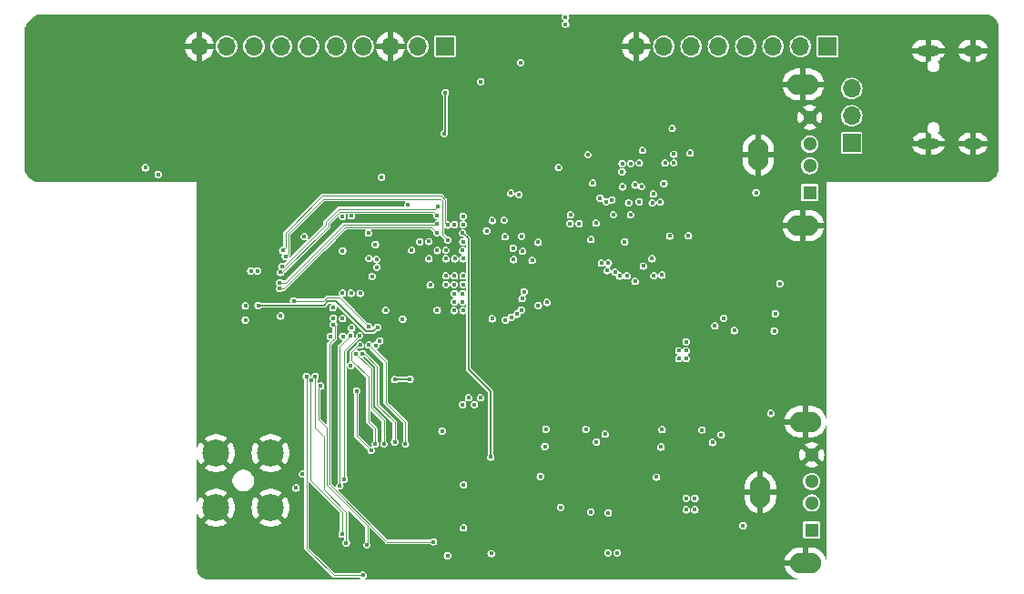
<source format=gbr>
%TF.GenerationSoftware,KiCad,Pcbnew,8.0.2-1*%
%TF.CreationDate,2024-06-14T18:00:13+02:00*%
%TF.ProjectId,hardware,68617264-7761-4726-952e-6b696361645f,rev?*%
%TF.SameCoordinates,Original*%
%TF.FileFunction,Copper,L3,Inr*%
%TF.FilePolarity,Positive*%
%FSLAX46Y46*%
G04 Gerber Fmt 4.6, Leading zero omitted, Abs format (unit mm)*
G04 Created by KiCad (PCBNEW 8.0.2-1) date 2024-06-14 18:00:13*
%MOMM*%
%LPD*%
G01*
G04 APERTURE LIST*
%TA.AperFunction,ComponentPad*%
%ADD10C,0.450000*%
%TD*%
%TA.AperFunction,ComponentPad*%
%ADD11R,1.300000X1.300000*%
%TD*%
%TA.AperFunction,ComponentPad*%
%ADD12C,1.300000*%
%TD*%
%TA.AperFunction,ComponentPad*%
%ADD13O,2.900000X1.900000*%
%TD*%
%TA.AperFunction,ComponentPad*%
%ADD14O,1.900000X2.900000*%
%TD*%
%TA.AperFunction,ComponentPad*%
%ADD15O,2.100000X1.000000*%
%TD*%
%TA.AperFunction,ComponentPad*%
%ADD16O,1.800000X1.000000*%
%TD*%
%TA.AperFunction,ComponentPad*%
%ADD17R,1.700000X1.700000*%
%TD*%
%TA.AperFunction,ComponentPad*%
%ADD18O,1.700000X1.700000*%
%TD*%
%TA.AperFunction,ComponentPad*%
%ADD19C,2.500000*%
%TD*%
%TA.AperFunction,ViaPad*%
%ADD20C,0.400000*%
%TD*%
%TA.AperFunction,Conductor*%
%ADD21C,0.100000*%
%TD*%
%TA.AperFunction,Conductor*%
%ADD22C,0.150000*%
%TD*%
G04 APERTURE END LIST*
D10*
%TO.N,GND*%
%TO.C,U4*%
X129497200Y-123667900D03*
X129497200Y-124667900D03*
X129997200Y-124167900D03*
X130497200Y-123667900D03*
X130497200Y-124667900D03*
%TD*%
%TO.N,GND*%
%TO.C,U5*%
X140299820Y-123720160D03*
X140299820Y-124720160D03*
X140799820Y-124220160D03*
X141299820Y-123720160D03*
X141299820Y-124720160D03*
%TD*%
%TO.N,GND*%
%TO.C,U6*%
X132600320Y-132458840D03*
X131600320Y-132458840D03*
X132100320Y-132958840D03*
X132600320Y-133458840D03*
X131600320Y-133458840D03*
%TD*%
D11*
%TO.N,+5V*%
%TO.C,J2*%
X152385000Y-132200000D03*
D12*
%TO.N,/A33_GPIO/USB-DM0*%
X152385000Y-129700000D03*
%TO.N,/A33_GPIO/USB-DP0*%
X152385000Y-127700000D03*
%TO.N,GND*%
X152385000Y-125200000D03*
D13*
X151785000Y-135270000D03*
D14*
X147605000Y-128700000D03*
D13*
X151785000Y-122130000D03*
%TD*%
D11*
%TO.N,+5V*%
%TO.C,J3*%
X152200000Y-100800000D03*
D12*
%TO.N,/A33_GPIO/USB-DM1*%
X152200000Y-98300000D03*
%TO.N,/A33_GPIO/USB-DP1*%
X152200000Y-96300000D03*
%TO.N,GND*%
X152200000Y-93800000D03*
D13*
X151600000Y-103870000D03*
D14*
X147420000Y-97300000D03*
D13*
X151600000Y-90730000D03*
%TD*%
D10*
%TO.N,GND*%
%TO.C,U3*%
X147058000Y-112828960D03*
X147058000Y-111828960D03*
X146558000Y-112328960D03*
X146058000Y-112828960D03*
X146058000Y-111828960D03*
%TD*%
D15*
%TO.N,GND*%
%TO.C,J5*%
X163220000Y-96240000D03*
D16*
X167400000Y-96240000D03*
D15*
X163220000Y-87600000D03*
D16*
X167400000Y-87600000D03*
%TD*%
D17*
%TO.N,V_USB*%
%TO.C,J10*%
X156100000Y-96200000D03*
D18*
%TO.N,+5V*%
X156100000Y-93660000D03*
%TO.N,+5V_Flipper*%
X156100000Y-91120000D03*
%TD*%
D17*
%TO.N,Net-(J6-Pin_1)*%
%TO.C,J6*%
X118280000Y-87200000D03*
D18*
%TO.N,/Flipper_SWC*%
X115740000Y-87200000D03*
%TO.N,GND*%
X113200000Y-87200000D03*
%TO.N,/Flipper_SIO*%
X110660000Y-87200000D03*
%TO.N,/UART_TXD*%
X108120000Y-87200000D03*
%TO.N,/UART_RXD*%
X105580000Y-87200000D03*
%TO.N,/Flipper_C1*%
X103040000Y-87200000D03*
%TO.N,/Flipper_C0*%
X100500000Y-87200000D03*
%TO.N,/Flipper_1W*%
X97960000Y-87200000D03*
%TO.N,GND*%
X95420000Y-87200000D03*
%TD*%
D17*
%TO.N,+5V_Flipper*%
%TO.C,J4*%
X153860000Y-87200000D03*
D18*
%TO.N,/Flipper_A7*%
X151320000Y-87200000D03*
%TO.N,/Flipper_A6*%
X148780000Y-87200000D03*
%TO.N,/Flipper_A4*%
X146240000Y-87200000D03*
%TO.N,/Flipper_B3*%
X143700000Y-87200000D03*
%TO.N,/Flipper_B2*%
X141160000Y-87200000D03*
%TO.N,/Flipper_C3*%
X138620000Y-87200000D03*
%TO.N,GND*%
X136080000Y-87200000D03*
%TD*%
D19*
%TO.N,GND*%
%TO.C,J7*%
X102040000Y-125060000D03*
X96960000Y-125060000D03*
X102040000Y-130140000D03*
X96960000Y-130140000D03*
%TD*%
D20*
%TO.N,/DDR3/VREF*%
X138742341Y-98051525D03*
X134990610Y-105386569D03*
%TO.N,/A33_RAM/DVREF*%
X118363999Y-106170999D03*
X114833400Y-101930200D03*
%TO.N,Net-(U3-VOS)*%
X149421401Y-109261461D03*
X148894800Y-113687860D03*
%TO.N,Net-(U4-VOS)*%
X127133799Y-127235399D03*
X127660400Y-122809000D03*
%TO.N,Net-(U5-VOS)*%
X138463020Y-122861260D03*
X137936419Y-127287659D03*
%TO.N,Net-(U6-VOS)*%
X133459220Y-130622040D03*
X129032821Y-130095439D03*
%TO.N,Net-(U2D-RTCVIO)*%
X111201200Y-106934000D03*
%TO.N,/A33_GPIO/USB-DP0*%
X108737400Y-102997000D03*
%TO.N,/A33_GPIO/USB-DM0*%
X109550200Y-102971600D03*
%TO.N,+3.3VA*%
X111400000Y-124800000D03*
X120000000Y-132000000D03*
X105000000Y-127000000D03*
X118500000Y-134600000D03*
X118000000Y-123000000D03*
X120000000Y-128000000D03*
X110053325Y-119264479D03*
%TO.N,/A33_GPIO/UART0_TX*%
X108737400Y-110159800D03*
%TO.N,/A33_GPIO/UART0_RX*%
X109550200Y-110173000D03*
%TO.N,Net-(U2A-DZQ)*%
X119151400Y-103764080D03*
%TO.N,/A33_Power/VCC-EFUSE*%
X115163600Y-106172000D03*
%TO.N,/A33_RAM/CK*%
X135940800Y-109067600D03*
X135940800Y-100101400D03*
%TO.N,/A33_RAM/!CK*%
X136728200Y-107645200D03*
X136570720Y-100243640D03*
%TO.N,Net-(U2D-NMI)*%
X111150400Y-104571800D03*
%TO.N,/A33_RAM/LDM*%
X131851400Y-105168799D03*
X132003800Y-99923600D03*
%TO.N,/A33_RAM/adr13*%
X124433024Y-112392546D03*
X119913400Y-110972600D03*
%TO.N,/A33_RAM/!WE*%
X126371400Y-107118200D03*
X119151400Y-108559600D03*
X137552951Y-101764351D03*
X137530840Y-106963474D03*
%TO.N,/A33_RAM/adr7*%
X125361700Y-111721900D03*
X119151400Y-110210600D03*
%TO.N,/A33_RAM/!CKE*%
X136652000Y-96875600D03*
X118364000Y-109347000D03*
%TO.N,/A33_RAM/d1*%
X125145800Y-100990400D03*
X124612400Y-105968799D03*
%TO.N,/A33_RAM/UDM*%
X122682000Y-103403400D03*
X119948960Y-103759000D03*
%TO.N,/A33_RAM/!CS*%
X125399800Y-104876600D03*
X119938800Y-105384600D03*
X125488700Y-106273600D03*
X123850400Y-104918789D03*
%TO.N,/A33_RAM/!RST*%
X119913400Y-110210600D03*
X124967299Y-112122000D03*
%TO.N,/A33_RAM/d3*%
X119964200Y-106959400D03*
X124387243Y-100866843D03*
%TO.N,/A33_RAM/!CAS*%
X136342123Y-101645915D03*
X119926100Y-106184700D03*
%TO.N,/A33_RAM/d4*%
X135204200Y-108559600D03*
X135535863Y-102868491D03*
%TO.N,/A33_RAM/d0*%
X132715000Y-101320600D03*
X126935280Y-105434214D03*
%TO.N,/A33_RAM/d5*%
X134756582Y-98089689D03*
X134086600Y-108204000D03*
%TO.N,/A33_RAM/d6*%
X133363430Y-108065980D03*
X133940600Y-102870000D03*
%TO.N,/A33_RAM/LDQS*%
X132829914Y-107363475D03*
X133273800Y-101676200D03*
%TO.N,/A33_RAM/adr15*%
X138633200Y-99949000D03*
X119938800Y-111785400D03*
X138455400Y-108483400D03*
X127762000Y-111029800D03*
%TO.N,/A33_RAM/!LDQS*%
X133479647Y-107366090D03*
X133793904Y-101497335D03*
%TO.N,/A33_RAM/!RAS*%
X122148600Y-104368600D03*
X118363999Y-106959400D03*
%TO.N,/A33_RAM/adr9*%
X123901200Y-112642556D03*
X119151400Y-110972600D03*
%TO.N,/A33_RAM/adr3*%
X126960754Y-111309200D03*
X119964200Y-109347000D03*
%TO.N,/A33_RAM/dba2*%
X138303000Y-101676200D03*
X119126000Y-109372400D03*
X137693400Y-108534200D03*
X125450600Y-110667800D03*
%TO.N,/A33_RAM/d7*%
X134785100Y-100266500D03*
X134518400Y-108566000D03*
%TO.N,/A33_RAM/ODT*%
X124643857Y-107048057D03*
X119176800Y-106959400D03*
%TO.N,/A33_RAM/dba1*%
X139549162Y-98044568D03*
X118364000Y-108559600D03*
%TO.N,/A33_RAM/d11*%
X119964200Y-102997000D03*
X123774200Y-103378000D03*
%TO.N,/A33_RAM/dba0*%
X125636202Y-110024998D03*
X119954406Y-108546999D03*
%TO.N,/A33_RAM/adr0*%
X119126000Y-111785400D03*
X122669300Y-112547400D03*
%TO.N,+1V35*%
X140716000Y-115519200D03*
X140017500Y-115519200D03*
X140017500Y-116255800D03*
X140716000Y-116255800D03*
X135354190Y-101752400D03*
X140703300Y-114693700D03*
X140924280Y-104825800D03*
X139547600Y-97231200D03*
X135548514Y-98081160D03*
X134740600Y-98864570D03*
X128828800Y-98463449D03*
X129921000Y-103682800D03*
X112369600Y-99364800D03*
X141071600Y-97129600D03*
X139407900Y-94822000D03*
X137655300Y-100939600D03*
X116900000Y-109400000D03*
X136348499Y-98045255D03*
X130755218Y-103688222D03*
X132313448Y-103647932D03*
X139186920Y-104851200D03*
X129941933Y-102874467D03*
X131572000Y-97282000D03*
%TO.N,GND*%
X132562600Y-119278400D03*
X133400800Y-119278400D03*
X129743200Y-120789700D03*
X129743200Y-121615200D03*
X128701800Y-125476000D03*
X127812800Y-125476000D03*
X138734800Y-125526800D03*
X142519400Y-118162260D03*
X140545820Y-120878600D03*
X139504420Y-125528260D03*
X144297400Y-119227600D03*
X143314420Y-119229060D03*
X140545820Y-121667460D03*
X142519400Y-118922800D03*
X130792220Y-131663440D03*
X130797300Y-130860800D03*
X135500000Y-132600000D03*
X137500000Y-132600000D03*
X136989820Y-135458200D03*
X136989820Y-136362440D03*
X138379200Y-134683500D03*
X137477500Y-134683500D03*
X144830800Y-117602000D03*
X144830800Y-118386860D03*
X143154400Y-117218460D03*
X143916400Y-117218460D03*
X146812000Y-114881660D03*
X146812000Y-115389660D03*
X148640800Y-111020860D03*
X147853400Y-111020860D03*
X122400000Y-129900000D03*
X130728804Y-102861767D03*
X146800000Y-117600000D03*
X101300000Y-131900000D03*
X138328400Y-104749600D03*
X127600000Y-131100000D03*
X121920000Y-122428000D03*
X135260080Y-104805480D03*
X124460000Y-135636000D03*
X118400000Y-121400000D03*
X99200000Y-131100000D03*
X131572000Y-129032000D03*
X124460000Y-97790000D03*
X111200000Y-101800000D03*
X143764000Y-92964000D03*
X100900000Y-132800000D03*
X150876000Y-111760000D03*
X110500000Y-118900000D03*
X114363500Y-107759500D03*
X99000000Y-130500000D03*
X111150400Y-109347000D03*
X150100000Y-92500000D03*
X114363500Y-108559600D03*
X99100000Y-99900000D03*
X141732000Y-94488000D03*
X114376200Y-110921800D03*
X144780000Y-123444000D03*
X95800000Y-102800000D03*
X135107680Y-107878880D03*
X128016000Y-95504000D03*
X105000000Y-123300000D03*
X135530329Y-98863201D03*
X127000000Y-97790000D03*
X145796000Y-107188000D03*
X105400000Y-110000000D03*
X105000000Y-107000000D03*
X104100000Y-131600000D03*
X113563400Y-109385100D03*
X130378200Y-104800400D03*
X103900000Y-109700000D03*
X140258800Y-97142300D03*
X143764000Y-94488000D03*
X100000000Y-129300000D03*
X161200000Y-87900000D03*
X140096240Y-104759760D03*
X112750600Y-109372400D03*
X104100000Y-105500000D03*
X144272000Y-109728000D03*
X133900000Y-87300000D03*
X100100000Y-130500000D03*
X114363500Y-109372400D03*
X142252700Y-97155000D03*
X127600000Y-131600000D03*
X131724400Y-119164100D03*
X105800000Y-131600000D03*
X95600000Y-93600000D03*
X141772640Y-104744520D03*
X128400000Y-84600000D03*
X125730000Y-97790000D03*
X145796000Y-105664000D03*
X106900000Y-102200000D03*
X99900000Y-132200000D03*
X115000000Y-121900000D03*
X158800000Y-97200000D03*
X144780000Y-98552000D03*
X119092337Y-105363599D03*
X104400000Y-133300000D03*
X153900000Y-97700000D03*
X127600000Y-132100000D03*
X121200000Y-136000000D03*
X97700000Y-102100000D03*
X136652000Y-125476000D03*
X100000000Y-129900000D03*
X103800000Y-133300000D03*
X131064000Y-95504000D03*
X143764000Y-96520000D03*
X105000000Y-113100000D03*
X101500000Y-132900000D03*
X104700000Y-131600000D03*
X105400000Y-136000000D03*
X133464300Y-100215700D03*
X132283200Y-101904800D03*
X99500000Y-131700000D03*
X100400000Y-132600000D03*
X103200000Y-133300000D03*
X113563400Y-110172500D03*
X154200000Y-89300000D03*
X119800000Y-92700000D03*
X158400000Y-92300000D03*
X91200000Y-95000000D03*
X99000000Y-129300000D03*
X131724400Y-118110000D03*
X132257800Y-104736900D03*
X164500000Y-88400000D03*
X133146800Y-98056700D03*
X125300000Y-133200000D03*
X151384000Y-118872000D03*
X132080000Y-136144000D03*
X94500000Y-97900000D03*
X100700000Y-131500000D03*
X125476000Y-102108000D03*
X100300000Y-131100000D03*
X103124000Y-119380000D03*
X106900000Y-119400000D03*
X137172700Y-99834700D03*
X114376200Y-110159800D03*
X108712000Y-100584000D03*
X133604000Y-95504000D03*
X164700000Y-95600000D03*
X161700000Y-96000000D03*
X150876000Y-110744000D03*
X140600000Y-118900000D03*
X99000000Y-129900000D03*
X132588000Y-115824000D03*
X140716000Y-113284000D03*
%TO.N,+2V5*%
X122529600Y-125425200D03*
X119913400Y-104571800D03*
%TO.N,+1V1*%
X111798100Y-105625900D03*
X141516100Y-130327400D03*
X140716000Y-130327400D03*
X140716000Y-129260600D03*
X141516100Y-129260600D03*
X117558820Y-111747300D03*
X116776500Y-106959400D03*
X114335620Y-112575280D03*
X115938300Y-105371900D03*
%TO.N,+3V0*%
X121577100Y-119900700D03*
X119913400Y-120523000D03*
X111912400Y-107010200D03*
X121005600Y-120523000D03*
X117563999Y-106197400D03*
X111495840Y-108610400D03*
X120459500Y-119900700D03*
%TO.N,+3V3*%
X99700000Y-112650000D03*
X118300000Y-91500000D03*
X103000000Y-112300000D03*
X108757201Y-106233732D03*
X105200000Y-104900000D03*
X148590000Y-121348500D03*
X113600000Y-118200000D03*
X122575000Y-134400000D03*
X90400000Y-98500000D03*
X118200000Y-95300000D03*
X111937800Y-107746800D03*
X116763800Y-105359200D03*
X115011363Y-118165953D03*
X112750600Y-111760000D03*
X109517157Y-116882843D03*
%TO.N,+5V*%
X138361420Y-124486860D03*
X142171420Y-122886660D03*
X131833620Y-130520440D03*
X133433820Y-134330440D03*
X143162020Y-124055060D03*
X143974820Y-123343860D03*
X144195800Y-112494060D03*
X143383000Y-113205260D03*
X145186400Y-113652300D03*
X148996400Y-112052100D03*
X131368800Y-122834400D03*
X132359400Y-124002800D03*
X147200000Y-100800000D03*
X146000000Y-131800000D03*
X134289800Y-134327900D03*
X127558800Y-124434600D03*
X133172200Y-123291600D03*
%TO.N,/A33_GPIO/LCD_RST*%
X104200000Y-110875000D03*
X111200000Y-113300000D03*
%TO.N,/A33_GPIO/LCD_TE*%
X111977375Y-113321156D03*
X100900000Y-111300000D03*
%TO.N,/SD_DET*%
X110375700Y-110185200D03*
X104407790Y-128300000D03*
%TO.N,/A33_GPIO/RST_N*%
X117200000Y-133300000D03*
X107900000Y-113065305D03*
%TO.N,/A33_GPIO/TXD*%
X105800000Y-118300000D03*
X108692200Y-132600000D03*
%TO.N,/A33_GPIO/WAKE*%
X109500000Y-114100000D03*
X108500000Y-128100000D03*
%TO.N,/A33_GPIO/RXD*%
X105384400Y-117900000D03*
X110644955Y-136429444D03*
%TO.N,/WiFi/LPO*%
X108766067Y-114165305D03*
%TO.N,/WiFi/WL_HOST_WAKE*%
X107600000Y-114200000D03*
%TO.N,/WiFi/WL_REG_ON*%
X109600000Y-113400000D03*
%TO.N,/A33_GPIO/RTS_N*%
X106190918Y-117907461D03*
X109092200Y-133400000D03*
%TO.N,/A33_GPIO/CTS_N*%
X106700000Y-118800000D03*
X111000000Y-133600000D03*
%TO.N,/A33_GPIO/HOST_WAKE*%
X108900000Y-127500000D03*
X110329647Y-114128886D03*
%TO.N,/A33_GPIO/LCD_DIM*%
X107858189Y-111512254D03*
X91600000Y-99125000D03*
%TO.N,/A33_GPIO/D0N*%
X118525000Y-103831278D03*
X103175000Y-106200000D03*
%TO.N,/A33_GPIO/D0P*%
X118525000Y-105208959D03*
X103425081Y-106721257D03*
%TO.N,/A33_GPIO/D1N*%
X102890901Y-109190901D03*
X117563999Y-103721156D03*
%TO.N,/A33_GPIO/D1P*%
X117529647Y-104528886D03*
X102903131Y-109740767D03*
%TO.N,Net-(J8-Pin_14)*%
X99700000Y-111350000D03*
%TO.N,/A33_GPIO/CLKP*%
X102994226Y-108232341D03*
X117529647Y-102928886D03*
%TO.N,/A33_GPIO/CLKN*%
X117600000Y-102100000D03*
X103090901Y-107690901D03*
%TO.N,Net-(U10-TXD)*%
X108729647Y-112528886D03*
X100819051Y-108080949D03*
X121600000Y-90475000D03*
%TO.N,Net-(U10-RXD)*%
X100218530Y-108081470D03*
X125311090Y-88688910D03*
X107900000Y-112500000D03*
%TO.N,/A33_GPIO/D-*%
X129497214Y-85125000D03*
%TO.N,/A33_GPIO/D+*%
X129497214Y-84475000D03*
%TO.N,/A33_GPIO/SDC1.D1*%
X111194004Y-114993856D03*
X114600000Y-124200000D03*
%TO.N,/A33_GPIO/SDC1.CMD*%
X111800000Y-124200000D03*
X110394004Y-114993856D03*
%TO.N,/A33_GPIO/SDC1.CLK*%
X112600000Y-124200000D03*
X110000000Y-115800000D03*
%TO.N,/A33_GPIO/SDC1.D0*%
X110600000Y-115800000D03*
X113600000Y-124000000D03*
%TO.N,/A33_GPIO/SDC1.D3*%
X112200000Y-114600000D03*
%TO.N,/A33_GPIO/SDC1.D2*%
X111811084Y-115019812D03*
%TD*%
D21*
%TO.N,+3.3VA*%
X110053325Y-123453325D02*
X111400000Y-124800000D01*
X110053325Y-119264479D02*
X110053325Y-123453325D01*
D22*
%TO.N,+2V5*%
X120446800Y-117246800D02*
X120446800Y-105105200D01*
X120446800Y-105105200D02*
X119913400Y-104571800D01*
X122529600Y-125425200D02*
X122529600Y-119329600D01*
X122529600Y-119329600D02*
X120446800Y-117246800D01*
%TO.N,+3V3*%
X118200000Y-95300000D02*
X118300000Y-95200000D01*
X118300000Y-95200000D02*
X118300000Y-91500000D01*
X114977316Y-118200000D02*
X115011363Y-118165953D01*
X113600000Y-118200000D02*
X114977316Y-118200000D01*
D21*
%TO.N,/A33_GPIO/LCD_RST*%
X107025000Y-110875000D02*
X107300000Y-110600000D01*
X104200000Y-110875000D02*
X107025000Y-110875000D01*
X108500000Y-110600000D02*
X111200000Y-113300000D01*
X107300000Y-110600000D02*
X108500000Y-110600000D01*
D22*
%TO.N,/A33_GPIO/LCD_TE*%
X107400000Y-110900000D02*
X108100000Y-110900000D01*
X111573531Y-113725000D02*
X111977375Y-113321156D01*
X108100000Y-110900000D02*
X110925000Y-113725000D01*
X103700000Y-111300000D02*
X107000000Y-111300000D01*
X103700000Y-111300000D02*
X100900000Y-111300000D01*
X110925000Y-113725000D02*
X111573531Y-113725000D01*
X107000000Y-111300000D02*
X107400000Y-110900000D01*
D21*
%TO.N,/A33_GPIO/RST_N*%
X107500000Y-127900000D02*
X112900000Y-133300000D01*
X107900000Y-113065305D02*
X108000000Y-113165305D01*
X108000000Y-114365686D02*
X107732843Y-114632843D01*
X107732843Y-114632843D02*
X107500000Y-114865686D01*
X107500000Y-114865686D02*
X107500000Y-127900000D01*
X108000000Y-113165305D02*
X108000000Y-114365686D01*
X112900000Y-133300000D02*
X117200000Y-133300000D01*
%TO.N,/A33_GPIO/TXD*%
X105784400Y-127600000D02*
X105784400Y-118315600D01*
X105784400Y-118315600D02*
X105800000Y-118300000D01*
X108692200Y-132600000D02*
X108692200Y-130507800D01*
X108692200Y-130507800D02*
X105784400Y-127600000D01*
%TO.N,/A33_GPIO/WAKE*%
X109500000Y-114100000D02*
X108500000Y-115100000D01*
X108500000Y-115100000D02*
X108500000Y-128100000D01*
%TO.N,/A33_GPIO/RXD*%
X105400000Y-117915600D02*
X105400000Y-133900000D01*
X105384400Y-117900000D02*
X105400000Y-117915600D01*
X105400000Y-133900000D02*
X107929444Y-136429444D01*
X107929444Y-136429444D02*
X110644955Y-136429444D01*
%TO.N,/A33_GPIO/RTS_N*%
X106200000Y-122700000D02*
X107000000Y-123500000D01*
X106190918Y-117907461D02*
X106200000Y-117916543D01*
X106200000Y-117916543D02*
X106200000Y-122700000D01*
X109092200Y-130554246D02*
X109092200Y-133400000D01*
X107000000Y-128462046D02*
X109092200Y-130554246D01*
X107000000Y-123500000D02*
X107000000Y-128462046D01*
%TO.N,/A33_GPIO/CTS_N*%
X106500000Y-119000000D02*
X106700000Y-118800000D01*
X106500000Y-121900000D02*
X106500000Y-119000000D01*
X107250000Y-122650000D02*
X106500000Y-121900000D01*
X111050000Y-133550000D02*
X111050000Y-131850000D01*
X111000000Y-133600000D02*
X111050000Y-133550000D01*
X111050000Y-131850000D02*
X107250000Y-128050000D01*
X107250000Y-128050000D02*
X107250000Y-122650000D01*
%TO.N,/A33_GPIO/HOST_WAKE*%
X110329647Y-114128886D02*
X108900000Y-115558533D01*
X108900000Y-115558533D02*
X108900000Y-127500000D01*
%TO.N,/A33_GPIO/D0N*%
X117932322Y-101126256D02*
X106867678Y-101126256D01*
X118276256Y-101470190D02*
X117932322Y-101126256D01*
X106867678Y-101126256D02*
X103450000Y-104543934D01*
X118525000Y-103831278D02*
X118276256Y-103582534D01*
X103450000Y-104543934D02*
X103450000Y-105925000D01*
X118276256Y-103582534D02*
X118276256Y-101470190D01*
X103450000Y-105925000D02*
X103175000Y-106200000D01*
%TO.N,/A33_GPIO/D0P*%
X118258020Y-104941980D02*
X118525000Y-105208959D01*
X118026256Y-104710216D02*
X118258020Y-104941980D01*
X103700000Y-106500000D02*
X103700000Y-104647488D01*
X103700000Y-104647488D02*
X106947191Y-101400297D01*
X118026256Y-101573744D02*
X118026256Y-104710216D01*
X103478743Y-106721257D02*
X103700000Y-106500000D01*
X117852809Y-101400297D02*
X118026256Y-101573744D01*
X106947191Y-101400297D02*
X117852809Y-101400297D01*
X103425081Y-106721257D02*
X103478743Y-106721257D01*
%TO.N,/A33_GPIO/D1N*%
X103489859Y-109190901D02*
X108884340Y-103796420D01*
X102890901Y-109190901D02*
X103489859Y-109190901D01*
X108884340Y-103796420D02*
X117488735Y-103796420D01*
X117488735Y-103796420D02*
X117563999Y-103721156D01*
X102926256Y-109226256D02*
X102876256Y-109276256D01*
X102926256Y-109226256D02*
X102890901Y-109190901D01*
%TO.N,/A33_GPIO/D1P*%
X103293547Y-109740767D02*
X108017157Y-105017157D01*
X108029243Y-105017157D02*
X108999980Y-104046420D01*
X117047181Y-104046420D02*
X117529647Y-104528886D01*
X102903131Y-109740767D02*
X103293547Y-109740767D01*
X108999980Y-104046420D02*
X117047181Y-104046420D01*
X108017157Y-105017157D02*
X108029243Y-105017157D01*
%TO.N,/A33_GPIO/CLKP*%
X117200000Y-102580200D02*
X109908600Y-102580200D01*
X108455722Y-102571600D02*
X107413661Y-103613661D01*
X109900000Y-102571600D02*
X108455722Y-102571600D01*
X117529647Y-102928886D02*
X117200000Y-102599239D01*
X107413661Y-103933827D02*
X103115147Y-108232341D01*
X103115147Y-108232341D02*
X102994226Y-108232341D01*
X117200000Y-102599239D02*
X117200000Y-102580200D01*
X107413661Y-103613661D02*
X107413661Y-103933827D01*
X109908600Y-102580200D02*
X109900000Y-102571600D01*
%TO.N,/A33_GPIO/CLKN*%
X108352168Y-102321600D02*
X114659114Y-102321600D01*
X114659114Y-102321600D02*
X114667714Y-102330200D01*
X117369800Y-102330200D02*
X117600000Y-102100000D01*
X107163661Y-103830273D02*
X107163661Y-103510107D01*
X107163661Y-103510107D02*
X108352168Y-102321600D01*
X114667714Y-102330200D02*
X117369800Y-102330200D01*
X103303033Y-107690901D02*
X107163661Y-103830273D01*
X103090901Y-107690901D02*
X103303033Y-107690901D01*
%TO.N,/A33_GPIO/SDC1.D1*%
X112760690Y-120360690D02*
X114600000Y-122200000D01*
X111194004Y-114993856D02*
X112760690Y-116560542D01*
X112760690Y-116560542D02*
X112760690Y-120360690D01*
X114600000Y-122200000D02*
X114600000Y-124200000D01*
%TO.N,/A33_GPIO/SDC1.CMD*%
X109600000Y-116400000D02*
X111150000Y-117950000D01*
X109600000Y-115634314D02*
X109600000Y-116400000D01*
X111800000Y-122800000D02*
X111800000Y-124200000D01*
X110394004Y-114993856D02*
X110240458Y-114993856D01*
X111150000Y-117950000D02*
X111150000Y-122150000D01*
X111150000Y-122150000D02*
X111800000Y-122800000D01*
X110240458Y-114993856D02*
X109600000Y-115634314D01*
%TO.N,/A33_GPIO/SDC1.CLK*%
X110000000Y-115800000D02*
X111400000Y-117200000D01*
X111400000Y-117200000D02*
X111400000Y-120800000D01*
X112600000Y-122000000D02*
X112600000Y-124200000D01*
X111400000Y-120800000D02*
X112600000Y-122000000D01*
%TO.N,/A33_GPIO/SDC1.D0*%
X110800000Y-115800000D02*
X111960690Y-116960690D01*
X111960690Y-120560690D02*
X113600000Y-122200000D01*
X110600000Y-115800000D02*
X110800000Y-115800000D01*
X111960690Y-116960690D02*
X111960690Y-120560690D01*
X113600000Y-122200000D02*
X113600000Y-124000000D01*
%TD*%
%TA.AperFunction,Conductor*%
%TO.N,GND*%
G36*
X114583473Y-101615149D02*
G01*
X114597825Y-101649797D01*
X114583473Y-101684445D01*
X114546305Y-101721612D01*
X114546303Y-101721615D01*
X114495900Y-101820538D01*
X114485725Y-101884780D01*
X114478531Y-101930200D01*
X114495900Y-102039861D01*
X114495901Y-102039862D01*
X114500992Y-102049854D01*
X114503935Y-102087242D01*
X114479579Y-102115759D01*
X114457333Y-102121100D01*
X108312284Y-102121100D01*
X108238592Y-102151625D01*
X108238591Y-102151625D01*
X107341687Y-103048531D01*
X107050087Y-103340131D01*
X107031017Y-103359201D01*
X106993685Y-103396532D01*
X106963161Y-103470223D01*
X106963161Y-103726927D01*
X106948809Y-103761575D01*
X105586697Y-105123686D01*
X105552049Y-105138038D01*
X105517401Y-105123686D01*
X105503049Y-105089038D01*
X105508390Y-105066792D01*
X105537500Y-105009661D01*
X105554869Y-104900000D01*
X105537500Y-104790339D01*
X105487095Y-104691413D01*
X105408587Y-104612905D01*
X105408584Y-104612903D01*
X105309661Y-104562500D01*
X105200000Y-104545131D01*
X105090338Y-104562500D01*
X104991415Y-104612903D01*
X104991412Y-104612905D01*
X104912905Y-104691412D01*
X104912903Y-104691415D01*
X104862500Y-104790338D01*
X104845131Y-104900000D01*
X104862500Y-105009661D01*
X104908261Y-105099474D01*
X104912905Y-105108587D01*
X104991413Y-105187095D01*
X105090339Y-105237500D01*
X105200000Y-105254869D01*
X105309661Y-105237500D01*
X105366793Y-105208389D01*
X105404180Y-105205447D01*
X105432697Y-105229803D01*
X105435640Y-105267191D01*
X105423686Y-105286697D01*
X103847219Y-106863164D01*
X103812571Y-106877516D01*
X103777923Y-106863164D01*
X103763571Y-106828516D01*
X103764172Y-106820870D01*
X103779950Y-106721257D01*
X103779949Y-106721255D01*
X103780553Y-106717447D01*
X103782493Y-106717754D01*
X103794302Y-106689247D01*
X103869976Y-106613574D01*
X103900500Y-106539882D01*
X103900500Y-106460118D01*
X103900500Y-104750834D01*
X103914852Y-104716186D01*
X107015889Y-101615149D01*
X107050537Y-101600797D01*
X114548825Y-101600797D01*
X114583473Y-101615149D01*
G37*
%TD.AperFunction*%
%TA.AperFunction,Conductor*%
G36*
X129198645Y-84214352D02*
G01*
X129212997Y-84249000D01*
X129207657Y-84271245D01*
X129159714Y-84365338D01*
X129142345Y-84475000D01*
X129159714Y-84584661D01*
X129210117Y-84683584D01*
X129210119Y-84683587D01*
X129291354Y-84764822D01*
X129289879Y-84766296D01*
X129305834Y-84792350D01*
X129297068Y-84828814D01*
X129291029Y-84834853D01*
X129291354Y-84835178D01*
X129210119Y-84916412D01*
X129210117Y-84916415D01*
X129159714Y-85015338D01*
X129142345Y-85125000D01*
X129159714Y-85234661D01*
X129197926Y-85309658D01*
X129210119Y-85333587D01*
X129288627Y-85412095D01*
X129387553Y-85462500D01*
X129497214Y-85479869D01*
X129606875Y-85462500D01*
X129705801Y-85412095D01*
X129784309Y-85333587D01*
X129834714Y-85234661D01*
X129852083Y-85125000D01*
X129834714Y-85015339D01*
X129784309Y-84916413D01*
X129705801Y-84837905D01*
X129703074Y-84835178D01*
X129704553Y-84833698D01*
X129688598Y-84807682D01*
X129697340Y-84771212D01*
X129703402Y-84765150D01*
X129703074Y-84764822D01*
X129714345Y-84753551D01*
X129784309Y-84683587D01*
X129834714Y-84584661D01*
X129852083Y-84475000D01*
X129834714Y-84365339D01*
X129786770Y-84271244D01*
X129783829Y-84233858D01*
X129808186Y-84205340D01*
X129830431Y-84200000D01*
X168793255Y-84200000D01*
X168814927Y-84205053D01*
X168984378Y-84288617D01*
X168989913Y-84291812D01*
X169137048Y-84390125D01*
X169199329Y-84431740D01*
X169204414Y-84435642D01*
X169393767Y-84601700D01*
X169398299Y-84606232D01*
X169564357Y-84795585D01*
X169568259Y-84800670D01*
X169708182Y-85010078D01*
X169711385Y-85015626D01*
X169765322Y-85125000D01*
X169794947Y-85185072D01*
X169800000Y-85206744D01*
X169800000Y-98793254D01*
X169794947Y-98814926D01*
X169711387Y-98984370D01*
X169708182Y-98989921D01*
X169568259Y-99199329D01*
X169564357Y-99204414D01*
X169398299Y-99393767D01*
X169393767Y-99398299D01*
X169204414Y-99564357D01*
X169199329Y-99568259D01*
X168989921Y-99708182D01*
X168984370Y-99711387D01*
X168814927Y-99794947D01*
X168793255Y-99800000D01*
X153800000Y-99800000D01*
X153800000Y-100799998D01*
X153800000Y-121765129D01*
X153785648Y-121799777D01*
X153751000Y-121814129D01*
X153716352Y-121799777D01*
X153704398Y-121780271D01*
X153636181Y-121570323D01*
X153531992Y-121365842D01*
X153397098Y-121180175D01*
X153397095Y-121180171D01*
X153234829Y-121017905D01*
X153234824Y-121017901D01*
X153049157Y-120883007D01*
X152844676Y-120778818D01*
X152626416Y-120707901D01*
X152626413Y-120707900D01*
X152399746Y-120672000D01*
X152039000Y-120672000D01*
X152039000Y-121480000D01*
X151531000Y-121480000D01*
X151531000Y-120672000D01*
X151170254Y-120672000D01*
X150943586Y-120707900D01*
X150943583Y-120707901D01*
X150725323Y-120778818D01*
X150520842Y-120883007D01*
X150335175Y-121017901D01*
X150172901Y-121180175D01*
X150038007Y-121365842D01*
X149933818Y-121570323D01*
X149862901Y-121788583D01*
X149862900Y-121788586D01*
X149849056Y-121875999D01*
X149849057Y-121876000D01*
X150686656Y-121876000D01*
X150659979Y-121940402D01*
X150635000Y-122065981D01*
X150635000Y-122194019D01*
X150659979Y-122319598D01*
X150686656Y-122384000D01*
X149849056Y-122384000D01*
X149862900Y-122471413D01*
X149862901Y-122471416D01*
X149933818Y-122689676D01*
X150038007Y-122894157D01*
X150172901Y-123079824D01*
X150172905Y-123079829D01*
X150335171Y-123242095D01*
X150335175Y-123242098D01*
X150520842Y-123376992D01*
X150725323Y-123481181D01*
X150943583Y-123552098D01*
X150943586Y-123552099D01*
X151170254Y-123588000D01*
X151531000Y-123588000D01*
X151531000Y-122780000D01*
X152039000Y-122780000D01*
X152039000Y-123588000D01*
X152399746Y-123588000D01*
X152626413Y-123552099D01*
X152626416Y-123552098D01*
X152844676Y-123481181D01*
X153049157Y-123376992D01*
X153234824Y-123242098D01*
X153234829Y-123242095D01*
X153397095Y-123079829D01*
X153397098Y-123079824D01*
X153531992Y-122894157D01*
X153636181Y-122689676D01*
X153704398Y-122479728D01*
X153728754Y-122451211D01*
X153766142Y-122448268D01*
X153794659Y-122472624D01*
X153800000Y-122494870D01*
X153800000Y-134905129D01*
X153785648Y-134939777D01*
X153751000Y-134954129D01*
X153716352Y-134939777D01*
X153704398Y-134920271D01*
X153636181Y-134710323D01*
X153531992Y-134505842D01*
X153397098Y-134320175D01*
X153397095Y-134320171D01*
X153234829Y-134157905D01*
X153234824Y-134157901D01*
X153049157Y-134023007D01*
X152844676Y-133918818D01*
X152626416Y-133847901D01*
X152626413Y-133847900D01*
X152399746Y-133812000D01*
X152039000Y-133812000D01*
X152039000Y-134620000D01*
X151531000Y-134620000D01*
X151531000Y-133812000D01*
X151170254Y-133812000D01*
X150943586Y-133847900D01*
X150943583Y-133847901D01*
X150725323Y-133918818D01*
X150520842Y-134023007D01*
X150335175Y-134157901D01*
X150172901Y-134320175D01*
X150038007Y-134505842D01*
X149933818Y-134710323D01*
X149862901Y-134928583D01*
X149862900Y-134928586D01*
X149849056Y-135015999D01*
X149849057Y-135016000D01*
X150686656Y-135016000D01*
X150659979Y-135080402D01*
X150635000Y-135205981D01*
X150635000Y-135334019D01*
X150659979Y-135459598D01*
X150686656Y-135524000D01*
X149849056Y-135524000D01*
X149862900Y-135611413D01*
X149862901Y-135611416D01*
X149933818Y-135829676D01*
X150038007Y-136034157D01*
X150172901Y-136219824D01*
X150172905Y-136219829D01*
X150335171Y-136382095D01*
X150335175Y-136382098D01*
X150520842Y-136516992D01*
X150725323Y-136621181D01*
X150943583Y-136692098D01*
X150943586Y-136692099D01*
X151009902Y-136702603D01*
X151041879Y-136722199D01*
X151050634Y-136758665D01*
X151031038Y-136790642D01*
X151002237Y-136800000D01*
X110888377Y-136800000D01*
X110853729Y-136785648D01*
X110839377Y-136751000D01*
X110853729Y-136716352D01*
X110877983Y-136692098D01*
X110932050Y-136638031D01*
X110982455Y-136539105D01*
X110999824Y-136429444D01*
X110982455Y-136319783D01*
X110932050Y-136220857D01*
X110853542Y-136142349D01*
X110853539Y-136142347D01*
X110754616Y-136091944D01*
X110644955Y-136074575D01*
X110535293Y-136091944D01*
X110436370Y-136142347D01*
X110436366Y-136142350D01*
X110364124Y-136214592D01*
X110329476Y-136228944D01*
X108032790Y-136228944D01*
X107998142Y-136214592D01*
X106383550Y-134600000D01*
X118145131Y-134600000D01*
X118162500Y-134709661D01*
X118190753Y-134765112D01*
X118212905Y-134808587D01*
X118291413Y-134887095D01*
X118390339Y-134937500D01*
X118500000Y-134954869D01*
X118609661Y-134937500D01*
X118708587Y-134887095D01*
X118787095Y-134808587D01*
X118837500Y-134709661D01*
X118854869Y-134600000D01*
X118837500Y-134490339D01*
X118791470Y-134400000D01*
X122220131Y-134400000D01*
X122237500Y-134509661D01*
X122283529Y-134600000D01*
X122287905Y-134608587D01*
X122366413Y-134687095D01*
X122465339Y-134737500D01*
X122575000Y-134754869D01*
X122684661Y-134737500D01*
X122783587Y-134687095D01*
X122862095Y-134608587D01*
X122912500Y-134509661D01*
X122929869Y-134400000D01*
X122918852Y-134330440D01*
X133078951Y-134330440D01*
X133096320Y-134440101D01*
X133145430Y-134536487D01*
X133146725Y-134539027D01*
X133225233Y-134617535D01*
X133324159Y-134667940D01*
X133433820Y-134685309D01*
X133543481Y-134667940D01*
X133642407Y-134617535D01*
X133720915Y-134539027D01*
X133771320Y-134440101D01*
X133788689Y-134330440D01*
X133788287Y-134327900D01*
X133934931Y-134327900D01*
X133952300Y-134437561D01*
X133989036Y-134509661D01*
X134002705Y-134536487D01*
X134081213Y-134614995D01*
X134180139Y-134665400D01*
X134289800Y-134682769D01*
X134399461Y-134665400D01*
X134498387Y-134614995D01*
X134576895Y-134536487D01*
X134627300Y-134437561D01*
X134644669Y-134327900D01*
X134627300Y-134218239D01*
X134576895Y-134119313D01*
X134498387Y-134040805D01*
X134498384Y-134040803D01*
X134399461Y-133990400D01*
X134289800Y-133973031D01*
X134180138Y-133990400D01*
X134081215Y-134040803D01*
X134081212Y-134040805D01*
X134002705Y-134119312D01*
X134002703Y-134119315D01*
X133952300Y-134218238D01*
X133934931Y-134327900D01*
X133788287Y-134327900D01*
X133771320Y-134220779D01*
X133720915Y-134121853D01*
X133642407Y-134043345D01*
X133642404Y-134043343D01*
X133543481Y-133992940D01*
X133433820Y-133975571D01*
X133324158Y-133992940D01*
X133225235Y-134043343D01*
X133225232Y-134043345D01*
X133146725Y-134121852D01*
X133146723Y-134121855D01*
X133096320Y-134220778D01*
X133078951Y-134330440D01*
X122918852Y-134330440D01*
X122912500Y-134290339D01*
X122862095Y-134191413D01*
X122783587Y-134112905D01*
X122783584Y-134112903D01*
X122684661Y-134062500D01*
X122575000Y-134045131D01*
X122465338Y-134062500D01*
X122366415Y-134112903D01*
X122366412Y-134112905D01*
X122287905Y-134191412D01*
X122287903Y-134191415D01*
X122237500Y-134290338D01*
X122220131Y-134400000D01*
X118791470Y-134400000D01*
X118787095Y-134391413D01*
X118708587Y-134312905D01*
X118708584Y-134312903D01*
X118609661Y-134262500D01*
X118500000Y-134245131D01*
X118390338Y-134262500D01*
X118291415Y-134312903D01*
X118291412Y-134312905D01*
X118212905Y-134391412D01*
X118212903Y-134391415D01*
X118162500Y-134490338D01*
X118145131Y-134600000D01*
X106383550Y-134600000D01*
X105614852Y-133831302D01*
X105600500Y-133796654D01*
X105600500Y-127817946D01*
X105614852Y-127783298D01*
X105649500Y-127768946D01*
X105684148Y-127783298D01*
X108477348Y-130576498D01*
X108491700Y-130611146D01*
X108491700Y-132284521D01*
X108477348Y-132319169D01*
X108405106Y-132391411D01*
X108405103Y-132391415D01*
X108354700Y-132490338D01*
X108354700Y-132490339D01*
X108337331Y-132600000D01*
X108354700Y-132709661D01*
X108405105Y-132808587D01*
X108483613Y-132887095D01*
X108582539Y-132937500D01*
X108692200Y-132954869D01*
X108801861Y-132937500D01*
X108820455Y-132928025D01*
X108857842Y-132925083D01*
X108886359Y-132949439D01*
X108891700Y-132971685D01*
X108891700Y-133084521D01*
X108877348Y-133119169D01*
X108805106Y-133191411D01*
X108805103Y-133191415D01*
X108754700Y-133290338D01*
X108737331Y-133400000D01*
X108754700Y-133509661D01*
X108800729Y-133600000D01*
X108805105Y-133608587D01*
X108883613Y-133687095D01*
X108982539Y-133737500D01*
X109092200Y-133754869D01*
X109201861Y-133737500D01*
X109300787Y-133687095D01*
X109379295Y-133608587D01*
X109429700Y-133509661D01*
X109447069Y-133400000D01*
X109429700Y-133290339D01*
X109379295Y-133191413D01*
X109378220Y-133190338D01*
X109307052Y-133119169D01*
X109292700Y-133084521D01*
X109292700Y-130514366D01*
X109292700Y-130514364D01*
X109289307Y-130506174D01*
X109289307Y-130468674D01*
X109315825Y-130442154D01*
X109353328Y-130442153D01*
X109369226Y-130452776D01*
X110835148Y-131918698D01*
X110849500Y-131953346D01*
X110849500Y-133253280D01*
X110835148Y-133287928D01*
X110822746Y-133296939D01*
X110791417Y-133312901D01*
X110791412Y-133312905D01*
X110712905Y-133391412D01*
X110712903Y-133391415D01*
X110662500Y-133490338D01*
X110645131Y-133600000D01*
X110662500Y-133709661D01*
X110706824Y-133796654D01*
X110712905Y-133808587D01*
X110791413Y-133887095D01*
X110890339Y-133937500D01*
X111000000Y-133954869D01*
X111109661Y-133937500D01*
X111208587Y-133887095D01*
X111287095Y-133808587D01*
X111337500Y-133709661D01*
X111354869Y-133600000D01*
X111337500Y-133490339D01*
X111287095Y-133391413D01*
X111264852Y-133369170D01*
X111250500Y-133334522D01*
X111250500Y-132052346D01*
X111264852Y-132017698D01*
X111299500Y-132003346D01*
X111334148Y-132017698D01*
X112730024Y-133413574D01*
X112786426Y-133469976D01*
X112860118Y-133500500D01*
X116884521Y-133500500D01*
X116919169Y-133514852D01*
X116991411Y-133587093D01*
X116991413Y-133587095D01*
X117090339Y-133637500D01*
X117200000Y-133654869D01*
X117309661Y-133637500D01*
X117408587Y-133587095D01*
X117487095Y-133508587D01*
X117537500Y-133409661D01*
X117554869Y-133300000D01*
X117537500Y-133190339D01*
X117487095Y-133091413D01*
X117408587Y-133012905D01*
X117408584Y-133012903D01*
X117309661Y-132962500D01*
X117200000Y-132945131D01*
X117090338Y-132962500D01*
X116991415Y-133012903D01*
X116991411Y-133012906D01*
X116919169Y-133085148D01*
X116884521Y-133099500D01*
X113003346Y-133099500D01*
X112968698Y-133085148D01*
X111883550Y-132000000D01*
X119645131Y-132000000D01*
X119662500Y-132109661D01*
X119676684Y-132137500D01*
X119712905Y-132208587D01*
X119791413Y-132287095D01*
X119890339Y-132337500D01*
X120000000Y-132354869D01*
X120109661Y-132337500D01*
X120208587Y-132287095D01*
X120287095Y-132208587D01*
X120337500Y-132109661D01*
X120354869Y-132000000D01*
X120337500Y-131890339D01*
X120291470Y-131800000D01*
X145645131Y-131800000D01*
X145662500Y-131909661D01*
X145710234Y-132003346D01*
X145712905Y-132008587D01*
X145791413Y-132087095D01*
X145890339Y-132137500D01*
X146000000Y-132154869D01*
X146109661Y-132137500D01*
X146208587Y-132087095D01*
X146287095Y-132008587D01*
X146337500Y-131909661D01*
X146354869Y-131800000D01*
X146337500Y-131690339D01*
X146287095Y-131591413D01*
X146230858Y-131535176D01*
X151584500Y-131535176D01*
X151584500Y-132864823D01*
X151593232Y-132908721D01*
X151626495Y-132958504D01*
X151676278Y-132991767D01*
X151720180Y-133000500D01*
X153049820Y-133000500D01*
X153093722Y-132991767D01*
X153143504Y-132958504D01*
X153176767Y-132908722D01*
X153185500Y-132864820D01*
X153185500Y-131535180D01*
X153176767Y-131491278D01*
X153143504Y-131441495D01*
X153093721Y-131408232D01*
X153049823Y-131399500D01*
X153049820Y-131399500D01*
X151720180Y-131399500D01*
X151720176Y-131399500D01*
X151676278Y-131408232D01*
X151626495Y-131441495D01*
X151593232Y-131491278D01*
X151584500Y-131535176D01*
X146230858Y-131535176D01*
X146208587Y-131512905D01*
X146208584Y-131512903D01*
X146109661Y-131462500D01*
X146000000Y-131445131D01*
X145890338Y-131462500D01*
X145791415Y-131512903D01*
X145791412Y-131512905D01*
X145712905Y-131591412D01*
X145712903Y-131591415D01*
X145662500Y-131690338D01*
X145645131Y-131800000D01*
X120291470Y-131800000D01*
X120287095Y-131791413D01*
X120208587Y-131712905D01*
X120208584Y-131712903D01*
X120109661Y-131662500D01*
X120000000Y-131645131D01*
X119890338Y-131662500D01*
X119791415Y-131712903D01*
X119791412Y-131712905D01*
X119712905Y-131791412D01*
X119712903Y-131791415D01*
X119662500Y-131890338D01*
X119645131Y-132000000D01*
X111883550Y-132000000D01*
X110403990Y-130520440D01*
X131478751Y-130520440D01*
X131496120Y-130630101D01*
X131536120Y-130708607D01*
X131546525Y-130729027D01*
X131625033Y-130807535D01*
X131723959Y-130857940D01*
X131833620Y-130875309D01*
X131943281Y-130857940D01*
X132042207Y-130807535D01*
X132120715Y-130729027D01*
X132171120Y-130630101D01*
X132172397Y-130622040D01*
X133104351Y-130622040D01*
X133121720Y-130731701D01*
X133160359Y-130807536D01*
X133172125Y-130830627D01*
X133250633Y-130909135D01*
X133349559Y-130959540D01*
X133459220Y-130976909D01*
X133568881Y-130959540D01*
X133667807Y-130909135D01*
X133746315Y-130830627D01*
X133796720Y-130731701D01*
X133814089Y-130622040D01*
X133796720Y-130512379D01*
X133746315Y-130413453D01*
X133667807Y-130334945D01*
X133667804Y-130334943D01*
X133653000Y-130327400D01*
X140361131Y-130327400D01*
X140378500Y-130437061D01*
X140417888Y-130514366D01*
X140428905Y-130535987D01*
X140507413Y-130614495D01*
X140606339Y-130664900D01*
X140716000Y-130682269D01*
X140825661Y-130664900D01*
X140924587Y-130614495D01*
X141003095Y-130535987D01*
X141053500Y-130437061D01*
X141067653Y-130347699D01*
X141078716Y-130329647D01*
X141076408Y-130328233D01*
X141075131Y-130325151D01*
X141153383Y-130325151D01*
X141155692Y-130326566D01*
X141164446Y-130347698D01*
X141169964Y-130382534D01*
X141178600Y-130437061D01*
X141217988Y-130514366D01*
X141229005Y-130535987D01*
X141307513Y-130614495D01*
X141406439Y-130664900D01*
X141516100Y-130682269D01*
X141625761Y-130664900D01*
X141724687Y-130614495D01*
X141803195Y-130535987D01*
X141853600Y-130437061D01*
X141870969Y-130327400D01*
X141853600Y-130217739D01*
X141803195Y-130118813D01*
X141724687Y-130040305D01*
X141724684Y-130040303D01*
X141625761Y-129989900D01*
X141516100Y-129972531D01*
X141406438Y-129989900D01*
X141307515Y-130040303D01*
X141307512Y-130040305D01*
X141229005Y-130118812D01*
X141229003Y-130118815D01*
X141178600Y-130217738D01*
X141176128Y-130233345D01*
X141164934Y-130304026D01*
X141164447Y-130307098D01*
X141153383Y-130325151D01*
X141075131Y-130325151D01*
X141067653Y-130307098D01*
X141053500Y-130217739D01*
X141003095Y-130118813D01*
X140924587Y-130040305D01*
X140924584Y-130040303D01*
X140825661Y-129989900D01*
X140716000Y-129972531D01*
X140606338Y-129989900D01*
X140507415Y-130040303D01*
X140507412Y-130040305D01*
X140428905Y-130118812D01*
X140428903Y-130118815D01*
X140378500Y-130217738D01*
X140361131Y-130327400D01*
X133653000Y-130327400D01*
X133568881Y-130284540D01*
X133459220Y-130267171D01*
X133349558Y-130284540D01*
X133250635Y-130334943D01*
X133250632Y-130334945D01*
X133172125Y-130413452D01*
X133172123Y-130413455D01*
X133121720Y-130512378D01*
X133104351Y-130622040D01*
X132172397Y-130622040D01*
X132188489Y-130520440D01*
X132171120Y-130410779D01*
X132120715Y-130311853D01*
X132042207Y-130233345D01*
X132042204Y-130233343D01*
X131943281Y-130182940D01*
X131833620Y-130165571D01*
X131723958Y-130182940D01*
X131625035Y-130233343D01*
X131625032Y-130233345D01*
X131546525Y-130311852D01*
X131546523Y-130311855D01*
X131496120Y-130410778D01*
X131478751Y-130520440D01*
X110403990Y-130520440D01*
X109978989Y-130095439D01*
X128677952Y-130095439D01*
X128695321Y-130205100D01*
X128726947Y-130267171D01*
X128745726Y-130304026D01*
X128824234Y-130382534D01*
X128923160Y-130432939D01*
X129032821Y-130450308D01*
X129142482Y-130432939D01*
X129241408Y-130382534D01*
X129319916Y-130304026D01*
X129370321Y-130205100D01*
X129387690Y-130095439D01*
X129370321Y-129985778D01*
X129319916Y-129886852D01*
X129241408Y-129808344D01*
X129241405Y-129808342D01*
X129142482Y-129757939D01*
X129032821Y-129740570D01*
X128923159Y-129757939D01*
X128824236Y-129808342D01*
X128824233Y-129808344D01*
X128745726Y-129886851D01*
X128745724Y-129886854D01*
X128695321Y-129985777D01*
X128677952Y-130095439D01*
X109978989Y-130095439D01*
X109144150Y-129260600D01*
X140361131Y-129260600D01*
X140378500Y-129370261D01*
X140428905Y-129469187D01*
X140507413Y-129547695D01*
X140606339Y-129598100D01*
X140716000Y-129615469D01*
X140825661Y-129598100D01*
X140924587Y-129547695D01*
X141003095Y-129469187D01*
X141053500Y-129370261D01*
X141067653Y-129280899D01*
X141078716Y-129262847D01*
X141076408Y-129261433D01*
X141075131Y-129258351D01*
X141153383Y-129258351D01*
X141155692Y-129259766D01*
X141164446Y-129280898D01*
X141178600Y-129370261D01*
X141229005Y-129469187D01*
X141307513Y-129547695D01*
X141406439Y-129598100D01*
X141516100Y-129615469D01*
X141625761Y-129598100D01*
X141724687Y-129547695D01*
X141803195Y-129469187D01*
X141853600Y-129370261D01*
X141870969Y-129260600D01*
X141853600Y-129150939D01*
X141803195Y-129052013D01*
X141724687Y-128973505D01*
X141724684Y-128973503D01*
X141625761Y-128923100D01*
X141516100Y-128905731D01*
X141406438Y-128923100D01*
X141307515Y-128973503D01*
X141307512Y-128973505D01*
X141229005Y-129052012D01*
X141229003Y-129052015D01*
X141178600Y-129150938D01*
X141164447Y-129240298D01*
X141153383Y-129258351D01*
X141075131Y-129258351D01*
X141067653Y-129240298D01*
X141053500Y-129150939D01*
X141003095Y-129052013D01*
X140924587Y-128973505D01*
X140924584Y-128973503D01*
X140825661Y-128923100D01*
X140716000Y-128905731D01*
X140606338Y-128923100D01*
X140507415Y-128973503D01*
X140507412Y-128973505D01*
X140428905Y-129052012D01*
X140428903Y-129052015D01*
X140378500Y-129150938D01*
X140378500Y-129150939D01*
X140361131Y-129260600D01*
X109144150Y-129260600D01*
X108414646Y-128531096D01*
X108400294Y-128496448D01*
X108414646Y-128461800D01*
X108449294Y-128447448D01*
X108456947Y-128448050D01*
X108500000Y-128454869D01*
X108609661Y-128437500D01*
X108708587Y-128387095D01*
X108787095Y-128308587D01*
X108837500Y-128209661D01*
X108854869Y-128100000D01*
X108839030Y-128000000D01*
X119645131Y-128000000D01*
X119662500Y-128109661D01*
X119709682Y-128202263D01*
X119712905Y-128208587D01*
X119791413Y-128287095D01*
X119890339Y-128337500D01*
X120000000Y-128354869D01*
X120109661Y-128337500D01*
X120208587Y-128287095D01*
X120287095Y-128208587D01*
X120337500Y-128109661D01*
X120341366Y-128085253D01*
X146147000Y-128085253D01*
X146147000Y-128446000D01*
X146955000Y-128446000D01*
X146955000Y-128954000D01*
X146147000Y-128954000D01*
X146147000Y-129314746D01*
X146182900Y-129541413D01*
X146182901Y-129541416D01*
X146253818Y-129759676D01*
X146358007Y-129964157D01*
X146492901Y-130149824D01*
X146492905Y-130149829D01*
X146655171Y-130312095D01*
X146655175Y-130312098D01*
X146840842Y-130446992D01*
X147045323Y-130551181D01*
X147263583Y-130622098D01*
X147263586Y-130622099D01*
X147350999Y-130635943D01*
X147351000Y-130635943D01*
X147351000Y-129798344D01*
X147415402Y-129825021D01*
X147540981Y-129850000D01*
X147669019Y-129850000D01*
X147794598Y-129825021D01*
X147859000Y-129798344D01*
X147859000Y-130635943D01*
X147946413Y-130622099D01*
X147946416Y-130622098D01*
X148164676Y-130551181D01*
X148369157Y-130446992D01*
X148554824Y-130312098D01*
X148554829Y-130312095D01*
X148717095Y-130149829D01*
X148717098Y-130149824D01*
X148851992Y-129964157D01*
X148956181Y-129759676D01*
X148975571Y-129700000D01*
X151579435Y-129700000D01*
X151599631Y-129879249D01*
X151599633Y-129879258D01*
X151659212Y-130049526D01*
X151722238Y-130149829D01*
X151755184Y-130202262D01*
X151882738Y-130329816D01*
X151882740Y-130329817D01*
X152035473Y-130425787D01*
X152035477Y-130425788D01*
X152035478Y-130425789D01*
X152205745Y-130485368D01*
X152385000Y-130505565D01*
X152564255Y-130485368D01*
X152734522Y-130425789D01*
X152734524Y-130425787D01*
X152734526Y-130425787D01*
X152803363Y-130382533D01*
X152887262Y-130329816D01*
X153014816Y-130202262D01*
X153075555Y-130105596D01*
X153110787Y-130049526D01*
X153110787Y-130049524D01*
X153110789Y-130049522D01*
X153170368Y-129879255D01*
X153190565Y-129700000D01*
X153170368Y-129520745D01*
X153110789Y-129350478D01*
X153110788Y-129350477D01*
X153110787Y-129350473D01*
X153014817Y-129197740D01*
X153014816Y-129197738D01*
X152887262Y-129070184D01*
X152887259Y-129070182D01*
X152734526Y-128974212D01*
X152564258Y-128914633D01*
X152564257Y-128914632D01*
X152564255Y-128914632D01*
X152564251Y-128914631D01*
X152564249Y-128914631D01*
X152385000Y-128894435D01*
X152205750Y-128914631D01*
X152205741Y-128914633D01*
X152035473Y-128974212D01*
X151882740Y-129070182D01*
X151882736Y-129070185D01*
X151755185Y-129197736D01*
X151755182Y-129197740D01*
X151659212Y-129350473D01*
X151599633Y-129520741D01*
X151599631Y-129520750D01*
X151579435Y-129700000D01*
X148975571Y-129700000D01*
X149027098Y-129541416D01*
X149027099Y-129541413D01*
X149063000Y-129314746D01*
X149063000Y-128954000D01*
X148255000Y-128954000D01*
X148255000Y-128446000D01*
X149063000Y-128446000D01*
X149063000Y-128085253D01*
X149027099Y-127858586D01*
X149027098Y-127858583D01*
X148975571Y-127700000D01*
X151579435Y-127700000D01*
X151599631Y-127879249D01*
X151599633Y-127879258D01*
X151659212Y-128049526D01*
X151747692Y-128190339D01*
X151755184Y-128202262D01*
X151882738Y-128329816D01*
X151894967Y-128337500D01*
X152035473Y-128425787D01*
X152035477Y-128425788D01*
X152035478Y-128425789D01*
X152205745Y-128485368D01*
X152385000Y-128505565D01*
X152564255Y-128485368D01*
X152734522Y-128425789D01*
X152734524Y-128425787D01*
X152734526Y-128425787D01*
X152804212Y-128382000D01*
X152887262Y-128329816D01*
X153014816Y-128202262D01*
X153088338Y-128085253D01*
X153110787Y-128049526D01*
X153110787Y-128049524D01*
X153110789Y-128049522D01*
X153170368Y-127879255D01*
X153190565Y-127700000D01*
X153170368Y-127520745D01*
X153110789Y-127350478D01*
X153110788Y-127350477D01*
X153110787Y-127350473D01*
X153014817Y-127197740D01*
X153014816Y-127197738D01*
X152887262Y-127070184D01*
X152887259Y-127070182D01*
X152734526Y-126974212D01*
X152564258Y-126914633D01*
X152564257Y-126914632D01*
X152564255Y-126914632D01*
X152564251Y-126914631D01*
X152564249Y-126914631D01*
X152385000Y-126894435D01*
X152205750Y-126914631D01*
X152205741Y-126914633D01*
X152035473Y-126974212D01*
X151882740Y-127070182D01*
X151882736Y-127070185D01*
X151755185Y-127197736D01*
X151755182Y-127197740D01*
X151659212Y-127350473D01*
X151599633Y-127520741D01*
X151599631Y-127520750D01*
X151579435Y-127700000D01*
X148975571Y-127700000D01*
X148956181Y-127640323D01*
X148851992Y-127435842D01*
X148717098Y-127250175D01*
X148717095Y-127250171D01*
X148554829Y-127087905D01*
X148554824Y-127087901D01*
X148369157Y-126953007D01*
X148164676Y-126848818D01*
X147946423Y-126777903D01*
X147946419Y-126777902D01*
X147859000Y-126764055D01*
X147859000Y-127601655D01*
X147794598Y-127574979D01*
X147669019Y-127550000D01*
X147540981Y-127550000D01*
X147415402Y-127574979D01*
X147351000Y-127601655D01*
X147351000Y-126764055D01*
X147263580Y-126777902D01*
X147263576Y-126777903D01*
X147045323Y-126848818D01*
X146840842Y-126953007D01*
X146655175Y-127087901D01*
X146492901Y-127250175D01*
X146358007Y-127435842D01*
X146253818Y-127640323D01*
X146182901Y-127858583D01*
X146182900Y-127858586D01*
X146147000Y-128085253D01*
X120341366Y-128085253D01*
X120354869Y-128000000D01*
X120337500Y-127890339D01*
X120287095Y-127791413D01*
X120208587Y-127712905D01*
X120208584Y-127712903D01*
X120109661Y-127662500D01*
X120000000Y-127645131D01*
X119890338Y-127662500D01*
X119791415Y-127712903D01*
X119791412Y-127712905D01*
X119712905Y-127791412D01*
X119712903Y-127791415D01*
X119662500Y-127890338D01*
X119645131Y-128000000D01*
X108839030Y-128000000D01*
X108837500Y-127990339D01*
X108837498Y-127990335D01*
X108800588Y-127917894D01*
X108797645Y-127880507D01*
X108822002Y-127851990D01*
X108851911Y-127847252D01*
X108900000Y-127854869D01*
X109009661Y-127837500D01*
X109108587Y-127787095D01*
X109187095Y-127708587D01*
X109237500Y-127609661D01*
X109254869Y-127500000D01*
X109237500Y-127390339D01*
X109187095Y-127291413D01*
X109182776Y-127287094D01*
X109131082Y-127235399D01*
X126778930Y-127235399D01*
X126796299Y-127345060D01*
X126822926Y-127397320D01*
X126846704Y-127443986D01*
X126925212Y-127522494D01*
X127024138Y-127572899D01*
X127133799Y-127590268D01*
X127243460Y-127572899D01*
X127342386Y-127522494D01*
X127420894Y-127443986D01*
X127471299Y-127345060D01*
X127480391Y-127287659D01*
X137581550Y-127287659D01*
X137598919Y-127397320D01*
X137649324Y-127496246D01*
X137727832Y-127574754D01*
X137826758Y-127625159D01*
X137936419Y-127642528D01*
X138046080Y-127625159D01*
X138145006Y-127574754D01*
X138223514Y-127496246D01*
X138273919Y-127397320D01*
X138291288Y-127287659D01*
X138273919Y-127177998D01*
X138223514Y-127079072D01*
X138145006Y-127000564D01*
X138145003Y-127000562D01*
X138046080Y-126950159D01*
X137936419Y-126932790D01*
X137826757Y-126950159D01*
X137727834Y-127000562D01*
X137727831Y-127000564D01*
X137649324Y-127079071D01*
X137649322Y-127079074D01*
X137598919Y-127177997D01*
X137594074Y-127208587D01*
X137581550Y-127287659D01*
X127480391Y-127287659D01*
X127488668Y-127235399D01*
X127471299Y-127125738D01*
X127420894Y-127026812D01*
X127342386Y-126948304D01*
X127342383Y-126948302D01*
X127243460Y-126897899D01*
X127133799Y-126880530D01*
X127024137Y-126897899D01*
X126925214Y-126948302D01*
X126925211Y-126948304D01*
X126846704Y-127026811D01*
X126846702Y-127026814D01*
X126796299Y-127125737D01*
X126778930Y-127235399D01*
X109131082Y-127235399D01*
X109114852Y-127219169D01*
X109100500Y-127184521D01*
X109100500Y-117041249D01*
X109114852Y-117006601D01*
X109149500Y-116992249D01*
X109184148Y-117006601D01*
X109193157Y-117019000D01*
X109198775Y-117030025D01*
X109227511Y-117086425D01*
X109230062Y-117091430D01*
X109308570Y-117169938D01*
X109407496Y-117220343D01*
X109517157Y-117237712D01*
X109626818Y-117220343D01*
X109725744Y-117169938D01*
X109804252Y-117091430D01*
X109842367Y-117016624D01*
X109870882Y-116992270D01*
X109908270Y-116995211D01*
X109920673Y-117004223D01*
X110935148Y-118018698D01*
X110949500Y-118053346D01*
X110949500Y-122189883D01*
X110962143Y-122220407D01*
X110980024Y-122263574D01*
X110980025Y-122263575D01*
X110980025Y-122263576D01*
X111585148Y-122868698D01*
X111599500Y-122903346D01*
X111599500Y-123884521D01*
X111585148Y-123919169D01*
X111512906Y-123991411D01*
X111512903Y-123991415D01*
X111462500Y-124090338D01*
X111458996Y-124112461D01*
X111445131Y-124200000D01*
X111462500Y-124309661D01*
X111485534Y-124354869D01*
X111499412Y-124382105D01*
X111502354Y-124419492D01*
X111477997Y-124448010D01*
X111448087Y-124452747D01*
X111413406Y-124447254D01*
X111400000Y-124445131D01*
X111399999Y-124445131D01*
X111363089Y-124450976D01*
X111326622Y-124442220D01*
X111320777Y-124437227D01*
X110268177Y-123384627D01*
X110253825Y-123349979D01*
X110253825Y-119579957D01*
X110268177Y-119545309D01*
X110340420Y-119473066D01*
X110390825Y-119374140D01*
X110408194Y-119264479D01*
X110390825Y-119154818D01*
X110340420Y-119055892D01*
X110261912Y-118977384D01*
X110261909Y-118977382D01*
X110162986Y-118926979D01*
X110053325Y-118909610D01*
X109943663Y-118926979D01*
X109844740Y-118977382D01*
X109844737Y-118977384D01*
X109766230Y-119055891D01*
X109766228Y-119055894D01*
X109715825Y-119154817D01*
X109698456Y-119264479D01*
X109715825Y-119374140D01*
X109766228Y-119473063D01*
X109766230Y-119473066D01*
X109838473Y-119545309D01*
X109852825Y-119579957D01*
X109852825Y-123413443D01*
X109852825Y-123493207D01*
X109883349Y-123566899D01*
X109883350Y-123566900D01*
X109883350Y-123566901D01*
X111037227Y-124720777D01*
X111051579Y-124755425D01*
X111050976Y-124763089D01*
X111045131Y-124799999D01*
X111062500Y-124909661D01*
X111101553Y-124986309D01*
X111112905Y-125008587D01*
X111191413Y-125087095D01*
X111290339Y-125137500D01*
X111400000Y-125154869D01*
X111509661Y-125137500D01*
X111608587Y-125087095D01*
X111687095Y-125008587D01*
X111737500Y-124909661D01*
X111754869Y-124800000D01*
X111737500Y-124690339D01*
X111713475Y-124643187D01*
X111700588Y-124617894D01*
X111697645Y-124580507D01*
X111722002Y-124551990D01*
X111751911Y-124547252D01*
X111800000Y-124554869D01*
X111909661Y-124537500D01*
X112008587Y-124487095D01*
X112087095Y-124408587D01*
X112137500Y-124309661D01*
X112151603Y-124220614D01*
X112162947Y-124202104D01*
X112160358Y-124200518D01*
X112151603Y-124179385D01*
X112137500Y-124090339D01*
X112087095Y-123991413D01*
X112087093Y-123991411D01*
X112014852Y-123919169D01*
X112000500Y-123884521D01*
X112000500Y-122760120D01*
X112000499Y-122760116D01*
X111989288Y-122733050D01*
X111969976Y-122686426D01*
X111913574Y-122630024D01*
X111364852Y-122081302D01*
X111350500Y-122046654D01*
X111350500Y-121152346D01*
X111364852Y-121117698D01*
X111399500Y-121103346D01*
X111434148Y-121117698D01*
X112385148Y-122068698D01*
X112399500Y-122103346D01*
X112399500Y-123884521D01*
X112385148Y-123919169D01*
X112312906Y-123991411D01*
X112312903Y-123991415D01*
X112262500Y-124090338D01*
X112262500Y-124090339D01*
X112248396Y-124179384D01*
X112237052Y-124197894D01*
X112239642Y-124199481D01*
X112248395Y-124220613D01*
X112260192Y-124295089D01*
X112262500Y-124309661D01*
X112304738Y-124392560D01*
X112312905Y-124408587D01*
X112391413Y-124487095D01*
X112490339Y-124537500D01*
X112600000Y-124554869D01*
X112709661Y-124537500D01*
X112808587Y-124487095D01*
X112887095Y-124408587D01*
X112937500Y-124309661D01*
X112954869Y-124200000D01*
X112937500Y-124090339D01*
X112887095Y-123991413D01*
X112887093Y-123991411D01*
X112814852Y-123919169D01*
X112800500Y-123884521D01*
X112800500Y-121960120D01*
X112800499Y-121960116D01*
X112792333Y-121940402D01*
X112769976Y-121886426D01*
X112713574Y-121830024D01*
X111614852Y-120731302D01*
X111600500Y-120696654D01*
X111600500Y-117160120D01*
X111600499Y-117160116D01*
X111589308Y-117133099D01*
X111569976Y-117086426D01*
X111513574Y-117030024D01*
X110698648Y-116215098D01*
X110684296Y-116180450D01*
X110698648Y-116145802D01*
X110711044Y-116136795D01*
X110773527Y-116104957D01*
X110810913Y-116102015D01*
X110830419Y-116113969D01*
X111745838Y-117029388D01*
X111760190Y-117064036D01*
X111760190Y-120520808D01*
X111760190Y-120600572D01*
X111790714Y-120674264D01*
X111790715Y-120674265D01*
X111790715Y-120674266D01*
X113385148Y-122268697D01*
X113399500Y-122303345D01*
X113399500Y-123684521D01*
X113385148Y-123719169D01*
X113312906Y-123791411D01*
X113312903Y-123791415D01*
X113262500Y-123890338D01*
X113245131Y-124000000D01*
X113262500Y-124109661D01*
X113309601Y-124202104D01*
X113312905Y-124208587D01*
X113391413Y-124287095D01*
X113490339Y-124337500D01*
X113600000Y-124354869D01*
X113709661Y-124337500D01*
X113808587Y-124287095D01*
X113887095Y-124208587D01*
X113937500Y-124109661D01*
X113954869Y-124000000D01*
X113937500Y-123890339D01*
X113887095Y-123791413D01*
X113863645Y-123767963D01*
X113814852Y-123719169D01*
X113800500Y-123684521D01*
X113800500Y-122160120D01*
X113800499Y-122160116D01*
X113776984Y-122103346D01*
X113769976Y-122086426D01*
X113713574Y-122030024D01*
X113713572Y-122030023D01*
X113710781Y-122027231D01*
X113710777Y-122027228D01*
X112175542Y-120491992D01*
X112161190Y-120457344D01*
X112161190Y-116920810D01*
X112161189Y-116920806D01*
X112145464Y-116882843D01*
X112130666Y-116847116D01*
X112074264Y-116790714D01*
X110913574Y-115630024D01*
X110910162Y-115626612D01*
X110910429Y-115626344D01*
X110897449Y-115611735D01*
X110887095Y-115591413D01*
X110808587Y-115512905D01*
X110808584Y-115512903D01*
X110709661Y-115462500D01*
X110600000Y-115445131D01*
X110490338Y-115462500D01*
X110391415Y-115512903D01*
X110391412Y-115512905D01*
X110334648Y-115569670D01*
X110300000Y-115584022D01*
X110265352Y-115569670D01*
X110208587Y-115512905D01*
X110208580Y-115512900D01*
X110133782Y-115474789D01*
X110109425Y-115446272D01*
X110112368Y-115408885D01*
X110121376Y-115396485D01*
X110194357Y-115323504D01*
X110229004Y-115309153D01*
X110251249Y-115314493D01*
X110284343Y-115331356D01*
X110394004Y-115348725D01*
X110503665Y-115331356D01*
X110602591Y-115280951D01*
X110681099Y-115202443D01*
X110731504Y-115103517D01*
X110745607Y-115014470D01*
X110756951Y-114995960D01*
X110754362Y-114994374D01*
X110753275Y-114991750D01*
X110831056Y-114991750D01*
X110833646Y-114993337D01*
X110842399Y-115014469D01*
X110845050Y-115031199D01*
X110856504Y-115103517D01*
X110897027Y-115183050D01*
X110906909Y-115202443D01*
X110985417Y-115280951D01*
X111084343Y-115331356D01*
X111194004Y-115348725D01*
X111230913Y-115342878D01*
X111267377Y-115351632D01*
X111273225Y-115356627D01*
X112545838Y-116629240D01*
X112560190Y-116663888D01*
X112560190Y-120320808D01*
X112560190Y-120400572D01*
X112590714Y-120474264D01*
X112590715Y-120474265D01*
X112590715Y-120474266D01*
X114385148Y-122268698D01*
X114399500Y-122303346D01*
X114399500Y-123884521D01*
X114385148Y-123919169D01*
X114312906Y-123991411D01*
X114312903Y-123991415D01*
X114262500Y-124090338D01*
X114245131Y-124200000D01*
X114262500Y-124309661D01*
X114304738Y-124392560D01*
X114312905Y-124408587D01*
X114391413Y-124487095D01*
X114490339Y-124537500D01*
X114600000Y-124554869D01*
X114709661Y-124537500D01*
X114808587Y-124487095D01*
X114887095Y-124408587D01*
X114937500Y-124309661D01*
X114954869Y-124200000D01*
X114937500Y-124090339D01*
X114887095Y-123991413D01*
X114887093Y-123991411D01*
X114814852Y-123919169D01*
X114800500Y-123884521D01*
X114800500Y-123000000D01*
X117645131Y-123000000D01*
X117662500Y-123109661D01*
X117706824Y-123196654D01*
X117712905Y-123208587D01*
X117791413Y-123287095D01*
X117890339Y-123337500D01*
X118000000Y-123354869D01*
X118109661Y-123337500D01*
X118208587Y-123287095D01*
X118287095Y-123208587D01*
X118337500Y-123109661D01*
X118354869Y-123000000D01*
X118337500Y-122890339D01*
X118287095Y-122791413D01*
X118208587Y-122712905D01*
X118208584Y-122712903D01*
X118109661Y-122662500D01*
X118000000Y-122645131D01*
X117890338Y-122662500D01*
X117791415Y-122712903D01*
X117791412Y-122712905D01*
X117712905Y-122791412D01*
X117712903Y-122791415D01*
X117662500Y-122890338D01*
X117645131Y-123000000D01*
X114800500Y-123000000D01*
X114800500Y-122160120D01*
X114800499Y-122160116D01*
X114776984Y-122103346D01*
X114769976Y-122086426D01*
X114713574Y-122030024D01*
X113206550Y-120523000D01*
X119558531Y-120523000D01*
X119575900Y-120632661D01*
X119626159Y-120731302D01*
X119626305Y-120731587D01*
X119704813Y-120810095D01*
X119803739Y-120860500D01*
X119913400Y-120877869D01*
X120023061Y-120860500D01*
X120121987Y-120810095D01*
X120200495Y-120731587D01*
X120250900Y-120632661D01*
X120268269Y-120523000D01*
X120650731Y-120523000D01*
X120668100Y-120632661D01*
X120718359Y-120731302D01*
X120718505Y-120731587D01*
X120797013Y-120810095D01*
X120895939Y-120860500D01*
X121005600Y-120877869D01*
X121115261Y-120860500D01*
X121214187Y-120810095D01*
X121292695Y-120731587D01*
X121343100Y-120632661D01*
X121360469Y-120523000D01*
X121343100Y-120413339D01*
X121292695Y-120314413D01*
X121214187Y-120235905D01*
X121214184Y-120235903D01*
X121115261Y-120185500D01*
X121005600Y-120168131D01*
X120895938Y-120185500D01*
X120797015Y-120235903D01*
X120797012Y-120235905D01*
X120718505Y-120314412D01*
X120718503Y-120314415D01*
X120668100Y-120413338D01*
X120650731Y-120523000D01*
X120268269Y-120523000D01*
X120250900Y-120413339D01*
X120200495Y-120314413D01*
X120121987Y-120235905D01*
X120121984Y-120235903D01*
X120023061Y-120185500D01*
X119913400Y-120168131D01*
X119803738Y-120185500D01*
X119704815Y-120235903D01*
X119704812Y-120235905D01*
X119626305Y-120314412D01*
X119626303Y-120314415D01*
X119575900Y-120413338D01*
X119558531Y-120523000D01*
X113206550Y-120523000D01*
X112975542Y-120291992D01*
X112961190Y-120257344D01*
X112961190Y-119900700D01*
X120104631Y-119900700D01*
X120122000Y-120010361D01*
X120172405Y-120109287D01*
X120250913Y-120187795D01*
X120349839Y-120238200D01*
X120459500Y-120255569D01*
X120569161Y-120238200D01*
X120668087Y-120187795D01*
X120746595Y-120109287D01*
X120797000Y-120010361D01*
X120814369Y-119900700D01*
X121222231Y-119900700D01*
X121239600Y-120010361D01*
X121290005Y-120109287D01*
X121368513Y-120187795D01*
X121467439Y-120238200D01*
X121577100Y-120255569D01*
X121686761Y-120238200D01*
X121785687Y-120187795D01*
X121864195Y-120109287D01*
X121914600Y-120010361D01*
X121931969Y-119900700D01*
X121914600Y-119791039D01*
X121864195Y-119692113D01*
X121785687Y-119613605D01*
X121785684Y-119613603D01*
X121686761Y-119563200D01*
X121577100Y-119545831D01*
X121467438Y-119563200D01*
X121368515Y-119613603D01*
X121368512Y-119613605D01*
X121290005Y-119692112D01*
X121290003Y-119692115D01*
X121239600Y-119791038D01*
X121239600Y-119791039D01*
X121222231Y-119900700D01*
X120814369Y-119900700D01*
X120797000Y-119791039D01*
X120746595Y-119692113D01*
X120668087Y-119613605D01*
X120668084Y-119613603D01*
X120569161Y-119563200D01*
X120459500Y-119545831D01*
X120349838Y-119563200D01*
X120250915Y-119613603D01*
X120250912Y-119613605D01*
X120172405Y-119692112D01*
X120172403Y-119692115D01*
X120122000Y-119791038D01*
X120122000Y-119791039D01*
X120104631Y-119900700D01*
X112961190Y-119900700D01*
X112961190Y-118200000D01*
X113245131Y-118200000D01*
X113262500Y-118309661D01*
X113295555Y-118374537D01*
X113312905Y-118408587D01*
X113391413Y-118487095D01*
X113490339Y-118537500D01*
X113600000Y-118554869D01*
X113709661Y-118537500D01*
X113808587Y-118487095D01*
X113855830Y-118439852D01*
X113890478Y-118425500D01*
X114754932Y-118425500D01*
X114789580Y-118439852D01*
X114802776Y-118453048D01*
X114901702Y-118503453D01*
X115011363Y-118520822D01*
X115121024Y-118503453D01*
X115219950Y-118453048D01*
X115298458Y-118374540D01*
X115348863Y-118275614D01*
X115366232Y-118165953D01*
X115348863Y-118056292D01*
X115298458Y-117957366D01*
X115219950Y-117878858D01*
X115219947Y-117878856D01*
X115121024Y-117828453D01*
X115011363Y-117811084D01*
X114901701Y-117828453D01*
X114802778Y-117878856D01*
X114802775Y-117878858D01*
X114721541Y-117960093D01*
X114719835Y-117958387D01*
X114694495Y-117973900D01*
X114686853Y-117974500D01*
X113890478Y-117974500D01*
X113855830Y-117960148D01*
X113808587Y-117912905D01*
X113808584Y-117912903D01*
X113709661Y-117862500D01*
X113600000Y-117845131D01*
X113490338Y-117862500D01*
X113391415Y-117912903D01*
X113391412Y-117912905D01*
X113312905Y-117991412D01*
X113312903Y-117991415D01*
X113262500Y-118090338D01*
X113245131Y-118200000D01*
X112961190Y-118200000D01*
X112961190Y-116520662D01*
X112961189Y-116520658D01*
X112958255Y-116513574D01*
X112930666Y-116446968D01*
X112874264Y-116390566D01*
X111915612Y-115431914D01*
X111901260Y-115397266D01*
X111915612Y-115362618D01*
X111928006Y-115353611D01*
X112019671Y-115306907D01*
X112098179Y-115228399D01*
X112148584Y-115129473D01*
X112165953Y-115019812D01*
X112164417Y-115010116D01*
X112173169Y-114973651D01*
X112205144Y-114954054D01*
X112309661Y-114937500D01*
X112408587Y-114887095D01*
X112487095Y-114808587D01*
X112537500Y-114709661D01*
X112554869Y-114600000D01*
X112537500Y-114490339D01*
X112487095Y-114391413D01*
X112408587Y-114312905D01*
X112408584Y-114312903D01*
X112309661Y-114262500D01*
X112200000Y-114245131D01*
X112090338Y-114262500D01*
X111991415Y-114312903D01*
X111991412Y-114312905D01*
X111912905Y-114391412D01*
X111912903Y-114391415D01*
X111862500Y-114490338D01*
X111845131Y-114600002D01*
X111846666Y-114609699D01*
X111837909Y-114646165D01*
X111805935Y-114665758D01*
X111701422Y-114682312D01*
X111602499Y-114732715D01*
X111550169Y-114785044D01*
X111515520Y-114799395D01*
X111480873Y-114785043D01*
X111402591Y-114706761D01*
X111402588Y-114706759D01*
X111303665Y-114656356D01*
X111194004Y-114638987D01*
X111084342Y-114656356D01*
X110985419Y-114706759D01*
X110985416Y-114706761D01*
X110906909Y-114785268D01*
X110906907Y-114785271D01*
X110856504Y-114884194D01*
X110856001Y-114887370D01*
X110842400Y-114973240D01*
X110831056Y-114991750D01*
X110753275Y-114991750D01*
X110745607Y-114973241D01*
X110731504Y-114884195D01*
X110681099Y-114785269D01*
X110602591Y-114706761D01*
X110602588Y-114706759D01*
X110503665Y-114656356D01*
X110394004Y-114638987D01*
X110284342Y-114656356D01*
X110185419Y-114706759D01*
X110185416Y-114706761D01*
X110106909Y-114785268D01*
X110106904Y-114785275D01*
X110056505Y-114884189D01*
X110055313Y-114887861D01*
X110053802Y-114887370D01*
X110043351Y-114907412D01*
X109430025Y-115520738D01*
X109399500Y-115594430D01*
X109399500Y-116439883D01*
X109419630Y-116488480D01*
X109419630Y-116525983D01*
X109396605Y-116550891D01*
X109308576Y-116595743D01*
X109308569Y-116595748D01*
X109230062Y-116674255D01*
X109230057Y-116674262D01*
X109193159Y-116746681D01*
X109164642Y-116771038D01*
X109127255Y-116768095D01*
X109102898Y-116739578D01*
X109100500Y-116724436D01*
X109100500Y-115661878D01*
X109114851Y-115627231D01*
X110250425Y-114491656D01*
X110285072Y-114477305D01*
X110292727Y-114477907D01*
X110329647Y-114483755D01*
X110439308Y-114466386D01*
X110538234Y-114415981D01*
X110616742Y-114337473D01*
X110667147Y-114238547D01*
X110684516Y-114128886D01*
X110667147Y-114019225D01*
X110616742Y-113920299D01*
X110538234Y-113841791D01*
X110538231Y-113841789D01*
X110439308Y-113791386D01*
X110329647Y-113774017D01*
X110219985Y-113791386D01*
X110121062Y-113841789D01*
X110121059Y-113841791D01*
X110042552Y-113920298D01*
X110042550Y-113920301D01*
X109992147Y-114019224D01*
X109974778Y-114128886D01*
X109980623Y-114165795D01*
X109971867Y-114202261D01*
X109966874Y-114208107D01*
X109920080Y-114254901D01*
X109885432Y-114269253D01*
X109850784Y-114254901D01*
X109836432Y-114220253D01*
X109837035Y-114212587D01*
X109837497Y-114209665D01*
X109837500Y-114209661D01*
X109854869Y-114100000D01*
X109837500Y-113990339D01*
X109787095Y-113891413D01*
X109708587Y-113812905D01*
X109706685Y-113811003D01*
X109692333Y-113776355D01*
X109706685Y-113741707D01*
X109719080Y-113732700D01*
X109808587Y-113687095D01*
X109887095Y-113608587D01*
X109937500Y-113509661D01*
X109954869Y-113400000D01*
X109937500Y-113290339D01*
X109887095Y-113191413D01*
X109808587Y-113112905D01*
X109808584Y-113112903D01*
X109709661Y-113062500D01*
X109600000Y-113045131D01*
X109490338Y-113062500D01*
X109391415Y-113112903D01*
X109391412Y-113112905D01*
X109312905Y-113191412D01*
X109312903Y-113191415D01*
X109262500Y-113290338D01*
X109245131Y-113400000D01*
X109262500Y-113509661D01*
X109312903Y-113608584D01*
X109312905Y-113608587D01*
X109393314Y-113688996D01*
X109407666Y-113723644D01*
X109393314Y-113758292D01*
X109380911Y-113767303D01*
X109291419Y-113812900D01*
X109291412Y-113812905D01*
X109212905Y-113891412D01*
X109212903Y-113891415D01*
X109182799Y-113950498D01*
X109162500Y-113990339D01*
X109162499Y-113990340D01*
X109160750Y-113993775D01*
X109159185Y-113992977D01*
X109138796Y-114016851D01*
X109101409Y-114019794D01*
X109072891Y-113995438D01*
X109072890Y-113995437D01*
X109070292Y-113990339D01*
X109053162Y-113956718D01*
X108974654Y-113878210D01*
X108974651Y-113878208D01*
X108875728Y-113827805D01*
X108766067Y-113810436D01*
X108656405Y-113827805D01*
X108557482Y-113878208D01*
X108557479Y-113878210D01*
X108478972Y-113956717D01*
X108478970Y-113956720D01*
X108428567Y-114055643D01*
X108411198Y-114165305D01*
X108428567Y-114274966D01*
X108469957Y-114356200D01*
X108478972Y-114373892D01*
X108557480Y-114452400D01*
X108656406Y-114502805D01*
X108697163Y-114509260D01*
X108729138Y-114528854D01*
X108737893Y-114565321D01*
X108724144Y-114592304D01*
X108432261Y-114884189D01*
X108386426Y-114930024D01*
X108368784Y-114947666D01*
X108330024Y-114986425D01*
X108299500Y-115060116D01*
X108299500Y-127784521D01*
X108285148Y-127819169D01*
X108212906Y-127891411D01*
X108212903Y-127891415D01*
X108162500Y-127990338D01*
X108145131Y-128100000D01*
X108151948Y-128143040D01*
X108143193Y-128179507D01*
X108111216Y-128199102D01*
X108074749Y-128190347D01*
X108068903Y-128185353D01*
X107714852Y-127831302D01*
X107700500Y-127796654D01*
X107700500Y-114969032D01*
X107714852Y-114934384D01*
X108169974Y-114479262D01*
X108169976Y-114479260D01*
X108200500Y-114405568D01*
X108200500Y-114325804D01*
X108200500Y-113259345D01*
X108205840Y-113237102D01*
X108237500Y-113174966D01*
X108254869Y-113065305D01*
X108237500Y-112955644D01*
X108187095Y-112856718D01*
X108147677Y-112817300D01*
X108133325Y-112782652D01*
X108147677Y-112748004D01*
X108147678Y-112748003D01*
X108158209Y-112737473D01*
X108187095Y-112708587D01*
X108237500Y-112609661D01*
X108250294Y-112528886D01*
X108374778Y-112528886D01*
X108392147Y-112638547D01*
X108438767Y-112730046D01*
X108442552Y-112737473D01*
X108521060Y-112815981D01*
X108619986Y-112866386D01*
X108729647Y-112883755D01*
X108839308Y-112866386D01*
X108938234Y-112815981D01*
X109016742Y-112737473D01*
X109067147Y-112638547D01*
X109084516Y-112528886D01*
X109067147Y-112419225D01*
X109016742Y-112320299D01*
X108938234Y-112241791D01*
X108938231Y-112241789D01*
X108839308Y-112191386D01*
X108729647Y-112174017D01*
X108619985Y-112191386D01*
X108521062Y-112241789D01*
X108521059Y-112241791D01*
X108442552Y-112320298D01*
X108442550Y-112320301D01*
X108392147Y-112419224D01*
X108374778Y-112528886D01*
X108250294Y-112528886D01*
X108254869Y-112500000D01*
X108237500Y-112390339D01*
X108187095Y-112291413D01*
X108108587Y-112212905D01*
X108108584Y-112212903D01*
X108009661Y-112162500D01*
X107900000Y-112145131D01*
X107790338Y-112162500D01*
X107691415Y-112212903D01*
X107691412Y-112212905D01*
X107612905Y-112291412D01*
X107612903Y-112291415D01*
X107562500Y-112390338D01*
X107545131Y-112500000D01*
X107562500Y-112609661D01*
X107612903Y-112708584D01*
X107612905Y-112708587D01*
X107652322Y-112748004D01*
X107666674Y-112782652D01*
X107652323Y-112817299D01*
X107638064Y-112831559D01*
X107612904Y-112856719D01*
X107612901Y-112856723D01*
X107562501Y-112955640D01*
X107562500Y-112955642D01*
X107562500Y-112955644D01*
X107553431Y-113012903D01*
X107545131Y-113065305D01*
X107562500Y-113174966D01*
X107605454Y-113259270D01*
X107612905Y-113273892D01*
X107691413Y-113352400D01*
X107772745Y-113393840D01*
X107797102Y-113422358D01*
X107799500Y-113437500D01*
X107799500Y-113828314D01*
X107785148Y-113862962D01*
X107750500Y-113877314D01*
X107728256Y-113871974D01*
X107709663Y-113862501D01*
X107709662Y-113862500D01*
X107709661Y-113862500D01*
X107600000Y-113845131D01*
X107490338Y-113862500D01*
X107391415Y-113912903D01*
X107391412Y-113912905D01*
X107312905Y-113991412D01*
X107312903Y-113991415D01*
X107262500Y-114090338D01*
X107245131Y-114200000D01*
X107262500Y-114309661D01*
X107311366Y-114405568D01*
X107312905Y-114408587D01*
X107391413Y-114487095D01*
X107466217Y-114525209D01*
X107490573Y-114553726D01*
X107487631Y-114591113D01*
X107478619Y-114603516D01*
X107425780Y-114656356D01*
X107386426Y-114695710D01*
X107358225Y-114723911D01*
X107330024Y-114752111D01*
X107299500Y-114825802D01*
X107299500Y-122297654D01*
X107285148Y-122332302D01*
X107250500Y-122346654D01*
X107215852Y-122332302D01*
X106714852Y-121831302D01*
X106700500Y-121796654D01*
X106700500Y-119196639D01*
X106714852Y-119161991D01*
X106741834Y-119148242D01*
X106809661Y-119137500D01*
X106908587Y-119087095D01*
X106987095Y-119008587D01*
X107037500Y-118909661D01*
X107054869Y-118800000D01*
X107037500Y-118690339D01*
X106987095Y-118591413D01*
X106908587Y-118512905D01*
X106908584Y-118512903D01*
X106809661Y-118462500D01*
X106700000Y-118445131D01*
X106590338Y-118462500D01*
X106491415Y-118512903D01*
X106491412Y-118512905D01*
X106484148Y-118520170D01*
X106449500Y-118534522D01*
X106414852Y-118520170D01*
X106400500Y-118485522D01*
X106400500Y-118213857D01*
X106414852Y-118179209D01*
X106428108Y-118165953D01*
X106478013Y-118116048D01*
X106528418Y-118017122D01*
X106545787Y-117907461D01*
X106528418Y-117797800D01*
X106478013Y-117698874D01*
X106399505Y-117620366D01*
X106399502Y-117620364D01*
X106300579Y-117569961D01*
X106190918Y-117552592D01*
X106081256Y-117569961D01*
X105982333Y-117620364D01*
X105982330Y-117620366D01*
X105903823Y-117698873D01*
X105903821Y-117698876D01*
X105853418Y-117797799D01*
X105836646Y-117903688D01*
X105817050Y-117935664D01*
X105780583Y-117944419D01*
X105748607Y-117924823D01*
X105739852Y-117903687D01*
X105739268Y-117900003D01*
X105739269Y-117900000D01*
X105721900Y-117790339D01*
X105671495Y-117691413D01*
X105592987Y-117612905D01*
X105592984Y-117612903D01*
X105494061Y-117562500D01*
X105384400Y-117545131D01*
X105274738Y-117562500D01*
X105175815Y-117612903D01*
X105175812Y-117612905D01*
X105097305Y-117691412D01*
X105097303Y-117691415D01*
X105046900Y-117790338D01*
X105029531Y-117900000D01*
X105046900Y-118009661D01*
X105088006Y-118090338D01*
X105097305Y-118108587D01*
X105175813Y-118187095D01*
X105175815Y-118187096D01*
X105178935Y-118189363D01*
X105177586Y-118191218D01*
X105197085Y-118213998D01*
X105199500Y-118229191D01*
X105199500Y-126628314D01*
X105185148Y-126662962D01*
X105150500Y-126677314D01*
X105128256Y-126671974D01*
X105109663Y-126662501D01*
X105109662Y-126662500D01*
X105109661Y-126662500D01*
X105000000Y-126645131D01*
X104890338Y-126662500D01*
X104791415Y-126712903D01*
X104791412Y-126712905D01*
X104712905Y-126791412D01*
X104712903Y-126791415D01*
X104662500Y-126890338D01*
X104645131Y-127000000D01*
X104662500Y-127109661D01*
X104700642Y-127184521D01*
X104712905Y-127208587D01*
X104791413Y-127287095D01*
X104890339Y-127337500D01*
X105000000Y-127354869D01*
X105109661Y-127337500D01*
X105128255Y-127328025D01*
X105165642Y-127325083D01*
X105194159Y-127349439D01*
X105199500Y-127371685D01*
X105199500Y-133860118D01*
X105199500Y-133939882D01*
X105230024Y-134013574D01*
X105230025Y-134013575D01*
X105230025Y-134013576D01*
X107759468Y-136543018D01*
X107815870Y-136599420D01*
X107889562Y-136629944D01*
X110329476Y-136629944D01*
X110364124Y-136644296D01*
X110436181Y-136716352D01*
X110450533Y-136751000D01*
X110436181Y-136785648D01*
X110401533Y-136800000D01*
X96202407Y-136800000D01*
X96197604Y-136799764D01*
X96009712Y-136781258D01*
X96000291Y-136779384D01*
X95821933Y-136725280D01*
X95813059Y-136721604D01*
X95648688Y-136633746D01*
X95640701Y-136628409D01*
X95496624Y-136510167D01*
X95489832Y-136503375D01*
X95371590Y-136359298D01*
X95366255Y-136351314D01*
X95278393Y-136186936D01*
X95274719Y-136178066D01*
X95263885Y-136142350D01*
X95220613Y-135999699D01*
X95218742Y-135990296D01*
X95200236Y-135802396D01*
X95200000Y-135797593D01*
X95200000Y-130726509D01*
X95214352Y-130691861D01*
X95249000Y-130677509D01*
X95283648Y-130691861D01*
X95294613Y-130708607D01*
X95371656Y-130904910D01*
X95503394Y-131133087D01*
X95549671Y-131191117D01*
X96204227Y-130536561D01*
X96206740Y-130542626D01*
X96299762Y-130681844D01*
X96418156Y-130800238D01*
X96557374Y-130893260D01*
X96563437Y-130895771D01*
X95908438Y-131550769D01*
X96078542Y-131666746D01*
X96315922Y-131781062D01*
X96315935Y-131781067D01*
X96567708Y-131858728D01*
X96828258Y-131898000D01*
X97091742Y-131898000D01*
X97352291Y-131858728D01*
X97604064Y-131781067D01*
X97604077Y-131781062D01*
X97841457Y-131666746D01*
X98011560Y-131550770D01*
X98011560Y-131550769D01*
X97356562Y-130895771D01*
X97362626Y-130893260D01*
X97501844Y-130800238D01*
X97620238Y-130681844D01*
X97713260Y-130542626D01*
X97715771Y-130536561D01*
X98370328Y-131191118D01*
X98416599Y-131133096D01*
X98416600Y-131133095D01*
X98548343Y-130904910D01*
X98644607Y-130659634D01*
X98703239Y-130402754D01*
X98703240Y-130402745D01*
X98722929Y-130140000D01*
X100277070Y-130140000D01*
X100296759Y-130402745D01*
X100296760Y-130402754D01*
X100355392Y-130659634D01*
X100451656Y-130904910D01*
X100583394Y-131133087D01*
X100629671Y-131191117D01*
X101284227Y-130536561D01*
X101286740Y-130542626D01*
X101379762Y-130681844D01*
X101498156Y-130800238D01*
X101637374Y-130893260D01*
X101643437Y-130895771D01*
X100988438Y-131550769D01*
X101158542Y-131666746D01*
X101395922Y-131781062D01*
X101395935Y-131781067D01*
X101647708Y-131858728D01*
X101908258Y-131898000D01*
X102171742Y-131898000D01*
X102432291Y-131858728D01*
X102684064Y-131781067D01*
X102684077Y-131781062D01*
X102921457Y-131666746D01*
X103091560Y-131550770D01*
X103091560Y-131550769D01*
X102436562Y-130895771D01*
X102442626Y-130893260D01*
X102581844Y-130800238D01*
X102700238Y-130681844D01*
X102793260Y-130542626D01*
X102795771Y-130536561D01*
X103450328Y-131191118D01*
X103496599Y-131133096D01*
X103496600Y-131133095D01*
X103628343Y-130904910D01*
X103724607Y-130659634D01*
X103783239Y-130402754D01*
X103783240Y-130402745D01*
X103802929Y-130140000D01*
X103783240Y-129877254D01*
X103783239Y-129877245D01*
X103724607Y-129620365D01*
X103628343Y-129375089D01*
X103496605Y-129146912D01*
X103450327Y-129088881D01*
X102795771Y-129743437D01*
X102793260Y-129737374D01*
X102700238Y-129598156D01*
X102581844Y-129479762D01*
X102442626Y-129386740D01*
X102436561Y-129384227D01*
X103091560Y-128729229D01*
X102921457Y-128613253D01*
X102684077Y-128498937D01*
X102684064Y-128498932D01*
X102432291Y-128421271D01*
X102171742Y-128382000D01*
X101908258Y-128382000D01*
X101647708Y-128421271D01*
X101395935Y-128498932D01*
X101395922Y-128498937D01*
X101158537Y-128613256D01*
X100988438Y-128729229D01*
X101643437Y-129384228D01*
X101637374Y-129386740D01*
X101498156Y-129479762D01*
X101379762Y-129598156D01*
X101286740Y-129737374D01*
X101284228Y-129743438D01*
X100629671Y-129088881D01*
X100629669Y-129088881D01*
X100583399Y-129146905D01*
X100583394Y-129146911D01*
X100451656Y-129375089D01*
X100355392Y-129620365D01*
X100296760Y-129877245D01*
X100296759Y-129877254D01*
X100277070Y-130140000D01*
X98722929Y-130140000D01*
X98703240Y-129877254D01*
X98703239Y-129877245D01*
X98644607Y-129620365D01*
X98548343Y-129375089D01*
X98416605Y-129146912D01*
X98370327Y-129088881D01*
X97715771Y-129743437D01*
X97713260Y-129737374D01*
X97620238Y-129598156D01*
X97501844Y-129479762D01*
X97362626Y-129386740D01*
X97356561Y-129384227D01*
X98011560Y-128729229D01*
X97841457Y-128613253D01*
X97604077Y-128498937D01*
X97604064Y-128498932D01*
X97352291Y-128421271D01*
X97091742Y-128382000D01*
X96828258Y-128382000D01*
X96567708Y-128421271D01*
X96315935Y-128498932D01*
X96315922Y-128498937D01*
X96078537Y-128613256D01*
X95908438Y-128729229D01*
X96563437Y-129384228D01*
X96557374Y-129386740D01*
X96418156Y-129479762D01*
X96299762Y-129598156D01*
X96206740Y-129737374D01*
X96204228Y-129743438D01*
X95549671Y-129088881D01*
X95549669Y-129088881D01*
X95503399Y-129146905D01*
X95503394Y-129146911D01*
X95371656Y-129375089D01*
X95294613Y-129571392D01*
X95268595Y-129598402D01*
X95231098Y-129599103D01*
X95204088Y-129573085D01*
X95200000Y-129553490D01*
X95200000Y-127501455D01*
X98499500Y-127501455D01*
X98499500Y-127698544D01*
X98537947Y-127891827D01*
X98537949Y-127891836D01*
X98603266Y-128049526D01*
X98613368Y-128073914D01*
X98683923Y-128179507D01*
X98703353Y-128208587D01*
X98722861Y-128237782D01*
X98862218Y-128377139D01*
X99026086Y-128486632D01*
X99208165Y-128562051D01*
X99401459Y-128600500D01*
X99598541Y-128600500D01*
X99791835Y-128562051D01*
X99973914Y-128486632D01*
X100137782Y-128377139D01*
X100214921Y-128300000D01*
X104052921Y-128300000D01*
X104070290Y-128409661D01*
X104119154Y-128505564D01*
X104120695Y-128508587D01*
X104199203Y-128587095D01*
X104298129Y-128637500D01*
X104407790Y-128654869D01*
X104517451Y-128637500D01*
X104616377Y-128587095D01*
X104694885Y-128508587D01*
X104745290Y-128409661D01*
X104762659Y-128300000D01*
X104745290Y-128190339D01*
X104694885Y-128091413D01*
X104616377Y-128012905D01*
X104616374Y-128012903D01*
X104517451Y-127962500D01*
X104407790Y-127945131D01*
X104298128Y-127962500D01*
X104199205Y-128012903D01*
X104199202Y-128012905D01*
X104120695Y-128091412D01*
X104120693Y-128091415D01*
X104070290Y-128190338D01*
X104052921Y-128300000D01*
X100214921Y-128300000D01*
X100277139Y-128237782D01*
X100386632Y-128073914D01*
X100462051Y-127891835D01*
X100500500Y-127698541D01*
X100500500Y-127501459D01*
X100462051Y-127308165D01*
X100386632Y-127126086D01*
X100277139Y-126962218D01*
X100137782Y-126822861D01*
X99973914Y-126713368D01*
X99973911Y-126713366D01*
X99973910Y-126713366D01*
X99791836Y-126637949D01*
X99791827Y-126637947D01*
X99598544Y-126599500D01*
X99598541Y-126599500D01*
X99401459Y-126599500D01*
X99401455Y-126599500D01*
X99208172Y-126637947D01*
X99208163Y-126637949D01*
X99026089Y-126713366D01*
X98862218Y-126822860D01*
X98722860Y-126962218D01*
X98613366Y-127126089D01*
X98537949Y-127308163D01*
X98537947Y-127308172D01*
X98499500Y-127501455D01*
X95200000Y-127501455D01*
X95200000Y-125646509D01*
X95214352Y-125611861D01*
X95249000Y-125597509D01*
X95283648Y-125611861D01*
X95294613Y-125628607D01*
X95371656Y-125824910D01*
X95503394Y-126053087D01*
X95549671Y-126111117D01*
X96204227Y-125456561D01*
X96206740Y-125462626D01*
X96299762Y-125601844D01*
X96418156Y-125720238D01*
X96557374Y-125813260D01*
X96563437Y-125815771D01*
X95908438Y-126470769D01*
X96078542Y-126586746D01*
X96315922Y-126701062D01*
X96315935Y-126701067D01*
X96567708Y-126778728D01*
X96828258Y-126818000D01*
X97091742Y-126818000D01*
X97352291Y-126778728D01*
X97604064Y-126701067D01*
X97604077Y-126701062D01*
X97841457Y-126586746D01*
X98011560Y-126470770D01*
X98011560Y-126470769D01*
X97356562Y-125815771D01*
X97362626Y-125813260D01*
X97501844Y-125720238D01*
X97620238Y-125601844D01*
X97713260Y-125462626D01*
X97715771Y-125456561D01*
X98370328Y-126111118D01*
X98416599Y-126053096D01*
X98416600Y-126053095D01*
X98548343Y-125824910D01*
X98644607Y-125579634D01*
X98703239Y-125322754D01*
X98703240Y-125322745D01*
X98722929Y-125060000D01*
X100277070Y-125060000D01*
X100296759Y-125322745D01*
X100296760Y-125322754D01*
X100355392Y-125579634D01*
X100451656Y-125824910D01*
X100583394Y-126053087D01*
X100629671Y-126111117D01*
X101284227Y-125456561D01*
X101286740Y-125462626D01*
X101379762Y-125601844D01*
X101498156Y-125720238D01*
X101637374Y-125813260D01*
X101643437Y-125815771D01*
X100988438Y-126470769D01*
X101158542Y-126586746D01*
X101395922Y-126701062D01*
X101395935Y-126701067D01*
X101647708Y-126778728D01*
X101908258Y-126818000D01*
X102171742Y-126818000D01*
X102432291Y-126778728D01*
X102684064Y-126701067D01*
X102684077Y-126701062D01*
X102921457Y-126586746D01*
X103091560Y-126470770D01*
X103091560Y-126470769D01*
X102436562Y-125815771D01*
X102442626Y-125813260D01*
X102581844Y-125720238D01*
X102700238Y-125601844D01*
X102793260Y-125462626D01*
X102795771Y-125456561D01*
X103450328Y-126111118D01*
X103496599Y-126053096D01*
X103496600Y-126053095D01*
X103628343Y-125824910D01*
X103724607Y-125579634D01*
X103783239Y-125322754D01*
X103783240Y-125322745D01*
X103802929Y-125060000D01*
X103783240Y-124797254D01*
X103783239Y-124797245D01*
X103724607Y-124540365D01*
X103628343Y-124295089D01*
X103496605Y-124066912D01*
X103450327Y-124008881D01*
X102795771Y-124663437D01*
X102793260Y-124657374D01*
X102700238Y-124518156D01*
X102581844Y-124399762D01*
X102442626Y-124306740D01*
X102436561Y-124304227D01*
X103091560Y-123649229D01*
X102921457Y-123533253D01*
X102684077Y-123418937D01*
X102684064Y-123418932D01*
X102432291Y-123341271D01*
X102171742Y-123302000D01*
X101908258Y-123302000D01*
X101647708Y-123341271D01*
X101395935Y-123418932D01*
X101395922Y-123418937D01*
X101158537Y-123533256D01*
X100988438Y-123649229D01*
X101643437Y-124304228D01*
X101637374Y-124306740D01*
X101498156Y-124399762D01*
X101379762Y-124518156D01*
X101286740Y-124657374D01*
X101284228Y-124663438D01*
X100629671Y-124008881D01*
X100629669Y-124008881D01*
X100583399Y-124066905D01*
X100583394Y-124066911D01*
X100451656Y-124295089D01*
X100355392Y-124540365D01*
X100296760Y-124797245D01*
X100296759Y-124797254D01*
X100277070Y-125060000D01*
X98722929Y-125060000D01*
X98703240Y-124797254D01*
X98703239Y-124797245D01*
X98644607Y-124540365D01*
X98548343Y-124295089D01*
X98416605Y-124066912D01*
X98370327Y-124008881D01*
X97715771Y-124663437D01*
X97713260Y-124657374D01*
X97620238Y-124518156D01*
X97501844Y-124399762D01*
X97362626Y-124306740D01*
X97356561Y-124304227D01*
X98011560Y-123649229D01*
X97841457Y-123533253D01*
X97604077Y-123418937D01*
X97604064Y-123418932D01*
X97352291Y-123341271D01*
X97091742Y-123302000D01*
X96828258Y-123302000D01*
X96567708Y-123341271D01*
X96315935Y-123418932D01*
X96315922Y-123418937D01*
X96078537Y-123533256D01*
X95908438Y-123649229D01*
X96563437Y-124304228D01*
X96557374Y-124306740D01*
X96418156Y-124399762D01*
X96299762Y-124518156D01*
X96206740Y-124657374D01*
X96204228Y-124663438D01*
X95549671Y-124008881D01*
X95549669Y-124008881D01*
X95503399Y-124066905D01*
X95503394Y-124066911D01*
X95371656Y-124295089D01*
X95294613Y-124491392D01*
X95268595Y-124518402D01*
X95231098Y-124519103D01*
X95204088Y-124493085D01*
X95200000Y-124473490D01*
X95200000Y-112650000D01*
X99345131Y-112650000D01*
X99362500Y-112759661D01*
X99411953Y-112856720D01*
X99412905Y-112858587D01*
X99491413Y-112937095D01*
X99590339Y-112987500D01*
X99700000Y-113004869D01*
X99809661Y-112987500D01*
X99908587Y-112937095D01*
X99987095Y-112858587D01*
X100037500Y-112759661D01*
X100054869Y-112650000D01*
X100037500Y-112540339D01*
X99987095Y-112441413D01*
X99908587Y-112362905D01*
X99908584Y-112362903D01*
X99809661Y-112312500D01*
X99730741Y-112300000D01*
X102645131Y-112300000D01*
X102662500Y-112409661D01*
X102708529Y-112500000D01*
X102712905Y-112508587D01*
X102791413Y-112587095D01*
X102890339Y-112637500D01*
X103000000Y-112654869D01*
X103109661Y-112637500D01*
X103208587Y-112587095D01*
X103287095Y-112508587D01*
X103337500Y-112409661D01*
X103354869Y-112300000D01*
X103337500Y-112190339D01*
X103287095Y-112091413D01*
X103208587Y-112012905D01*
X103208584Y-112012903D01*
X103109661Y-111962500D01*
X103000000Y-111945131D01*
X102890338Y-111962500D01*
X102791415Y-112012903D01*
X102791412Y-112012905D01*
X102712905Y-112091412D01*
X102712903Y-112091415D01*
X102662500Y-112190338D01*
X102645131Y-112300000D01*
X99730741Y-112300000D01*
X99700000Y-112295131D01*
X99590338Y-112312500D01*
X99491415Y-112362903D01*
X99491412Y-112362905D01*
X99412905Y-112441412D01*
X99412903Y-112441415D01*
X99362500Y-112540338D01*
X99345131Y-112650000D01*
X95200000Y-112650000D01*
X95200000Y-111350000D01*
X99345131Y-111350000D01*
X99362500Y-111459661D01*
X99409250Y-111551415D01*
X99412905Y-111558587D01*
X99491413Y-111637095D01*
X99590339Y-111687500D01*
X99700000Y-111704869D01*
X99809661Y-111687500D01*
X99908587Y-111637095D01*
X99987095Y-111558587D01*
X100037500Y-111459661D01*
X100054869Y-111350000D01*
X100046950Y-111300000D01*
X100545131Y-111300000D01*
X100562500Y-111409661D01*
X100608358Y-111499664D01*
X100612905Y-111508587D01*
X100691413Y-111587095D01*
X100790339Y-111637500D01*
X100900000Y-111654869D01*
X101009661Y-111637500D01*
X101108587Y-111587095D01*
X101155830Y-111539852D01*
X101190478Y-111525500D01*
X103655145Y-111525500D01*
X106949436Y-111525500D01*
X106949444Y-111525501D01*
X106955145Y-111525501D01*
X107044853Y-111525501D01*
X107044855Y-111525501D01*
X107110510Y-111498305D01*
X107127736Y-111491170D01*
X107191170Y-111427736D01*
X107191170Y-111427735D01*
X107198059Y-111420846D01*
X107198060Y-111420843D01*
X107479054Y-111139852D01*
X107513702Y-111125500D01*
X107641093Y-111125500D01*
X107675741Y-111139852D01*
X107690093Y-111174500D01*
X107675741Y-111209148D01*
X107663338Y-111218159D01*
X107649608Y-111225154D01*
X107649601Y-111225159D01*
X107571094Y-111303666D01*
X107571092Y-111303669D01*
X107520689Y-111402592D01*
X107503320Y-111512254D01*
X107520689Y-111621915D01*
X107554105Y-111687499D01*
X107571094Y-111720841D01*
X107649602Y-111799349D01*
X107748528Y-111849754D01*
X107858189Y-111867123D01*
X107967850Y-111849754D01*
X108066776Y-111799349D01*
X108145284Y-111720841D01*
X108195689Y-111621915D01*
X108213058Y-111512254D01*
X108202719Y-111446980D01*
X108211474Y-111410516D01*
X108243450Y-111390920D01*
X108279917Y-111399675D01*
X108285763Y-111404668D01*
X109518593Y-112637499D01*
X110733829Y-113852735D01*
X110733830Y-113852736D01*
X110797261Y-113916168D01*
X110797263Y-113916169D01*
X110797264Y-113916170D01*
X110880145Y-113950500D01*
X111522967Y-113950500D01*
X111522975Y-113950501D01*
X111528676Y-113950501D01*
X111618384Y-113950501D01*
X111618386Y-113950501D01*
X111676991Y-113926225D01*
X111693695Y-113919306D01*
X111701263Y-113916172D01*
X111701264Y-113916171D01*
X111701267Y-113916170D01*
X111764701Y-113852736D01*
X111764701Y-113852735D01*
X111771590Y-113845846D01*
X111771592Y-113845843D01*
X111928674Y-113688760D01*
X111963321Y-113674409D01*
X111970981Y-113675012D01*
X111977375Y-113676025D01*
X112087036Y-113658656D01*
X112185962Y-113608251D01*
X112264470Y-113529743D01*
X112314875Y-113430817D01*
X112332244Y-113321156D01*
X112314875Y-113211495D01*
X112264470Y-113112569D01*
X112185962Y-113034061D01*
X112185959Y-113034059D01*
X112087036Y-112983656D01*
X111977375Y-112966287D01*
X111867713Y-112983656D01*
X111768790Y-113034059D01*
X111768787Y-113034061D01*
X111690280Y-113112568D01*
X111690278Y-113112571D01*
X111639874Y-113211496D01*
X111638758Y-113218544D01*
X111619160Y-113250519D01*
X111582692Y-113259270D01*
X111550717Y-113239672D01*
X111541967Y-113218543D01*
X111537500Y-113190339D01*
X111487095Y-113091413D01*
X111408587Y-113012905D01*
X111408584Y-113012903D01*
X111309661Y-112962500D01*
X111266375Y-112955644D01*
X111200000Y-112945131D01*
X111199999Y-112945131D01*
X111163089Y-112950976D01*
X111126622Y-112942220D01*
X111120777Y-112937227D01*
X110758830Y-112575280D01*
X113980751Y-112575280D01*
X113998120Y-112684941D01*
X114047905Y-112782652D01*
X114048525Y-112783867D01*
X114127033Y-112862375D01*
X114225959Y-112912780D01*
X114335620Y-112930149D01*
X114445281Y-112912780D01*
X114544207Y-112862375D01*
X114622715Y-112783867D01*
X114673120Y-112684941D01*
X114690489Y-112575280D01*
X114673120Y-112465619D01*
X114622715Y-112366693D01*
X114544207Y-112288185D01*
X114544204Y-112288183D01*
X114445281Y-112237780D01*
X114335620Y-112220411D01*
X114225958Y-112237780D01*
X114127035Y-112288183D01*
X114127032Y-112288185D01*
X114048525Y-112366692D01*
X114048523Y-112366695D01*
X113998120Y-112465618D01*
X113980751Y-112575280D01*
X110758830Y-112575280D01*
X109943550Y-111760000D01*
X112395731Y-111760000D01*
X112413100Y-111869661D01*
X112460403Y-111962500D01*
X112463505Y-111968587D01*
X112542013Y-112047095D01*
X112640939Y-112097500D01*
X112750600Y-112114869D01*
X112860261Y-112097500D01*
X112959187Y-112047095D01*
X113037695Y-111968587D01*
X113088100Y-111869661D01*
X113105469Y-111760000D01*
X113103457Y-111747300D01*
X117203951Y-111747300D01*
X117221320Y-111856961D01*
X117266244Y-111945131D01*
X117271725Y-111955887D01*
X117350233Y-112034395D01*
X117449159Y-112084800D01*
X117558820Y-112102169D01*
X117668481Y-112084800D01*
X117767407Y-112034395D01*
X117845915Y-111955887D01*
X117896320Y-111856961D01*
X117907654Y-111785400D01*
X118771131Y-111785400D01*
X118788500Y-111895061D01*
X118825961Y-111968584D01*
X118838905Y-111993987D01*
X118917413Y-112072495D01*
X119016339Y-112122900D01*
X119126000Y-112140269D01*
X119235661Y-112122900D01*
X119334587Y-112072495D01*
X119413095Y-111993987D01*
X119463500Y-111895061D01*
X119480869Y-111785400D01*
X119463500Y-111675739D01*
X119413095Y-111576813D01*
X119334587Y-111498305D01*
X119334584Y-111498303D01*
X119235661Y-111447900D01*
X119126000Y-111430531D01*
X119016338Y-111447900D01*
X118917415Y-111498303D01*
X118917412Y-111498305D01*
X118838905Y-111576812D01*
X118838903Y-111576815D01*
X118788500Y-111675738D01*
X118771131Y-111785400D01*
X117907654Y-111785400D01*
X117913689Y-111747300D01*
X117896320Y-111637639D01*
X117845915Y-111538713D01*
X117767407Y-111460205D01*
X117767404Y-111460203D01*
X117668481Y-111409800D01*
X117558820Y-111392431D01*
X117449158Y-111409800D01*
X117350235Y-111460203D01*
X117350232Y-111460205D01*
X117271725Y-111538712D01*
X117271723Y-111538715D01*
X117221320Y-111637638D01*
X117203951Y-111747300D01*
X113103457Y-111747300D01*
X113088100Y-111650339D01*
X113037695Y-111551413D01*
X112959187Y-111472905D01*
X112959184Y-111472903D01*
X112860261Y-111422500D01*
X112750600Y-111405131D01*
X112640938Y-111422500D01*
X112542015Y-111472903D01*
X112542012Y-111472905D01*
X112463505Y-111551412D01*
X112463503Y-111551415D01*
X112413100Y-111650338D01*
X112395731Y-111760000D01*
X109943550Y-111760000D01*
X108771576Y-110588026D01*
X108757224Y-110553378D01*
X108771576Y-110518730D01*
X108798555Y-110504982D01*
X108847061Y-110497300D01*
X108945987Y-110446895D01*
X109024495Y-110368387D01*
X109074900Y-110269461D01*
X109090178Y-110173000D01*
X109195331Y-110173000D01*
X109212700Y-110282661D01*
X109262655Y-110380705D01*
X109263105Y-110381587D01*
X109341613Y-110460095D01*
X109440539Y-110510500D01*
X109550200Y-110527869D01*
X109659861Y-110510500D01*
X109758787Y-110460095D01*
X109837295Y-110381587D01*
X109887700Y-110282661D01*
X109903137Y-110185200D01*
X110020831Y-110185200D01*
X110038200Y-110294861D01*
X110082388Y-110381587D01*
X110088605Y-110393787D01*
X110167113Y-110472295D01*
X110266039Y-110522700D01*
X110375700Y-110540069D01*
X110485361Y-110522700D01*
X110584287Y-110472295D01*
X110662795Y-110393787D01*
X110713200Y-110294861D01*
X110726546Y-110210600D01*
X118796531Y-110210600D01*
X118813900Y-110320261D01*
X118859680Y-110410111D01*
X118864305Y-110419187D01*
X118942813Y-110497695D01*
X119041426Y-110547940D01*
X119065783Y-110576458D01*
X119062841Y-110613845D01*
X119041427Y-110635258D01*
X119007282Y-110652656D01*
X118942815Y-110685503D01*
X118942812Y-110685505D01*
X118864305Y-110764012D01*
X118864303Y-110764015D01*
X118813900Y-110862938D01*
X118796531Y-110972600D01*
X118813900Y-111082261D01*
X118860897Y-111174500D01*
X118864305Y-111181187D01*
X118942813Y-111259695D01*
X119041739Y-111310100D01*
X119151400Y-111327469D01*
X119261061Y-111310100D01*
X119359987Y-111259695D01*
X119438495Y-111181187D01*
X119488741Y-111082571D01*
X119517258Y-111058216D01*
X119554645Y-111061158D01*
X119576057Y-111082570D01*
X119605045Y-111139461D01*
X119622897Y-111174500D01*
X119626305Y-111181187D01*
X119704813Y-111259695D01*
X119803739Y-111310100D01*
X119913400Y-111327469D01*
X120023061Y-111310100D01*
X120121987Y-111259695D01*
X120137652Y-111244030D01*
X120172300Y-111229678D01*
X120206948Y-111244030D01*
X120221300Y-111278678D01*
X120221300Y-111456004D01*
X120206948Y-111490652D01*
X120172300Y-111505004D01*
X120150055Y-111499664D01*
X120048461Y-111447900D01*
X119938800Y-111430531D01*
X119829138Y-111447900D01*
X119730215Y-111498303D01*
X119730212Y-111498305D01*
X119651705Y-111576812D01*
X119651703Y-111576815D01*
X119601300Y-111675738D01*
X119583931Y-111785400D01*
X119601300Y-111895061D01*
X119638761Y-111968584D01*
X119651705Y-111993987D01*
X119730213Y-112072495D01*
X119829139Y-112122900D01*
X119938800Y-112140269D01*
X120048461Y-112122900D01*
X120138999Y-112076769D01*
X120150055Y-112071136D01*
X120187442Y-112068193D01*
X120215959Y-112092550D01*
X120221300Y-112114795D01*
X120221300Y-117197988D01*
X120221299Y-117198002D01*
X120221299Y-117291656D01*
X120245574Y-117350260D01*
X120255630Y-117374537D01*
X120325955Y-117444861D01*
X120325957Y-117444862D01*
X122289748Y-119408653D01*
X122304100Y-119443301D01*
X122304100Y-125134722D01*
X122289748Y-125169370D01*
X122242505Y-125216612D01*
X122242503Y-125216615D01*
X122192100Y-125315538D01*
X122174731Y-125425200D01*
X122192100Y-125534861D01*
X122239865Y-125628607D01*
X122242505Y-125633787D01*
X122321013Y-125712295D01*
X122419939Y-125762700D01*
X122529600Y-125780069D01*
X122639261Y-125762700D01*
X122738187Y-125712295D01*
X122816695Y-125633787D01*
X122867100Y-125534861D01*
X122884469Y-125425200D01*
X122867100Y-125315539D01*
X122816695Y-125216613D01*
X122800082Y-125200000D01*
X151222039Y-125200000D01*
X151241840Y-125413690D01*
X151300571Y-125620110D01*
X151396227Y-125812214D01*
X151396230Y-125812218D01*
X151403691Y-125822097D01*
X151941666Y-125284123D01*
X151965667Y-125373694D01*
X152024910Y-125476306D01*
X152108694Y-125560090D01*
X152211306Y-125619333D01*
X152300876Y-125643333D01*
X151765674Y-126178534D01*
X151765674Y-126178535D01*
X151866627Y-126241041D01*
X152066736Y-126318563D01*
X152066744Y-126318565D01*
X152277697Y-126358000D01*
X152492303Y-126358000D01*
X152703255Y-126318565D01*
X152703263Y-126318563D01*
X152903372Y-126241041D01*
X153004324Y-126178535D01*
X153004324Y-126178534D01*
X152469123Y-125643333D01*
X152558694Y-125619333D01*
X152661306Y-125560090D01*
X152745090Y-125476306D01*
X152804333Y-125373694D01*
X152828333Y-125284124D01*
X153366307Y-125822098D01*
X153373770Y-125812217D01*
X153469428Y-125620110D01*
X153528159Y-125413690D01*
X153547960Y-125200000D01*
X153528159Y-124986309D01*
X153469428Y-124779889D01*
X153373770Y-124587782D01*
X153373766Y-124587776D01*
X153366308Y-124577900D01*
X152828333Y-125115875D01*
X152804333Y-125026306D01*
X152745090Y-124923694D01*
X152661306Y-124839910D01*
X152558694Y-124780667D01*
X152469122Y-124756666D01*
X153004325Y-124221464D01*
X152903373Y-124158958D01*
X152703263Y-124081436D01*
X152703255Y-124081434D01*
X152492303Y-124042000D01*
X152277697Y-124042000D01*
X152066744Y-124081434D01*
X152066736Y-124081436D01*
X151866626Y-124158958D01*
X151765673Y-124221464D01*
X152300875Y-124756666D01*
X152211306Y-124780667D01*
X152108694Y-124839910D01*
X152024910Y-124923694D01*
X151965667Y-125026306D01*
X151941666Y-125115875D01*
X151403691Y-124577900D01*
X151396232Y-124587778D01*
X151396229Y-124587782D01*
X151300571Y-124779889D01*
X151241840Y-124986309D01*
X151222039Y-125200000D01*
X122800082Y-125200000D01*
X122769452Y-125169370D01*
X122755100Y-125134722D01*
X122755100Y-124434600D01*
X127203931Y-124434600D01*
X127221300Y-124544261D01*
X127258817Y-124617894D01*
X127271705Y-124643187D01*
X127350213Y-124721695D01*
X127449139Y-124772100D01*
X127558800Y-124789469D01*
X127668461Y-124772100D01*
X127767387Y-124721695D01*
X127845895Y-124643187D01*
X127896300Y-124544261D01*
X127905392Y-124486860D01*
X138006551Y-124486860D01*
X138023920Y-124596521D01*
X138074325Y-124695447D01*
X138152833Y-124773955D01*
X138251759Y-124824360D01*
X138361420Y-124841729D01*
X138471081Y-124824360D01*
X138570007Y-124773955D01*
X138648515Y-124695447D01*
X138698920Y-124596521D01*
X138716289Y-124486860D01*
X138698920Y-124377199D01*
X138648515Y-124278273D01*
X138570007Y-124199765D01*
X138570004Y-124199763D01*
X138471081Y-124149360D01*
X138361420Y-124131991D01*
X138251758Y-124149360D01*
X138152835Y-124199763D01*
X138152832Y-124199765D01*
X138074325Y-124278272D01*
X138074323Y-124278275D01*
X138023920Y-124377198D01*
X138018736Y-124409928D01*
X138006551Y-124486860D01*
X127905392Y-124486860D01*
X127913669Y-124434600D01*
X127896300Y-124324939D01*
X127845895Y-124226013D01*
X127767387Y-124147505D01*
X127767384Y-124147503D01*
X127668461Y-124097100D01*
X127558800Y-124079731D01*
X127449138Y-124097100D01*
X127350215Y-124147503D01*
X127350212Y-124147505D01*
X127271705Y-124226012D01*
X127271703Y-124226015D01*
X127221300Y-124324938D01*
X127203931Y-124434600D01*
X122755100Y-124434600D01*
X122755100Y-124002800D01*
X132004531Y-124002800D01*
X132021900Y-124112461D01*
X132070876Y-124208584D01*
X132072305Y-124211387D01*
X132150813Y-124289895D01*
X132249739Y-124340300D01*
X132359400Y-124357669D01*
X132469061Y-124340300D01*
X132567987Y-124289895D01*
X132646495Y-124211387D01*
X132696900Y-124112461D01*
X132705992Y-124055060D01*
X142807151Y-124055060D01*
X142824520Y-124164721D01*
X142855750Y-124226015D01*
X142874925Y-124263647D01*
X142953433Y-124342155D01*
X143052359Y-124392560D01*
X143162020Y-124409929D01*
X143271681Y-124392560D01*
X143370607Y-124342155D01*
X143449115Y-124263647D01*
X143499520Y-124164721D01*
X143516889Y-124055060D01*
X143499520Y-123945399D01*
X143449115Y-123846473D01*
X143370607Y-123767965D01*
X143370604Y-123767963D01*
X143271681Y-123717560D01*
X143162020Y-123700191D01*
X143052358Y-123717560D01*
X142953435Y-123767963D01*
X142953432Y-123767965D01*
X142874925Y-123846472D01*
X142874923Y-123846475D01*
X142824520Y-123945398D01*
X142807151Y-124055060D01*
X132705992Y-124055060D01*
X132714269Y-124002800D01*
X132696900Y-123893139D01*
X132646495Y-123794213D01*
X132567987Y-123715705D01*
X132567984Y-123715703D01*
X132469061Y-123665300D01*
X132359400Y-123647931D01*
X132249738Y-123665300D01*
X132150815Y-123715703D01*
X132150812Y-123715705D01*
X132072305Y-123794212D01*
X132072303Y-123794215D01*
X132021900Y-123893138D01*
X132004531Y-124002800D01*
X122755100Y-124002800D01*
X122755100Y-123291600D01*
X132817331Y-123291600D01*
X132834700Y-123401261D01*
X132881548Y-123493207D01*
X132885105Y-123500187D01*
X132963613Y-123578695D01*
X133062539Y-123629100D01*
X133172200Y-123646469D01*
X133281861Y-123629100D01*
X133380787Y-123578695D01*
X133459295Y-123500187D01*
X133509700Y-123401261D01*
X133518792Y-123343860D01*
X143619951Y-123343860D01*
X143637320Y-123453521D01*
X143687547Y-123552099D01*
X143687725Y-123552447D01*
X143766233Y-123630955D01*
X143865159Y-123681360D01*
X143974820Y-123698729D01*
X144084481Y-123681360D01*
X144183407Y-123630955D01*
X144261915Y-123552447D01*
X144312320Y-123453521D01*
X144329689Y-123343860D01*
X144312320Y-123234199D01*
X144261915Y-123135273D01*
X144183407Y-123056765D01*
X144183404Y-123056763D01*
X144084481Y-123006360D01*
X143974820Y-122988991D01*
X143865158Y-123006360D01*
X143766235Y-123056763D01*
X143766232Y-123056765D01*
X143687725Y-123135272D01*
X143687723Y-123135275D01*
X143637320Y-123234198D01*
X143619951Y-123343860D01*
X133518792Y-123343860D01*
X133527069Y-123291600D01*
X133509700Y-123181939D01*
X133459295Y-123083013D01*
X133380787Y-123004505D01*
X133380784Y-123004503D01*
X133281861Y-122954100D01*
X133172200Y-122936731D01*
X133062538Y-122954100D01*
X132963615Y-123004503D01*
X132963612Y-123004505D01*
X132885105Y-123083012D01*
X132885103Y-123083015D01*
X132834700Y-123181938D01*
X132817331Y-123291600D01*
X122755100Y-123291600D01*
X122755100Y-122809000D01*
X127305531Y-122809000D01*
X127322900Y-122918661D01*
X127367584Y-123006360D01*
X127373305Y-123017587D01*
X127451813Y-123096095D01*
X127550739Y-123146500D01*
X127660400Y-123163869D01*
X127770061Y-123146500D01*
X127868987Y-123096095D01*
X127947495Y-123017587D01*
X127997900Y-122918661D01*
X128011246Y-122834400D01*
X131013931Y-122834400D01*
X131031300Y-122944061D01*
X131068761Y-123017584D01*
X131081705Y-123042987D01*
X131160213Y-123121495D01*
X131259139Y-123171900D01*
X131368800Y-123189269D01*
X131478461Y-123171900D01*
X131577387Y-123121495D01*
X131655895Y-123042987D01*
X131706300Y-122944061D01*
X131719415Y-122861260D01*
X138108151Y-122861260D01*
X138125520Y-122970921D01*
X138162237Y-123042984D01*
X138175925Y-123069847D01*
X138254433Y-123148355D01*
X138353359Y-123198760D01*
X138463020Y-123216129D01*
X138572681Y-123198760D01*
X138671607Y-123148355D01*
X138750115Y-123069847D01*
X138800520Y-122970921D01*
X138813866Y-122886660D01*
X141816551Y-122886660D01*
X141833920Y-122996321D01*
X141878092Y-123083015D01*
X141884325Y-123095247D01*
X141962833Y-123173755D01*
X142061759Y-123224160D01*
X142171420Y-123241529D01*
X142281081Y-123224160D01*
X142380007Y-123173755D01*
X142458515Y-123095247D01*
X142508920Y-122996321D01*
X142526289Y-122886660D01*
X142508920Y-122776999D01*
X142458515Y-122678073D01*
X142380007Y-122599565D01*
X142380004Y-122599563D01*
X142281081Y-122549160D01*
X142171420Y-122531791D01*
X142061758Y-122549160D01*
X141962835Y-122599563D01*
X141962832Y-122599565D01*
X141884325Y-122678072D01*
X141884323Y-122678075D01*
X141833920Y-122776998D01*
X141816551Y-122886660D01*
X138813866Y-122886660D01*
X138817889Y-122861260D01*
X138800520Y-122751599D01*
X138750115Y-122652673D01*
X138671607Y-122574165D01*
X138671604Y-122574163D01*
X138572681Y-122523760D01*
X138463020Y-122506391D01*
X138353358Y-122523760D01*
X138254435Y-122574163D01*
X138254432Y-122574165D01*
X138175925Y-122652672D01*
X138175923Y-122652675D01*
X138125520Y-122751598D01*
X138108151Y-122861260D01*
X131719415Y-122861260D01*
X131723669Y-122834400D01*
X131706300Y-122724739D01*
X131655895Y-122625813D01*
X131577387Y-122547305D01*
X131577384Y-122547303D01*
X131478461Y-122496900D01*
X131368800Y-122479531D01*
X131259138Y-122496900D01*
X131160215Y-122547303D01*
X131160212Y-122547305D01*
X131081705Y-122625812D01*
X131081703Y-122625815D01*
X131031300Y-122724738D01*
X131013931Y-122834400D01*
X128011246Y-122834400D01*
X128015269Y-122809000D01*
X127997900Y-122699339D01*
X127947495Y-122600413D01*
X127868987Y-122521905D01*
X127868984Y-122521903D01*
X127770061Y-122471500D01*
X127660400Y-122454131D01*
X127550738Y-122471500D01*
X127451815Y-122521903D01*
X127451812Y-122521905D01*
X127373305Y-122600412D01*
X127373303Y-122600415D01*
X127322900Y-122699338D01*
X127305531Y-122809000D01*
X122755100Y-122809000D01*
X122755100Y-121348500D01*
X148235131Y-121348500D01*
X148252500Y-121458161D01*
X148301320Y-121553978D01*
X148302905Y-121557087D01*
X148381413Y-121635595D01*
X148480339Y-121686000D01*
X148590000Y-121703369D01*
X148699661Y-121686000D01*
X148798587Y-121635595D01*
X148877095Y-121557087D01*
X148927500Y-121458161D01*
X148944869Y-121348500D01*
X148927500Y-121238839D01*
X148877095Y-121139913D01*
X148798587Y-121061405D01*
X148798584Y-121061403D01*
X148699661Y-121011000D01*
X148590000Y-120993631D01*
X148480338Y-121011000D01*
X148381415Y-121061403D01*
X148381412Y-121061405D01*
X148302905Y-121139912D01*
X148302903Y-121139915D01*
X148252500Y-121238838D01*
X148235131Y-121348500D01*
X122755100Y-121348500D01*
X122755100Y-119380164D01*
X122755101Y-119380155D01*
X122755101Y-119284747D01*
X122755100Y-119284743D01*
X122720770Y-119201865D01*
X122720769Y-119201863D01*
X122654546Y-119135640D01*
X122654539Y-119135634D01*
X120686652Y-117167747D01*
X120672300Y-117133099D01*
X120672300Y-115519200D01*
X139662631Y-115519200D01*
X139680000Y-115628861D01*
X139730403Y-115727784D01*
X139730405Y-115727787D01*
X139808912Y-115806294D01*
X139808919Y-115806299D01*
X139882600Y-115843841D01*
X139906957Y-115872358D01*
X139904014Y-115909745D01*
X139882600Y-115931159D01*
X139808919Y-115968700D01*
X139808912Y-115968705D01*
X139730405Y-116047212D01*
X139730403Y-116047215D01*
X139680000Y-116146138D01*
X139662631Y-116255800D01*
X139680000Y-116365461D01*
X139721529Y-116446968D01*
X139730405Y-116464387D01*
X139808913Y-116542895D01*
X139907839Y-116593300D01*
X140017500Y-116610669D01*
X140127161Y-116593300D01*
X140226087Y-116542895D01*
X140304595Y-116464387D01*
X140323090Y-116428087D01*
X140351608Y-116403731D01*
X140388995Y-116406673D01*
X140410410Y-116428088D01*
X140420029Y-116446968D01*
X140428905Y-116464387D01*
X140507413Y-116542895D01*
X140606339Y-116593300D01*
X140716000Y-116610669D01*
X140825661Y-116593300D01*
X140924587Y-116542895D01*
X141003095Y-116464387D01*
X141053500Y-116365461D01*
X141070869Y-116255800D01*
X141053500Y-116146139D01*
X141003095Y-116047213D01*
X140924587Y-115968705D01*
X140924584Y-115968703D01*
X140894335Y-115953291D01*
X140850897Y-115931158D01*
X140826542Y-115902642D01*
X140829484Y-115865255D01*
X140850897Y-115843841D01*
X140924587Y-115806295D01*
X141003095Y-115727787D01*
X141053500Y-115628861D01*
X141070869Y-115519200D01*
X141053500Y-115409539D01*
X141003095Y-115310613D01*
X140924587Y-115232105D01*
X140924584Y-115232103D01*
X140825661Y-115181700D01*
X140716000Y-115164331D01*
X140606338Y-115181700D01*
X140507415Y-115232103D01*
X140507412Y-115232105D01*
X140428905Y-115310612D01*
X140428901Y-115310617D01*
X140410409Y-115346912D01*
X140381892Y-115371268D01*
X140344504Y-115368325D01*
X140323091Y-115346912D01*
X140304598Y-115310617D01*
X140304594Y-115310612D01*
X140226087Y-115232105D01*
X140226084Y-115232103D01*
X140127161Y-115181700D01*
X140017500Y-115164331D01*
X139907838Y-115181700D01*
X139808915Y-115232103D01*
X139808912Y-115232105D01*
X139730405Y-115310612D01*
X139730403Y-115310615D01*
X139680000Y-115409538D01*
X139662631Y-115519200D01*
X120672300Y-115519200D01*
X120672300Y-114693700D01*
X140348431Y-114693700D01*
X140365800Y-114803361D01*
X140413080Y-114896155D01*
X140416205Y-114902287D01*
X140494713Y-114980795D01*
X140593639Y-115031200D01*
X140703300Y-115048569D01*
X140812961Y-115031200D01*
X140911887Y-114980795D01*
X140990395Y-114902287D01*
X141040800Y-114803361D01*
X141058169Y-114693700D01*
X141040800Y-114584039D01*
X140990395Y-114485113D01*
X140911887Y-114406605D01*
X140911884Y-114406603D01*
X140812961Y-114356200D01*
X140703300Y-114338831D01*
X140593638Y-114356200D01*
X140494715Y-114406603D01*
X140494712Y-114406605D01*
X140416205Y-114485112D01*
X140416203Y-114485115D01*
X140365800Y-114584038D01*
X140348431Y-114693700D01*
X120672300Y-114693700D01*
X120672300Y-113652300D01*
X144831531Y-113652300D01*
X144848900Y-113761961D01*
X144895151Y-113852736D01*
X144899305Y-113860887D01*
X144977813Y-113939395D01*
X145076739Y-113989800D01*
X145186400Y-114007169D01*
X145296061Y-113989800D01*
X145394987Y-113939395D01*
X145473495Y-113860887D01*
X145523900Y-113761961D01*
X145535637Y-113687860D01*
X148539931Y-113687860D01*
X148557300Y-113797521D01*
X148605139Y-113891412D01*
X148607705Y-113896447D01*
X148686213Y-113974955D01*
X148785139Y-114025360D01*
X148894800Y-114042729D01*
X149004461Y-114025360D01*
X149103387Y-113974955D01*
X149181895Y-113896447D01*
X149232300Y-113797521D01*
X149249669Y-113687860D01*
X149232300Y-113578199D01*
X149181895Y-113479273D01*
X149103387Y-113400765D01*
X149103384Y-113400763D01*
X149004461Y-113350360D01*
X148894800Y-113332991D01*
X148785138Y-113350360D01*
X148686215Y-113400763D01*
X148686212Y-113400765D01*
X148607705Y-113479272D01*
X148607703Y-113479275D01*
X148557300Y-113578198D01*
X148539931Y-113687860D01*
X145535637Y-113687860D01*
X145541269Y-113652300D01*
X145523900Y-113542639D01*
X145473495Y-113443713D01*
X145394987Y-113365205D01*
X145394984Y-113365203D01*
X145296061Y-113314800D01*
X145186400Y-113297431D01*
X145076738Y-113314800D01*
X144977815Y-113365203D01*
X144977812Y-113365205D01*
X144899305Y-113443712D01*
X144899303Y-113443715D01*
X144848900Y-113542638D01*
X144831531Y-113652300D01*
X120672300Y-113652300D01*
X120672300Y-113205260D01*
X143028131Y-113205260D01*
X143045500Y-113314921D01*
X143091017Y-113404255D01*
X143095905Y-113413847D01*
X143174413Y-113492355D01*
X143273339Y-113542760D01*
X143383000Y-113560129D01*
X143492661Y-113542760D01*
X143591587Y-113492355D01*
X143670095Y-113413847D01*
X143720500Y-113314921D01*
X143737869Y-113205260D01*
X143720500Y-113095599D01*
X143670095Y-112996673D01*
X143591587Y-112918165D01*
X143591584Y-112918163D01*
X143492661Y-112867760D01*
X143383000Y-112850391D01*
X143273338Y-112867760D01*
X143174415Y-112918163D01*
X143174412Y-112918165D01*
X143095905Y-112996672D01*
X143095903Y-112996675D01*
X143045500Y-113095598D01*
X143028131Y-113205260D01*
X120672300Y-113205260D01*
X120672300Y-112547400D01*
X122314431Y-112547400D01*
X122331800Y-112657061D01*
X122380282Y-112752214D01*
X122382205Y-112755987D01*
X122460713Y-112834495D01*
X122559639Y-112884900D01*
X122669300Y-112902269D01*
X122778961Y-112884900D01*
X122877887Y-112834495D01*
X122956395Y-112755987D01*
X123006800Y-112657061D01*
X123009097Y-112642556D01*
X123546331Y-112642556D01*
X123563700Y-112752217D01*
X123613721Y-112850391D01*
X123614105Y-112851143D01*
X123692613Y-112929651D01*
X123791539Y-112980056D01*
X123901200Y-112997425D01*
X124010861Y-112980056D01*
X124109787Y-112929651D01*
X124188295Y-112851143D01*
X124238700Y-112752217D01*
X124238700Y-112752211D01*
X124239177Y-112750748D01*
X124239848Y-112749962D01*
X124240450Y-112748781D01*
X124240733Y-112748925D01*
X124263533Y-112722230D01*
X124300920Y-112719287D01*
X124308010Y-112722223D01*
X124323363Y-112730046D01*
X124433024Y-112747415D01*
X124542685Y-112730046D01*
X124641611Y-112679641D01*
X124720119Y-112601133D01*
X124770524Y-112502207D01*
X124771814Y-112494060D01*
X143840931Y-112494060D01*
X143858300Y-112603721D01*
X143903170Y-112691785D01*
X143908705Y-112702647D01*
X143987213Y-112781155D01*
X144086139Y-112831560D01*
X144195800Y-112848929D01*
X144305461Y-112831560D01*
X144404387Y-112781155D01*
X144482895Y-112702647D01*
X144533300Y-112603721D01*
X144550669Y-112494060D01*
X144533300Y-112384399D01*
X144482895Y-112285473D01*
X144404387Y-112206965D01*
X144404384Y-112206963D01*
X144305461Y-112156560D01*
X144195800Y-112139191D01*
X144086138Y-112156560D01*
X143987215Y-112206963D01*
X143987212Y-112206965D01*
X143908705Y-112285472D01*
X143908703Y-112285475D01*
X143858300Y-112384398D01*
X143840931Y-112494060D01*
X124771814Y-112494060D01*
X124772738Y-112488227D01*
X124792332Y-112456252D01*
X124828799Y-112447497D01*
X124843379Y-112452235D01*
X124851263Y-112456252D01*
X124857638Y-112459500D01*
X124967299Y-112476869D01*
X125076960Y-112459500D01*
X125175886Y-112409095D01*
X125254394Y-112330587D01*
X125304799Y-112231661D01*
X125322168Y-112122000D01*
X125322167Y-112121998D01*
X125322771Y-112118190D01*
X125324805Y-112118512D01*
X125336520Y-112090232D01*
X125363500Y-112076483D01*
X125471361Y-112059400D01*
X125485688Y-112052100D01*
X148641531Y-112052100D01*
X148658900Y-112161761D01*
X148694515Y-112231661D01*
X148709305Y-112260687D01*
X148787813Y-112339195D01*
X148886739Y-112389600D01*
X148996400Y-112406969D01*
X149106061Y-112389600D01*
X149204987Y-112339195D01*
X149283495Y-112260687D01*
X149333900Y-112161761D01*
X149351269Y-112052100D01*
X149333900Y-111942439D01*
X149283495Y-111843513D01*
X149204987Y-111765005D01*
X149204984Y-111765003D01*
X149106061Y-111714600D01*
X148996400Y-111697231D01*
X148886738Y-111714600D01*
X148787815Y-111765003D01*
X148787812Y-111765005D01*
X148709305Y-111843512D01*
X148709303Y-111843515D01*
X148658900Y-111942438D01*
X148641531Y-112052100D01*
X125485688Y-112052100D01*
X125570287Y-112008995D01*
X125648795Y-111930487D01*
X125699200Y-111831561D01*
X125716569Y-111721900D01*
X125699200Y-111612239D01*
X125648795Y-111513313D01*
X125570287Y-111434805D01*
X125570284Y-111434803D01*
X125471361Y-111384400D01*
X125361700Y-111367031D01*
X125252038Y-111384400D01*
X125153115Y-111434803D01*
X125153112Y-111434805D01*
X125074605Y-111513312D01*
X125074603Y-111513315D01*
X125024200Y-111612238D01*
X125006228Y-111725709D01*
X125004193Y-111725386D01*
X124992479Y-111753667D01*
X124965497Y-111767416D01*
X124857637Y-111784500D01*
X124758714Y-111834903D01*
X124758711Y-111834905D01*
X124680204Y-111913412D01*
X124680199Y-111913419D01*
X124629799Y-112012336D01*
X124629798Y-112012338D01*
X124627584Y-112026318D01*
X124607988Y-112058294D01*
X124571521Y-112067047D01*
X124556944Y-112062311D01*
X124542687Y-112055047D01*
X124542686Y-112055046D01*
X124542685Y-112055046D01*
X124433024Y-112037677D01*
X124323362Y-112055046D01*
X124224439Y-112105449D01*
X124224436Y-112105451D01*
X124145929Y-112183958D01*
X124145924Y-112183965D01*
X124095525Y-112282880D01*
X124095047Y-112284353D01*
X124094373Y-112285141D01*
X124093773Y-112286320D01*
X124093490Y-112286175D01*
X124070691Y-112312871D01*
X124033304Y-112315814D01*
X124026205Y-112312874D01*
X124010861Y-112305056D01*
X123901200Y-112287687D01*
X123791538Y-112305056D01*
X123692615Y-112355459D01*
X123692612Y-112355461D01*
X123614105Y-112433968D01*
X123614103Y-112433971D01*
X123563700Y-112532894D01*
X123546331Y-112642556D01*
X123009097Y-112642556D01*
X123024169Y-112547400D01*
X123006800Y-112437739D01*
X122956395Y-112338813D01*
X122877887Y-112260305D01*
X122877884Y-112260303D01*
X122778961Y-112209900D01*
X122669300Y-112192531D01*
X122559638Y-112209900D01*
X122460715Y-112260303D01*
X122460712Y-112260305D01*
X122382205Y-112338812D01*
X122382203Y-112338815D01*
X122331800Y-112437738D01*
X122314431Y-112547400D01*
X120672300Y-112547400D01*
X120672300Y-111309200D01*
X126605885Y-111309200D01*
X126623254Y-111418861D01*
X126671378Y-111513312D01*
X126673659Y-111517787D01*
X126752167Y-111596295D01*
X126851093Y-111646700D01*
X126960754Y-111664069D01*
X127070415Y-111646700D01*
X127169341Y-111596295D01*
X127247849Y-111517787D01*
X127298254Y-111418861D01*
X127315623Y-111309200D01*
X127298254Y-111199539D01*
X127247849Y-111100613D01*
X127177036Y-111029800D01*
X127407131Y-111029800D01*
X127424500Y-111139461D01*
X127470467Y-111229678D01*
X127474905Y-111238387D01*
X127553413Y-111316895D01*
X127652339Y-111367300D01*
X127762000Y-111384669D01*
X127871661Y-111367300D01*
X127970587Y-111316895D01*
X128049095Y-111238387D01*
X128099500Y-111139461D01*
X128116869Y-111029800D01*
X128099500Y-110920139D01*
X128049095Y-110821213D01*
X127970587Y-110742705D01*
X127970584Y-110742703D01*
X127871661Y-110692300D01*
X127762000Y-110674931D01*
X127652338Y-110692300D01*
X127553415Y-110742703D01*
X127553412Y-110742705D01*
X127474905Y-110821212D01*
X127474903Y-110821215D01*
X127424500Y-110920138D01*
X127407131Y-111029800D01*
X127177036Y-111029800D01*
X127169341Y-111022105D01*
X127169338Y-111022103D01*
X127070415Y-110971700D01*
X126960754Y-110954331D01*
X126851092Y-110971700D01*
X126752169Y-111022103D01*
X126752166Y-111022105D01*
X126673659Y-111100612D01*
X126673657Y-111100615D01*
X126623254Y-111199538D01*
X126605885Y-111309200D01*
X120672300Y-111309200D01*
X120672300Y-110667800D01*
X125095731Y-110667800D01*
X125113100Y-110777461D01*
X125135393Y-110821215D01*
X125163505Y-110876387D01*
X125242013Y-110954895D01*
X125340939Y-111005300D01*
X125450600Y-111022669D01*
X125560261Y-111005300D01*
X125659187Y-110954895D01*
X125737695Y-110876387D01*
X125788100Y-110777461D01*
X125805469Y-110667800D01*
X125788100Y-110558139D01*
X125737695Y-110459213D01*
X125723241Y-110444759D01*
X125708889Y-110410111D01*
X125723241Y-110375463D01*
X125742753Y-110363507D01*
X125745854Y-110362499D01*
X125745863Y-110362498D01*
X125844789Y-110312093D01*
X125923297Y-110233585D01*
X125973702Y-110134659D01*
X125991071Y-110024998D01*
X125973702Y-109915337D01*
X125923297Y-109816411D01*
X125844789Y-109737903D01*
X125844786Y-109737901D01*
X125745863Y-109687498D01*
X125636202Y-109670129D01*
X125526540Y-109687498D01*
X125427617Y-109737901D01*
X125427614Y-109737903D01*
X125349107Y-109816410D01*
X125349105Y-109816413D01*
X125298702Y-109915336D01*
X125281333Y-110024998D01*
X125298702Y-110134659D01*
X125349105Y-110233582D01*
X125349107Y-110233585D01*
X125363560Y-110248038D01*
X125377912Y-110282686D01*
X125363560Y-110317334D01*
X125344056Y-110329287D01*
X125340942Y-110330298D01*
X125242015Y-110380703D01*
X125242012Y-110380705D01*
X125163505Y-110459212D01*
X125163503Y-110459215D01*
X125113100Y-110558138D01*
X125095731Y-110667800D01*
X120672300Y-110667800D01*
X120672300Y-109067600D01*
X135585931Y-109067600D01*
X135603300Y-109177261D01*
X135646201Y-109261461D01*
X135653705Y-109276187D01*
X135732213Y-109354695D01*
X135831139Y-109405100D01*
X135940800Y-109422469D01*
X136050461Y-109405100D01*
X136149387Y-109354695D01*
X136227895Y-109276187D01*
X136235398Y-109261461D01*
X149066532Y-109261461D01*
X149083901Y-109371122D01*
X149121737Y-109445381D01*
X149134306Y-109470048D01*
X149212814Y-109548556D01*
X149311740Y-109598961D01*
X149421401Y-109616330D01*
X149531062Y-109598961D01*
X149629988Y-109548556D01*
X149708496Y-109470048D01*
X149758901Y-109371122D01*
X149776270Y-109261461D01*
X149758901Y-109151800D01*
X149708496Y-109052874D01*
X149629988Y-108974366D01*
X149629985Y-108974364D01*
X149531062Y-108923961D01*
X149421401Y-108906592D01*
X149311739Y-108923961D01*
X149212816Y-108974364D01*
X149212813Y-108974366D01*
X149134306Y-109052873D01*
X149134304Y-109052876D01*
X149083901Y-109151799D01*
X149066532Y-109261461D01*
X136235398Y-109261461D01*
X136278300Y-109177261D01*
X136295669Y-109067600D01*
X136278300Y-108957939D01*
X136227895Y-108859013D01*
X136149387Y-108780505D01*
X136149384Y-108780503D01*
X136050461Y-108730100D01*
X135940800Y-108712731D01*
X135831138Y-108730100D01*
X135732215Y-108780503D01*
X135732212Y-108780505D01*
X135653705Y-108859012D01*
X135653703Y-108859015D01*
X135603300Y-108957938D01*
X135585931Y-109067600D01*
X120672300Y-109067600D01*
X120672300Y-107048057D01*
X124288988Y-107048057D01*
X124306357Y-107157718D01*
X124356651Y-107256428D01*
X124356762Y-107256644D01*
X124435270Y-107335152D01*
X124534196Y-107385557D01*
X124643857Y-107402926D01*
X124753518Y-107385557D01*
X124852444Y-107335152D01*
X124930952Y-107256644D01*
X124981357Y-107157718D01*
X124987616Y-107118200D01*
X126016531Y-107118200D01*
X126033900Y-107227861D01*
X126080002Y-107318343D01*
X126084305Y-107326787D01*
X126162813Y-107405295D01*
X126261739Y-107455700D01*
X126371400Y-107473069D01*
X126481061Y-107455700D01*
X126579987Y-107405295D01*
X126621807Y-107363475D01*
X132475045Y-107363475D01*
X132492414Y-107473136D01*
X132525571Y-107538212D01*
X132542819Y-107572062D01*
X132621327Y-107650570D01*
X132720253Y-107700975D01*
X132829914Y-107718344D01*
X132939575Y-107700975D01*
X133038501Y-107650570D01*
X133117009Y-107572062D01*
X133117010Y-107572059D01*
X133119094Y-107569976D01*
X133153742Y-107555624D01*
X133188390Y-107569976D01*
X133191551Y-107573676D01*
X133267414Y-107649539D01*
X133281766Y-107684187D01*
X133267414Y-107718835D01*
X133255011Y-107727846D01*
X133154849Y-107778880D01*
X133154842Y-107778885D01*
X133076335Y-107857392D01*
X133076333Y-107857395D01*
X133025930Y-107956318D01*
X133008561Y-108065980D01*
X133025930Y-108175641D01*
X133075485Y-108272900D01*
X133076335Y-108274567D01*
X133154843Y-108353075D01*
X133253769Y-108403480D01*
X133363430Y-108420849D01*
X133473091Y-108403480D01*
X133572017Y-108353075D01*
X133650525Y-108274567D01*
X133652533Y-108270624D01*
X133681046Y-108246265D01*
X133718434Y-108249202D01*
X133742795Y-108277716D01*
X133744591Y-108285195D01*
X133749100Y-108313661D01*
X133779711Y-108373738D01*
X133794864Y-108403480D01*
X133799505Y-108412587D01*
X133878013Y-108491095D01*
X133976939Y-108541500D01*
X134086600Y-108558869D01*
X134112148Y-108554822D01*
X134148615Y-108563575D01*
X134168211Y-108595551D01*
X134179886Y-108669261D01*
X134180900Y-108675661D01*
X134229220Y-108770496D01*
X134231305Y-108774587D01*
X134309813Y-108853095D01*
X134408739Y-108903500D01*
X134518400Y-108920869D01*
X134628061Y-108903500D01*
X134726987Y-108853095D01*
X134805495Y-108774587D01*
X134819270Y-108747550D01*
X134847787Y-108723195D01*
X134885175Y-108726136D01*
X134906589Y-108747550D01*
X134917101Y-108768182D01*
X134917103Y-108768184D01*
X134917105Y-108768187D01*
X134995613Y-108846695D01*
X135094539Y-108897100D01*
X135204200Y-108914469D01*
X135313861Y-108897100D01*
X135412787Y-108846695D01*
X135491295Y-108768187D01*
X135541700Y-108669261D01*
X135559069Y-108559600D01*
X135555046Y-108534200D01*
X137338531Y-108534200D01*
X137355900Y-108643861D01*
X137399840Y-108730100D01*
X137406305Y-108742787D01*
X137484813Y-108821295D01*
X137583739Y-108871700D01*
X137693400Y-108889069D01*
X137803061Y-108871700D01*
X137901987Y-108821295D01*
X137980495Y-108742787D01*
X138030900Y-108643861D01*
X138034077Y-108623796D01*
X138053670Y-108591823D01*
X138090137Y-108583067D01*
X138122114Y-108602661D01*
X138126132Y-108609219D01*
X138168300Y-108691980D01*
X138168303Y-108691984D01*
X138168305Y-108691987D01*
X138246813Y-108770495D01*
X138345739Y-108820900D01*
X138455400Y-108838269D01*
X138565061Y-108820900D01*
X138663987Y-108770495D01*
X138742495Y-108691987D01*
X138792900Y-108593061D01*
X138810269Y-108483400D01*
X138792900Y-108373739D01*
X138742495Y-108274813D01*
X138663987Y-108196305D01*
X138663984Y-108196303D01*
X138565061Y-108145900D01*
X138455400Y-108128531D01*
X138345738Y-108145900D01*
X138246815Y-108196303D01*
X138246812Y-108196305D01*
X138168305Y-108274812D01*
X138168303Y-108274815D01*
X138117900Y-108373738D01*
X138117900Y-108373739D01*
X138114722Y-108393802D01*
X138095127Y-108425777D01*
X138058660Y-108434532D01*
X138026684Y-108414936D01*
X138022669Y-108408386D01*
X137980495Y-108325613D01*
X137901987Y-108247105D01*
X137901984Y-108247103D01*
X137803061Y-108196700D01*
X137693400Y-108179331D01*
X137583738Y-108196700D01*
X137484815Y-108247103D01*
X137484812Y-108247105D01*
X137406305Y-108325612D01*
X137406303Y-108325615D01*
X137355900Y-108424538D01*
X137338531Y-108534200D01*
X135555046Y-108534200D01*
X135541700Y-108449939D01*
X135491295Y-108351013D01*
X135412787Y-108272505D01*
X135412784Y-108272503D01*
X135313861Y-108222100D01*
X135204200Y-108204731D01*
X135094538Y-108222100D01*
X134995615Y-108272503D01*
X134995612Y-108272505D01*
X134917105Y-108351012D01*
X134917101Y-108351017D01*
X134903328Y-108378050D01*
X134874811Y-108402406D01*
X134837423Y-108399463D01*
X134816009Y-108378048D01*
X134805497Y-108357417D01*
X134805494Y-108357412D01*
X134726987Y-108278905D01*
X134726984Y-108278903D01*
X134628061Y-108228500D01*
X134587654Y-108222100D01*
X134518400Y-108211131D01*
X134518399Y-108211131D01*
X134492849Y-108215178D01*
X134456382Y-108206423D01*
X134436788Y-108174448D01*
X134424100Y-108094339D01*
X134373695Y-107995413D01*
X134295187Y-107916905D01*
X134295184Y-107916903D01*
X134196261Y-107866500D01*
X134086600Y-107849131D01*
X133976938Y-107866500D01*
X133878015Y-107916903D01*
X133878012Y-107916905D01*
X133799505Y-107995412D01*
X133799501Y-107995417D01*
X133797493Y-107999360D01*
X133768975Y-108023716D01*
X133731588Y-108020773D01*
X133707232Y-107992255D01*
X133705439Y-107984787D01*
X133700930Y-107956319D01*
X133650525Y-107857393D01*
X133575662Y-107782530D01*
X133561310Y-107747882D01*
X133575662Y-107713234D01*
X133588065Y-107704222D01*
X133589304Y-107703590D01*
X133589308Y-107703590D01*
X133688234Y-107653185D01*
X133696219Y-107645200D01*
X136373331Y-107645200D01*
X136390700Y-107754861D01*
X136439755Y-107851139D01*
X136441105Y-107853787D01*
X136519613Y-107932295D01*
X136618539Y-107982700D01*
X136728200Y-108000069D01*
X136837861Y-107982700D01*
X136936787Y-107932295D01*
X137015295Y-107853787D01*
X137065700Y-107754861D01*
X137083069Y-107645200D01*
X137065700Y-107535539D01*
X137015295Y-107436613D01*
X136936787Y-107358105D01*
X136936784Y-107358103D01*
X136837861Y-107307700D01*
X136728200Y-107290331D01*
X136618538Y-107307700D01*
X136519615Y-107358103D01*
X136519612Y-107358105D01*
X136441105Y-107436612D01*
X136441103Y-107436615D01*
X136390700Y-107535538D01*
X136373331Y-107645200D01*
X133696219Y-107645200D01*
X133766742Y-107574677D01*
X133817147Y-107475751D01*
X133834516Y-107366090D01*
X133817147Y-107256429D01*
X133766742Y-107157503D01*
X133688234Y-107078995D01*
X133688231Y-107078993D01*
X133589308Y-107028590D01*
X133479647Y-107011221D01*
X133369985Y-107028590D01*
X133271062Y-107078993D01*
X133271058Y-107078996D01*
X133190466Y-107159588D01*
X133155818Y-107173940D01*
X133121170Y-107159588D01*
X133118010Y-107155889D01*
X133038501Y-107076380D01*
X133038498Y-107076378D01*
X132939575Y-107025975D01*
X132829914Y-107008606D01*
X132720252Y-107025975D01*
X132621329Y-107076378D01*
X132621326Y-107076380D01*
X132542819Y-107154887D01*
X132542817Y-107154890D01*
X132492414Y-107253813D01*
X132475045Y-107363475D01*
X126621807Y-107363475D01*
X126658495Y-107326787D01*
X126708900Y-107227861D01*
X126726269Y-107118200D01*
X126708900Y-107008539D01*
X126685938Y-106963474D01*
X137175971Y-106963474D01*
X137193340Y-107073135D01*
X137241667Y-107167984D01*
X137243745Y-107172061D01*
X137322253Y-107250569D01*
X137421179Y-107300974D01*
X137530840Y-107318343D01*
X137640501Y-107300974D01*
X137739427Y-107250569D01*
X137817935Y-107172061D01*
X137868340Y-107073135D01*
X137885709Y-106963474D01*
X137868340Y-106853813D01*
X137817935Y-106754887D01*
X137739427Y-106676379D01*
X137739424Y-106676377D01*
X137640501Y-106625974D01*
X137530840Y-106608605D01*
X137421178Y-106625974D01*
X137322255Y-106676377D01*
X137322252Y-106676379D01*
X137243745Y-106754886D01*
X137243743Y-106754889D01*
X137193340Y-106853812D01*
X137175971Y-106963474D01*
X126685938Y-106963474D01*
X126658495Y-106909613D01*
X126579987Y-106831105D01*
X126579984Y-106831103D01*
X126481061Y-106780700D01*
X126371400Y-106763331D01*
X126261738Y-106780700D01*
X126162815Y-106831103D01*
X126162812Y-106831105D01*
X126084305Y-106909612D01*
X126084303Y-106909615D01*
X126033900Y-107008538D01*
X126016531Y-107118200D01*
X124987616Y-107118200D01*
X124998726Y-107048057D01*
X124981357Y-106938396D01*
X124930952Y-106839470D01*
X124852444Y-106760962D01*
X124852441Y-106760960D01*
X124753518Y-106710557D01*
X124643857Y-106693188D01*
X124534195Y-106710557D01*
X124435272Y-106760960D01*
X124435269Y-106760962D01*
X124356762Y-106839469D01*
X124356760Y-106839472D01*
X124306357Y-106938395D01*
X124288988Y-107048057D01*
X120672300Y-107048057D01*
X120672300Y-105968799D01*
X124257531Y-105968799D01*
X124274900Y-106078460D01*
X124322560Y-106172000D01*
X124325305Y-106177386D01*
X124403813Y-106255894D01*
X124502739Y-106306299D01*
X124612400Y-106323668D01*
X124722061Y-106306299D01*
X124786237Y-106273600D01*
X125133831Y-106273600D01*
X125151200Y-106383261D01*
X125196310Y-106471796D01*
X125201605Y-106482187D01*
X125280113Y-106560695D01*
X125379039Y-106611100D01*
X125488700Y-106628469D01*
X125598361Y-106611100D01*
X125697287Y-106560695D01*
X125775795Y-106482187D01*
X125826200Y-106383261D01*
X125843569Y-106273600D01*
X125826200Y-106163939D01*
X125775795Y-106065013D01*
X125697287Y-105986505D01*
X125697284Y-105986503D01*
X125598361Y-105936100D01*
X125488700Y-105918731D01*
X125379038Y-105936100D01*
X125280115Y-105986503D01*
X125280112Y-105986505D01*
X125201605Y-106065012D01*
X125201603Y-106065015D01*
X125151200Y-106163938D01*
X125133831Y-106273600D01*
X124786237Y-106273600D01*
X124820987Y-106255894D01*
X124899495Y-106177386D01*
X124949900Y-106078460D01*
X124967269Y-105968799D01*
X124949900Y-105859138D01*
X124899495Y-105760212D01*
X124820987Y-105681704D01*
X124820984Y-105681702D01*
X124722061Y-105631299D01*
X124612400Y-105613930D01*
X124502738Y-105631299D01*
X124403815Y-105681702D01*
X124403812Y-105681704D01*
X124325305Y-105760211D01*
X124325303Y-105760214D01*
X124274900Y-105859137D01*
X124257531Y-105968799D01*
X120672300Y-105968799D01*
X120672300Y-105434214D01*
X126580411Y-105434214D01*
X126597780Y-105543875D01*
X126639573Y-105625900D01*
X126648185Y-105642801D01*
X126726693Y-105721309D01*
X126825619Y-105771714D01*
X126935280Y-105789083D01*
X127044941Y-105771714D01*
X127143867Y-105721309D01*
X127222375Y-105642801D01*
X127272780Y-105543875D01*
X127290149Y-105434214D01*
X127272780Y-105324553D01*
X127222375Y-105225627D01*
X127165547Y-105168799D01*
X131496531Y-105168799D01*
X131513900Y-105278460D01*
X131561509Y-105371900D01*
X131564305Y-105377386D01*
X131642813Y-105455894D01*
X131741739Y-105506299D01*
X131851400Y-105523668D01*
X131961061Y-105506299D01*
X132059987Y-105455894D01*
X132129312Y-105386569D01*
X134635741Y-105386569D01*
X134653110Y-105496230D01*
X134702511Y-105593187D01*
X134703515Y-105595156D01*
X134782023Y-105673664D01*
X134880949Y-105724069D01*
X134990610Y-105741438D01*
X135100271Y-105724069D01*
X135199197Y-105673664D01*
X135277705Y-105595156D01*
X135328110Y-105496230D01*
X135345479Y-105386569D01*
X135328110Y-105276908D01*
X135277705Y-105177982D01*
X135199197Y-105099474D01*
X135199194Y-105099472D01*
X135100271Y-105049069D01*
X134990610Y-105031700D01*
X134880948Y-105049069D01*
X134782025Y-105099472D01*
X134782022Y-105099474D01*
X134703515Y-105177981D01*
X134703513Y-105177984D01*
X134653110Y-105276907D01*
X134635741Y-105386569D01*
X132129312Y-105386569D01*
X132138495Y-105377386D01*
X132188900Y-105278460D01*
X132206269Y-105168799D01*
X132188900Y-105059138D01*
X132138495Y-104960212D01*
X132059987Y-104881704D01*
X132059984Y-104881702D01*
X132000120Y-104851200D01*
X138832051Y-104851200D01*
X138849420Y-104960861D01*
X138899493Y-105059137D01*
X138899825Y-105059787D01*
X138978333Y-105138295D01*
X139077259Y-105188700D01*
X139186920Y-105206069D01*
X139296581Y-105188700D01*
X139395507Y-105138295D01*
X139474015Y-105059787D01*
X139524420Y-104960861D01*
X139541789Y-104851200D01*
X139537766Y-104825800D01*
X140569411Y-104825800D01*
X140586780Y-104935461D01*
X140635815Y-105031700D01*
X140637185Y-105034387D01*
X140715693Y-105112895D01*
X140814619Y-105163300D01*
X140924280Y-105180669D01*
X141033941Y-105163300D01*
X141132867Y-105112895D01*
X141211375Y-105034387D01*
X141261780Y-104935461D01*
X141279149Y-104825800D01*
X141261780Y-104716139D01*
X141211375Y-104617213D01*
X141132867Y-104538705D01*
X141132864Y-104538703D01*
X141033941Y-104488300D01*
X140924280Y-104470931D01*
X140814618Y-104488300D01*
X140715695Y-104538703D01*
X140715692Y-104538705D01*
X140637185Y-104617212D01*
X140637183Y-104617215D01*
X140586780Y-104716138D01*
X140569411Y-104825800D01*
X139537766Y-104825800D01*
X139524420Y-104741539D01*
X139474015Y-104642613D01*
X139395507Y-104564105D01*
X139395504Y-104564103D01*
X139296581Y-104513700D01*
X139186920Y-104496331D01*
X139077258Y-104513700D01*
X138978335Y-104564103D01*
X138978332Y-104564105D01*
X138899825Y-104642612D01*
X138899823Y-104642615D01*
X138849420Y-104741538D01*
X138832051Y-104851200D01*
X132000120Y-104851200D01*
X131961061Y-104831299D01*
X131851400Y-104813930D01*
X131741738Y-104831299D01*
X131642815Y-104881702D01*
X131642812Y-104881704D01*
X131564305Y-104960211D01*
X131564303Y-104960214D01*
X131513900Y-105059137D01*
X131496531Y-105168799D01*
X127165547Y-105168799D01*
X127143867Y-105147119D01*
X127143864Y-105147117D01*
X127044941Y-105096714D01*
X126935280Y-105079345D01*
X126825618Y-105096714D01*
X126726695Y-105147117D01*
X126726692Y-105147119D01*
X126648185Y-105225626D01*
X126648183Y-105225629D01*
X126597780Y-105324552D01*
X126580411Y-105434214D01*
X120672300Y-105434214D01*
X120672300Y-105155764D01*
X120672301Y-105155755D01*
X120672301Y-105060348D01*
X120672300Y-105060344D01*
X120671800Y-105059138D01*
X120651306Y-105009661D01*
X120649098Y-105004331D01*
X120645781Y-104996324D01*
X120637970Y-104977464D01*
X120637969Y-104977463D01*
X120637968Y-104977461D01*
X120579295Y-104918789D01*
X123495531Y-104918789D01*
X123512900Y-105028450D01*
X123561424Y-105123686D01*
X123563305Y-105127376D01*
X123641813Y-105205884D01*
X123740739Y-105256289D01*
X123850400Y-105273658D01*
X123960061Y-105256289D01*
X124058987Y-105205884D01*
X124137495Y-105127376D01*
X124187900Y-105028450D01*
X124205269Y-104918789D01*
X124198587Y-104876600D01*
X125044931Y-104876600D01*
X125062300Y-104986261D01*
X125104590Y-105069262D01*
X125112705Y-105085187D01*
X125191213Y-105163695D01*
X125290139Y-105214100D01*
X125399800Y-105231469D01*
X125509461Y-105214100D01*
X125608387Y-105163695D01*
X125686895Y-105085187D01*
X125737300Y-104986261D01*
X125754669Y-104876600D01*
X125737300Y-104766939D01*
X125686895Y-104668013D01*
X125608387Y-104589505D01*
X125608384Y-104589503D01*
X125509461Y-104539100D01*
X125399800Y-104521731D01*
X125290138Y-104539100D01*
X125191215Y-104589503D01*
X125191212Y-104589505D01*
X125112705Y-104668012D01*
X125112703Y-104668015D01*
X125062300Y-104766938D01*
X125044931Y-104876600D01*
X124198587Y-104876600D01*
X124187900Y-104809128D01*
X124137495Y-104710202D01*
X124058987Y-104631694D01*
X124058984Y-104631692D01*
X123960061Y-104581289D01*
X123850400Y-104563920D01*
X123740738Y-104581289D01*
X123641815Y-104631692D01*
X123641812Y-104631694D01*
X123563305Y-104710201D01*
X123563303Y-104710204D01*
X123512900Y-104809127D01*
X123495531Y-104918789D01*
X120579295Y-104918789D01*
X120571746Y-104911240D01*
X120571739Y-104911234D01*
X120281006Y-104620501D01*
X120266654Y-104585853D01*
X120267257Y-104578187D01*
X120268269Y-104571800D01*
X120250900Y-104462139D01*
X120203240Y-104368600D01*
X121793731Y-104368600D01*
X121811100Y-104478261D01*
X121854021Y-104562500D01*
X121861505Y-104577187D01*
X121940013Y-104655695D01*
X122038939Y-104706100D01*
X122148600Y-104723469D01*
X122258261Y-104706100D01*
X122357187Y-104655695D01*
X122435695Y-104577187D01*
X122486100Y-104478261D01*
X122503469Y-104368600D01*
X122486100Y-104258939D01*
X122435695Y-104160013D01*
X122357187Y-104081505D01*
X122357184Y-104081503D01*
X122258261Y-104031100D01*
X122148600Y-104013731D01*
X122038938Y-104031100D01*
X121940015Y-104081503D01*
X121940012Y-104081505D01*
X121861505Y-104160012D01*
X121861503Y-104160015D01*
X121811100Y-104258938D01*
X121793731Y-104368600D01*
X120203240Y-104368600D01*
X120200495Y-104363213D01*
X120121987Y-104284705D01*
X120121984Y-104284703D01*
X120023061Y-104234300D01*
X119913400Y-104216931D01*
X119803738Y-104234300D01*
X119704815Y-104284703D01*
X119704812Y-104284705D01*
X119626305Y-104363212D01*
X119626303Y-104363215D01*
X119575900Y-104462138D01*
X119558531Y-104571800D01*
X119575900Y-104681461D01*
X119622033Y-104772004D01*
X119626305Y-104780387D01*
X119704813Y-104858895D01*
X119803739Y-104909300D01*
X119913400Y-104926669D01*
X119919787Y-104925657D01*
X119956254Y-104934412D01*
X119962101Y-104939406D01*
X119968889Y-104946194D01*
X119983241Y-104980842D01*
X119968889Y-105015490D01*
X119941907Y-105029239D01*
X119938800Y-105029731D01*
X119926369Y-105031700D01*
X119829138Y-105047100D01*
X119730215Y-105097503D01*
X119730212Y-105097505D01*
X119651705Y-105176012D01*
X119651703Y-105176015D01*
X119601300Y-105274938D01*
X119583931Y-105384600D01*
X119601300Y-105494261D01*
X119645232Y-105580484D01*
X119651705Y-105593187D01*
X119730213Y-105671695D01*
X119829139Y-105722100D01*
X119912149Y-105735247D01*
X119931097Y-105746859D01*
X119931616Y-105746013D01*
X119952747Y-105737259D01*
X120048461Y-105722100D01*
X120143525Y-105673663D01*
X120150055Y-105670336D01*
X120187442Y-105667393D01*
X120215959Y-105691750D01*
X120221300Y-105713995D01*
X120221300Y-105865922D01*
X120206948Y-105900570D01*
X120172300Y-105914922D01*
X120137652Y-105900570D01*
X120134687Y-105897605D01*
X120134684Y-105897603D01*
X120035761Y-105847200D01*
X119952751Y-105834052D01*
X119933801Y-105822439D01*
X119933283Y-105823286D01*
X119912148Y-105832040D01*
X119862755Y-105839863D01*
X119816438Y-105847200D01*
X119717515Y-105897603D01*
X119717512Y-105897605D01*
X119639005Y-105976112D01*
X119639003Y-105976115D01*
X119588600Y-106075038D01*
X119571231Y-106184700D01*
X119588600Y-106294361D01*
X119633896Y-106383261D01*
X119639005Y-106393287D01*
X119717513Y-106471795D01*
X119816439Y-106522200D01*
X119846756Y-106527001D01*
X119878732Y-106546597D01*
X119887487Y-106583063D01*
X119867891Y-106615040D01*
X119857951Y-106620104D01*
X119857975Y-106620150D01*
X119854540Y-106621899D01*
X119854539Y-106621900D01*
X119841647Y-106628469D01*
X119755615Y-106672303D01*
X119755612Y-106672305D01*
X119677105Y-106750812D01*
X119677103Y-106750815D01*
X119626700Y-106849738D01*
X119626700Y-106849739D01*
X119618896Y-106899009D01*
X119599301Y-106930984D01*
X119562834Y-106939739D01*
X119530858Y-106920143D01*
X119522104Y-106899010D01*
X119514300Y-106849739D01*
X119463895Y-106750813D01*
X119385387Y-106672305D01*
X119385384Y-106672303D01*
X119286461Y-106621900D01*
X119176800Y-106604531D01*
X119067138Y-106621900D01*
X118968215Y-106672303D01*
X118968212Y-106672305D01*
X118889705Y-106750812D01*
X118889703Y-106750815D01*
X118839300Y-106849738D01*
X118821931Y-106959400D01*
X118839300Y-107069061D01*
X118885425Y-107159588D01*
X118889705Y-107167987D01*
X118968213Y-107246495D01*
X119067139Y-107296900D01*
X119176800Y-107314269D01*
X119286461Y-107296900D01*
X119385387Y-107246495D01*
X119463895Y-107167987D01*
X119514300Y-107069061D01*
X119522104Y-107019789D01*
X119541699Y-106987815D01*
X119578166Y-106979060D01*
X119610142Y-106998656D01*
X119618895Y-107019787D01*
X119625068Y-107058756D01*
X119626700Y-107069061D01*
X119672825Y-107159588D01*
X119677105Y-107167987D01*
X119755613Y-107246495D01*
X119854539Y-107296900D01*
X119964200Y-107314269D01*
X120073861Y-107296900D01*
X120123714Y-107271499D01*
X120150055Y-107258078D01*
X120187442Y-107255135D01*
X120215959Y-107279492D01*
X120221300Y-107301737D01*
X120221300Y-108209651D01*
X120206948Y-108244299D01*
X120172300Y-108258651D01*
X120150055Y-108253311D01*
X120064067Y-108209499D01*
X119954406Y-108192130D01*
X119844744Y-108209499D01*
X119745821Y-108259902D01*
X119745818Y-108259904D01*
X119667311Y-108338411D01*
X119667309Y-108338414D01*
X119616906Y-108437337D01*
X119616906Y-108437338D01*
X119600656Y-108539939D01*
X119600302Y-108542171D01*
X119595991Y-108549204D01*
X119602297Y-108564427D01*
X119616906Y-108656660D01*
X119660789Y-108742787D01*
X119667311Y-108755586D01*
X119745819Y-108834094D01*
X119844745Y-108884499D01*
X119938690Y-108899378D01*
X119956504Y-108910295D01*
X119958781Y-108906581D01*
X119979911Y-108897828D01*
X120064067Y-108884499D01*
X120111406Y-108860378D01*
X120150055Y-108840687D01*
X120187442Y-108837744D01*
X120215959Y-108862101D01*
X120221300Y-108884346D01*
X120221300Y-109004662D01*
X120206948Y-109039310D01*
X120172300Y-109053662D01*
X120150055Y-109048322D01*
X120073861Y-109009500D01*
X119979916Y-108994620D01*
X119962100Y-108983702D01*
X119959824Y-108987417D01*
X119938690Y-108996171D01*
X119885084Y-109004662D01*
X119854538Y-109009500D01*
X119755615Y-109059903D01*
X119755612Y-109059905D01*
X119677105Y-109138412D01*
X119677103Y-109138415D01*
X119626700Y-109237338D01*
X119609331Y-109347000D01*
X119626700Y-109456661D01*
X119673522Y-109548556D01*
X119677105Y-109555587D01*
X119755613Y-109634095D01*
X119854539Y-109684500D01*
X119964200Y-109701869D01*
X120073861Y-109684500D01*
X120109384Y-109666399D01*
X120150055Y-109645678D01*
X120187442Y-109642735D01*
X120215959Y-109667092D01*
X120221300Y-109689337D01*
X120221300Y-109904522D01*
X120206948Y-109939170D01*
X120172300Y-109953522D01*
X120137652Y-109939170D01*
X120121987Y-109923505D01*
X120121984Y-109923503D01*
X120023061Y-109873100D01*
X119913400Y-109855731D01*
X119803738Y-109873100D01*
X119704815Y-109923503D01*
X119704812Y-109923505D01*
X119626305Y-110002012D01*
X119626303Y-110002015D01*
X119595058Y-110063339D01*
X119576059Y-110100626D01*
X119547542Y-110124983D01*
X119510155Y-110122041D01*
X119488741Y-110100627D01*
X119438495Y-110002013D01*
X119359987Y-109923505D01*
X119359984Y-109923503D01*
X119261061Y-109873100D01*
X119151400Y-109855731D01*
X119041738Y-109873100D01*
X118942815Y-109923503D01*
X118942812Y-109923505D01*
X118864305Y-110002012D01*
X118864303Y-110002015D01*
X118813900Y-110100938D01*
X118796531Y-110210600D01*
X110726546Y-110210600D01*
X110730569Y-110185200D01*
X110713200Y-110075539D01*
X110662795Y-109976613D01*
X110584287Y-109898105D01*
X110584284Y-109898103D01*
X110485361Y-109847700D01*
X110375700Y-109830331D01*
X110266038Y-109847700D01*
X110167115Y-109898103D01*
X110167112Y-109898105D01*
X110088605Y-109976612D01*
X110088603Y-109976615D01*
X110038200Y-110075538D01*
X110020831Y-110185200D01*
X109903137Y-110185200D01*
X109905069Y-110173000D01*
X109887700Y-110063339D01*
X109837295Y-109964413D01*
X109758787Y-109885905D01*
X109758784Y-109885903D01*
X109659861Y-109835500D01*
X109550200Y-109818131D01*
X109440538Y-109835500D01*
X109341615Y-109885903D01*
X109341612Y-109885905D01*
X109263105Y-109964412D01*
X109263103Y-109964415D01*
X109212700Y-110063338D01*
X109195331Y-110173000D01*
X109090178Y-110173000D01*
X109092269Y-110159800D01*
X109074900Y-110050139D01*
X109024495Y-109951213D01*
X108945987Y-109872705D01*
X108945984Y-109872703D01*
X108847061Y-109822300D01*
X108737400Y-109804931D01*
X108627738Y-109822300D01*
X108528815Y-109872703D01*
X108528812Y-109872705D01*
X108450305Y-109951212D01*
X108450303Y-109951215D01*
X108399900Y-110050138D01*
X108399900Y-110050139D01*
X108382531Y-110159800D01*
X108399900Y-110269461D01*
X108423362Y-110315509D01*
X108429857Y-110328255D01*
X108432799Y-110365642D01*
X108408442Y-110394160D01*
X108386197Y-110399500D01*
X107260116Y-110399500D01*
X107186424Y-110430025D01*
X107186423Y-110430025D01*
X106956302Y-110660148D01*
X106921654Y-110674500D01*
X104515479Y-110674500D01*
X104480831Y-110660148D01*
X104408588Y-110587906D01*
X104408584Y-110587903D01*
X104309661Y-110537500D01*
X104200000Y-110520131D01*
X104090338Y-110537500D01*
X103991415Y-110587903D01*
X103991412Y-110587905D01*
X103912905Y-110666412D01*
X103912903Y-110666415D01*
X103862500Y-110765338D01*
X103862500Y-110765339D01*
X103845131Y-110875000D01*
X103862500Y-110984661D01*
X103862501Y-110984662D01*
X103871974Y-111003254D01*
X103874917Y-111040642D01*
X103850561Y-111069159D01*
X103828315Y-111074500D01*
X101190478Y-111074500D01*
X101155830Y-111060148D01*
X101108587Y-111012905D01*
X101108584Y-111012903D01*
X101009661Y-110962500D01*
X100900000Y-110945131D01*
X100790338Y-110962500D01*
X100691415Y-111012903D01*
X100691412Y-111012905D01*
X100612905Y-111091412D01*
X100612903Y-111091415D01*
X100562500Y-111190338D01*
X100545131Y-111300000D01*
X100046950Y-111300000D01*
X100037500Y-111240339D01*
X99987095Y-111141413D01*
X99908587Y-111062905D01*
X99908584Y-111062903D01*
X99809661Y-111012500D01*
X99700000Y-110995131D01*
X99590338Y-111012500D01*
X99491415Y-111062903D01*
X99491412Y-111062905D01*
X99412905Y-111141412D01*
X99412903Y-111141415D01*
X99362500Y-111240338D01*
X99345131Y-111350000D01*
X95200000Y-111350000D01*
X95200000Y-109190901D01*
X102536032Y-109190901D01*
X102553401Y-109300562D01*
X102603804Y-109399485D01*
X102603806Y-109399488D01*
X102641619Y-109437301D01*
X102655971Y-109471949D01*
X102641619Y-109506597D01*
X102616036Y-109532179D01*
X102616034Y-109532182D01*
X102565631Y-109631105D01*
X102548262Y-109740767D01*
X102565631Y-109850428D01*
X102598703Y-109915337D01*
X102616036Y-109949354D01*
X102694544Y-110027862D01*
X102793470Y-110078267D01*
X102903131Y-110095636D01*
X103012792Y-110078267D01*
X103111718Y-110027862D01*
X103162968Y-109976612D01*
X103183962Y-109955619D01*
X103218610Y-109941267D01*
X103333427Y-109941267D01*
X103333429Y-109941267D01*
X103407121Y-109910743D01*
X103917864Y-109400000D01*
X116545131Y-109400000D01*
X116562500Y-109509661D01*
X116607999Y-109598960D01*
X116612905Y-109608587D01*
X116691413Y-109687095D01*
X116790339Y-109737500D01*
X116900000Y-109754869D01*
X117009661Y-109737500D01*
X117108587Y-109687095D01*
X117187095Y-109608587D01*
X117237500Y-109509661D01*
X117254869Y-109400000D01*
X117237500Y-109290339D01*
X117187095Y-109191413D01*
X117108587Y-109112905D01*
X117108584Y-109112903D01*
X117009661Y-109062500D01*
X116900000Y-109045131D01*
X116790338Y-109062500D01*
X116691415Y-109112903D01*
X116691412Y-109112905D01*
X116612905Y-109191412D01*
X116612903Y-109191415D01*
X116562500Y-109290338D01*
X116545131Y-109400000D01*
X103917864Y-109400000D01*
X104707463Y-108610400D01*
X111140971Y-108610400D01*
X111158340Y-108720061D01*
X111189137Y-108780505D01*
X111208745Y-108818987D01*
X111287253Y-108897495D01*
X111386179Y-108947900D01*
X111495840Y-108965269D01*
X111605501Y-108947900D01*
X111704427Y-108897495D01*
X111782935Y-108818987D01*
X111833340Y-108720061D01*
X111850709Y-108610400D01*
X111842663Y-108559600D01*
X118009131Y-108559600D01*
X118026500Y-108669261D01*
X118070484Y-108755586D01*
X118076905Y-108768187D01*
X118155413Y-108846695D01*
X118254339Y-108897100D01*
X118303609Y-108904903D01*
X118335584Y-108924499D01*
X118344339Y-108960966D01*
X118324743Y-108992942D01*
X118303610Y-109001695D01*
X118264306Y-109007921D01*
X118254338Y-109009500D01*
X118155415Y-109059903D01*
X118155412Y-109059905D01*
X118076905Y-109138412D01*
X118076903Y-109138415D01*
X118026500Y-109237338D01*
X118009131Y-109347000D01*
X118026500Y-109456661D01*
X118073322Y-109548556D01*
X118076905Y-109555587D01*
X118155413Y-109634095D01*
X118254339Y-109684500D01*
X118364000Y-109701869D01*
X118473661Y-109684500D01*
X118572587Y-109634095D01*
X118651095Y-109555587D01*
X118696336Y-109466794D01*
X118724853Y-109442439D01*
X118762240Y-109445381D01*
X118786597Y-109473899D01*
X118788391Y-109481373D01*
X118788499Y-109482059D01*
X118825961Y-109555584D01*
X118838905Y-109580987D01*
X118917413Y-109659495D01*
X119016339Y-109709900D01*
X119126000Y-109727269D01*
X119235661Y-109709900D01*
X119334587Y-109659495D01*
X119413095Y-109580987D01*
X119463500Y-109482061D01*
X119480869Y-109372400D01*
X119463500Y-109262739D01*
X119413095Y-109163813D01*
X119334587Y-109085305D01*
X119334584Y-109085303D01*
X119235661Y-109034900D01*
X119126000Y-109017531D01*
X119016338Y-109034900D01*
X118917415Y-109085303D01*
X118917412Y-109085305D01*
X118838905Y-109163812D01*
X118838901Y-109163817D01*
X118793663Y-109252604D01*
X118765146Y-109276960D01*
X118727758Y-109274017D01*
X118703402Y-109245500D01*
X118701610Y-109238033D01*
X118701500Y-109237339D01*
X118651095Y-109138413D01*
X118572587Y-109059905D01*
X118572584Y-109059903D01*
X118473661Y-109009500D01*
X118424389Y-109001695D01*
X118392415Y-108982101D01*
X118383660Y-108945634D01*
X118403256Y-108913658D01*
X118424387Y-108904904D01*
X118473661Y-108897100D01*
X118572587Y-108846695D01*
X118651095Y-108768187D01*
X118701500Y-108669261D01*
X118709304Y-108619989D01*
X118728899Y-108588015D01*
X118765366Y-108579260D01*
X118797342Y-108598856D01*
X118806095Y-108619987D01*
X118806700Y-108623800D01*
X118813900Y-108669261D01*
X118857884Y-108755586D01*
X118864305Y-108768187D01*
X118942813Y-108846695D01*
X119041739Y-108897100D01*
X119151400Y-108914469D01*
X119261061Y-108897100D01*
X119359987Y-108846695D01*
X119438495Y-108768187D01*
X119488900Y-108669261D01*
X119505504Y-108564425D01*
X119509813Y-108557393D01*
X119503508Y-108542171D01*
X119503402Y-108541499D01*
X119488900Y-108449939D01*
X119438495Y-108351013D01*
X119359987Y-108272505D01*
X119359984Y-108272503D01*
X119261061Y-108222100D01*
X119151400Y-108204731D01*
X119041738Y-108222100D01*
X118942815Y-108272503D01*
X118942812Y-108272505D01*
X118864305Y-108351012D01*
X118864303Y-108351015D01*
X118813900Y-108449938D01*
X118813900Y-108449939D01*
X118806096Y-108499209D01*
X118786501Y-108531184D01*
X118750034Y-108539939D01*
X118718058Y-108520343D01*
X118709304Y-108499210D01*
X118701500Y-108449939D01*
X118651095Y-108351013D01*
X118572587Y-108272505D01*
X118572584Y-108272503D01*
X118473661Y-108222100D01*
X118364000Y-108204731D01*
X118254338Y-108222100D01*
X118155415Y-108272503D01*
X118155412Y-108272505D01*
X118076905Y-108351012D01*
X118076903Y-108351015D01*
X118026500Y-108449938D01*
X118009131Y-108559600D01*
X111842663Y-108559600D01*
X111833340Y-108500739D01*
X111782935Y-108401813D01*
X111704427Y-108323305D01*
X111704424Y-108323303D01*
X111605501Y-108272900D01*
X111495840Y-108255531D01*
X111386178Y-108272900D01*
X111287255Y-108323303D01*
X111287252Y-108323305D01*
X111208745Y-108401812D01*
X111208743Y-108401815D01*
X111158340Y-108500738D01*
X111140971Y-108610400D01*
X104707463Y-108610400D01*
X106383862Y-106934000D01*
X110846331Y-106934000D01*
X110863700Y-107043661D01*
X110914102Y-107142583D01*
X110914105Y-107142587D01*
X110992613Y-107221095D01*
X111091539Y-107271500D01*
X111201200Y-107288869D01*
X111310861Y-107271500D01*
X111409787Y-107221095D01*
X111488295Y-107142587D01*
X111493727Y-107131925D01*
X111522243Y-107107569D01*
X111559631Y-107110510D01*
X111581046Y-107131925D01*
X111625300Y-107218780D01*
X111625303Y-107218784D01*
X111625305Y-107218787D01*
X111703813Y-107297295D01*
X111790201Y-107341311D01*
X111814557Y-107369828D01*
X111811615Y-107407215D01*
X111790201Y-107428629D01*
X111729217Y-107459701D01*
X111729212Y-107459705D01*
X111650705Y-107538212D01*
X111650703Y-107538215D01*
X111600300Y-107637138D01*
X111582931Y-107746800D01*
X111600300Y-107856461D01*
X111638939Y-107932296D01*
X111650705Y-107955387D01*
X111729213Y-108033895D01*
X111828139Y-108084300D01*
X111937800Y-108101669D01*
X112047461Y-108084300D01*
X112146387Y-108033895D01*
X112224895Y-107955387D01*
X112275300Y-107856461D01*
X112292669Y-107746800D01*
X112275300Y-107637139D01*
X112224895Y-107538213D01*
X112146387Y-107459705D01*
X112146384Y-107459703D01*
X112101064Y-107436612D01*
X112059998Y-107415687D01*
X112035642Y-107387171D01*
X112038584Y-107349784D01*
X112059997Y-107328370D01*
X112120987Y-107297295D01*
X112199495Y-107218787D01*
X112249900Y-107119861D01*
X112267269Y-107010200D01*
X112259223Y-106959400D01*
X116421631Y-106959400D01*
X116439000Y-107069061D01*
X116485125Y-107159588D01*
X116489405Y-107167987D01*
X116567913Y-107246495D01*
X116666839Y-107296900D01*
X116776500Y-107314269D01*
X116886161Y-107296900D01*
X116985087Y-107246495D01*
X117063595Y-107167987D01*
X117114000Y-107069061D01*
X117131369Y-106959400D01*
X117114000Y-106849739D01*
X117063595Y-106750813D01*
X116985087Y-106672305D01*
X116985084Y-106672303D01*
X116886161Y-106621900D01*
X116776500Y-106604531D01*
X116666838Y-106621900D01*
X116567915Y-106672303D01*
X116567912Y-106672305D01*
X116489405Y-106750812D01*
X116489403Y-106750815D01*
X116439000Y-106849738D01*
X116421631Y-106959400D01*
X112259223Y-106959400D01*
X112249900Y-106900539D01*
X112199495Y-106801613D01*
X112120987Y-106723105D01*
X112120984Y-106723103D01*
X112022061Y-106672700D01*
X111912400Y-106655331D01*
X111802738Y-106672700D01*
X111703815Y-106723103D01*
X111703812Y-106723105D01*
X111625305Y-106801612D01*
X111625299Y-106801620D01*
X111619870Y-106812276D01*
X111591352Y-106836631D01*
X111553965Y-106833687D01*
X111532553Y-106812275D01*
X111488295Y-106725413D01*
X111409787Y-106646905D01*
X111409784Y-106646903D01*
X111310861Y-106596500D01*
X111201200Y-106579131D01*
X111091538Y-106596500D01*
X110992615Y-106646903D01*
X110992612Y-106646905D01*
X110914105Y-106725412D01*
X110914103Y-106725415D01*
X110863700Y-106824338D01*
X110846331Y-106934000D01*
X106383862Y-106934000D01*
X107084130Y-106233732D01*
X108402332Y-106233732D01*
X108419701Y-106343393D01*
X108452918Y-106408587D01*
X108470106Y-106442319D01*
X108548614Y-106520827D01*
X108647540Y-106571232D01*
X108757201Y-106588601D01*
X108866862Y-106571232D01*
X108965788Y-106520827D01*
X109044296Y-106442319D01*
X109094701Y-106343393D01*
X109112070Y-106233732D01*
X109102292Y-106172000D01*
X114808731Y-106172000D01*
X114826100Y-106281661D01*
X114853366Y-106335175D01*
X114876505Y-106380587D01*
X114955013Y-106459095D01*
X115053939Y-106509500D01*
X115163600Y-106526869D01*
X115273261Y-106509500D01*
X115372187Y-106459095D01*
X115450695Y-106380587D01*
X115501100Y-106281661D01*
X115514446Y-106197400D01*
X117209130Y-106197400D01*
X117226499Y-106307061D01*
X117270431Y-106393284D01*
X117276904Y-106405987D01*
X117355412Y-106484495D01*
X117454338Y-106534900D01*
X117563999Y-106552269D01*
X117673660Y-106534900D01*
X117772586Y-106484495D01*
X117851094Y-106405987D01*
X117901499Y-106307061D01*
X117917693Y-106204814D01*
X117927895Y-106188166D01*
X117922266Y-106184717D01*
X117920407Y-106180230D01*
X118000102Y-106180230D01*
X118005731Y-106183680D01*
X118014486Y-106204816D01*
X118026499Y-106280660D01*
X118054275Y-106335175D01*
X118076904Y-106379586D01*
X118155412Y-106458094D01*
X118254338Y-106508499D01*
X118306768Y-106516803D01*
X118338743Y-106536397D01*
X118347498Y-106572864D01*
X118327903Y-106604841D01*
X118306767Y-106613595D01*
X118284883Y-106617062D01*
X118254337Y-106621900D01*
X118155414Y-106672303D01*
X118155411Y-106672305D01*
X118076904Y-106750812D01*
X118076902Y-106750815D01*
X118026499Y-106849738D01*
X118009130Y-106959400D01*
X118026499Y-107069061D01*
X118072624Y-107159588D01*
X118076904Y-107167987D01*
X118155412Y-107246495D01*
X118254338Y-107296900D01*
X118363999Y-107314269D01*
X118473660Y-107296900D01*
X118572586Y-107246495D01*
X118651094Y-107167987D01*
X118701499Y-107069061D01*
X118718868Y-106959400D01*
X118701499Y-106849739D01*
X118651094Y-106750813D01*
X118572586Y-106672305D01*
X118572583Y-106672303D01*
X118473660Y-106621900D01*
X118462611Y-106620150D01*
X118421229Y-106613595D01*
X118389254Y-106594000D01*
X118380499Y-106557533D01*
X118400095Y-106525557D01*
X118421226Y-106516803D01*
X118473660Y-106508499D01*
X118572586Y-106458094D01*
X118651094Y-106379586D01*
X118701499Y-106280660D01*
X118718868Y-106170999D01*
X118701499Y-106061338D01*
X118651094Y-105962412D01*
X118572586Y-105883904D01*
X118572583Y-105883902D01*
X118473660Y-105833499D01*
X118363999Y-105816130D01*
X118254337Y-105833499D01*
X118155414Y-105883902D01*
X118155411Y-105883904D01*
X118076904Y-105962411D01*
X118076902Y-105962414D01*
X118026499Y-106061337D01*
X118010305Y-106163582D01*
X118000102Y-106180230D01*
X117920407Y-106180230D01*
X117913512Y-106163584D01*
X117901499Y-106087739D01*
X117851094Y-105988813D01*
X117772586Y-105910305D01*
X117772583Y-105910303D01*
X117673660Y-105859900D01*
X117563999Y-105842531D01*
X117454337Y-105859900D01*
X117355414Y-105910303D01*
X117355411Y-105910305D01*
X117276904Y-105988812D01*
X117276902Y-105988815D01*
X117226499Y-106087738D01*
X117209130Y-106197400D01*
X115514446Y-106197400D01*
X115518469Y-106172000D01*
X115501100Y-106062339D01*
X115450695Y-105963413D01*
X115372187Y-105884905D01*
X115372184Y-105884903D01*
X115273261Y-105834500D01*
X115163600Y-105817131D01*
X115053938Y-105834500D01*
X114955015Y-105884903D01*
X114955012Y-105884905D01*
X114876505Y-105963412D01*
X114876503Y-105963415D01*
X114826100Y-106062338D01*
X114808731Y-106172000D01*
X109102292Y-106172000D01*
X109094701Y-106124071D01*
X109044296Y-106025145D01*
X108965788Y-105946637D01*
X108965785Y-105946635D01*
X108866862Y-105896232D01*
X108757201Y-105878863D01*
X108647539Y-105896232D01*
X108548616Y-105946635D01*
X108548613Y-105946637D01*
X108470106Y-106025144D01*
X108470104Y-106025147D01*
X108419701Y-106124070D01*
X108402332Y-106233732D01*
X107084130Y-106233732D01*
X107691962Y-105625900D01*
X111443231Y-105625900D01*
X111460600Y-105735561D01*
X111510861Y-105834206D01*
X111511005Y-105834487D01*
X111589513Y-105912995D01*
X111688439Y-105963400D01*
X111798100Y-105980769D01*
X111907761Y-105963400D01*
X112006687Y-105912995D01*
X112085195Y-105834487D01*
X112135600Y-105735561D01*
X112152969Y-105625900D01*
X112135600Y-105516239D01*
X112085195Y-105417313D01*
X112039782Y-105371900D01*
X115583431Y-105371900D01*
X115600800Y-105481561D01*
X115644732Y-105567784D01*
X115651205Y-105580487D01*
X115729713Y-105658995D01*
X115828639Y-105709400D01*
X115938300Y-105726769D01*
X116047961Y-105709400D01*
X116146887Y-105658995D01*
X116225395Y-105580487D01*
X116275800Y-105481561D01*
X116293169Y-105371900D01*
X116291157Y-105359200D01*
X116408931Y-105359200D01*
X116426300Y-105468861D01*
X116474687Y-105563828D01*
X116476705Y-105567787D01*
X116555213Y-105646295D01*
X116654139Y-105696700D01*
X116763800Y-105714069D01*
X116873461Y-105696700D01*
X116972387Y-105646295D01*
X117050895Y-105567787D01*
X117101300Y-105468861D01*
X117118669Y-105359200D01*
X117101300Y-105249539D01*
X117050895Y-105150613D01*
X116972387Y-105072105D01*
X116972384Y-105072103D01*
X116873461Y-105021700D01*
X116763800Y-105004331D01*
X116654138Y-105021700D01*
X116555215Y-105072103D01*
X116555212Y-105072105D01*
X116476705Y-105150612D01*
X116476703Y-105150615D01*
X116426300Y-105249538D01*
X116408931Y-105359200D01*
X116291157Y-105359200D01*
X116275800Y-105262239D01*
X116225395Y-105163313D01*
X116146887Y-105084805D01*
X116146884Y-105084803D01*
X116047961Y-105034400D01*
X115938300Y-105017031D01*
X115828638Y-105034400D01*
X115729715Y-105084803D01*
X115729712Y-105084805D01*
X115651205Y-105163312D01*
X115651203Y-105163315D01*
X115600800Y-105262238D01*
X115583431Y-105371900D01*
X112039782Y-105371900D01*
X112006687Y-105338805D01*
X112006684Y-105338803D01*
X111907761Y-105288400D01*
X111798100Y-105271031D01*
X111688438Y-105288400D01*
X111589515Y-105338803D01*
X111589512Y-105338805D01*
X111511005Y-105417312D01*
X111511003Y-105417315D01*
X111460600Y-105516238D01*
X111443231Y-105625900D01*
X107691962Y-105625900D01*
X108115294Y-105202568D01*
X108131186Y-105191949D01*
X108142817Y-105187133D01*
X109068677Y-104261271D01*
X109103325Y-104246920D01*
X110861302Y-104246920D01*
X110895950Y-104261272D01*
X110910302Y-104295920D01*
X110895950Y-104330568D01*
X110863305Y-104363212D01*
X110863303Y-104363215D01*
X110812900Y-104462138D01*
X110795531Y-104571800D01*
X110812900Y-104681461D01*
X110859033Y-104772004D01*
X110863305Y-104780387D01*
X110941813Y-104858895D01*
X111040739Y-104909300D01*
X111150400Y-104926669D01*
X111260061Y-104909300D01*
X111358987Y-104858895D01*
X111437495Y-104780387D01*
X111487900Y-104681461D01*
X111505269Y-104571800D01*
X111487900Y-104462139D01*
X111437495Y-104363213D01*
X111404850Y-104330568D01*
X111390498Y-104295920D01*
X111404850Y-104261272D01*
X111439498Y-104246920D01*
X116943835Y-104246920D01*
X116978483Y-104261272D01*
X117166874Y-104449663D01*
X117181226Y-104484311D01*
X117180623Y-104491975D01*
X117174778Y-104528885D01*
X117192147Y-104638547D01*
X117235416Y-104723469D01*
X117242552Y-104737473D01*
X117321060Y-104815981D01*
X117419986Y-104866386D01*
X117529647Y-104883755D01*
X117639308Y-104866386D01*
X117738234Y-104815981D01*
X117767565Y-104786649D01*
X117802210Y-104772299D01*
X117836859Y-104786650D01*
X117847480Y-104802546D01*
X117856280Y-104823790D01*
X117856281Y-104823791D01*
X117856281Y-104823792D01*
X118088044Y-105055554D01*
X118162227Y-105129737D01*
X118176579Y-105164385D01*
X118175976Y-105172049D01*
X118170687Y-105205447D01*
X118170131Y-105208959D01*
X118180893Y-105276907D01*
X118187500Y-105318620D01*
X118237785Y-105417312D01*
X118237905Y-105417546D01*
X118316413Y-105496054D01*
X118415339Y-105546459D01*
X118525000Y-105563828D01*
X118634661Y-105546459D01*
X118733587Y-105496054D01*
X118812095Y-105417546D01*
X118862500Y-105318620D01*
X118879869Y-105208959D01*
X118862500Y-105099298D01*
X118812095Y-105000372D01*
X118733587Y-104921864D01*
X118733584Y-104921862D01*
X118634661Y-104871459D01*
X118525000Y-104854090D01*
X118524998Y-104854090D01*
X118488088Y-104859935D01*
X118451621Y-104851179D01*
X118445776Y-104846186D01*
X118241108Y-104641518D01*
X118226756Y-104606870D01*
X118226756Y-104147012D01*
X118241108Y-104112364D01*
X118275756Y-104098012D01*
X118310404Y-104112364D01*
X118316413Y-104118373D01*
X118415339Y-104168778D01*
X118525000Y-104186147D01*
X118634661Y-104168778D01*
X118733587Y-104118373D01*
X118812095Y-104039865D01*
X118821781Y-104020853D01*
X118850299Y-103996497D01*
X118887686Y-103999439D01*
X118900089Y-104008451D01*
X118942813Y-104051175D01*
X119041739Y-104101580D01*
X119151400Y-104118949D01*
X119261061Y-104101580D01*
X119359987Y-104051175D01*
X119438495Y-103972667D01*
X119488900Y-103873741D01*
X119502186Y-103789858D01*
X119518907Y-103762572D01*
X119580185Y-103762572D01*
X119590224Y-103768724D01*
X119598979Y-103789859D01*
X119611460Y-103868661D01*
X119625800Y-103896806D01*
X119661865Y-103967587D01*
X119740373Y-104046095D01*
X119839299Y-104096500D01*
X119948960Y-104113869D01*
X120058621Y-104096500D01*
X120157547Y-104046095D01*
X120236055Y-103967587D01*
X120286460Y-103868661D01*
X120303829Y-103759000D01*
X120286460Y-103649339D01*
X120236055Y-103550413D01*
X120157547Y-103471905D01*
X120157544Y-103471903D01*
X120117887Y-103451697D01*
X120065696Y-103425104D01*
X120047158Y-103403400D01*
X122327131Y-103403400D01*
X122344500Y-103513061D01*
X122386718Y-103595920D01*
X122394905Y-103611987D01*
X122473413Y-103690495D01*
X122572339Y-103740900D01*
X122682000Y-103758269D01*
X122791661Y-103740900D01*
X122890587Y-103690495D01*
X122969095Y-103611987D01*
X123019500Y-103513061D01*
X123036869Y-103403400D01*
X123032846Y-103378000D01*
X123419331Y-103378000D01*
X123436700Y-103487661D01*
X123483015Y-103578561D01*
X123487105Y-103586587D01*
X123565613Y-103665095D01*
X123664539Y-103715500D01*
X123774200Y-103732869D01*
X123883861Y-103715500D01*
X123948039Y-103682800D01*
X129566131Y-103682800D01*
X129583500Y-103792461D01*
X129622325Y-103868661D01*
X129633905Y-103891387D01*
X129712413Y-103969895D01*
X129811339Y-104020300D01*
X129921000Y-104037669D01*
X130030661Y-104020300D01*
X130129587Y-103969895D01*
X130208095Y-103891387D01*
X130258500Y-103792461D01*
X130275010Y-103688222D01*
X130400349Y-103688222D01*
X130417718Y-103797883D01*
X130466663Y-103893945D01*
X130468123Y-103896809D01*
X130546631Y-103975317D01*
X130645557Y-104025722D01*
X130755218Y-104043091D01*
X130864879Y-104025722D01*
X130963805Y-103975317D01*
X131042313Y-103896809D01*
X131092718Y-103797883D01*
X131110087Y-103688222D01*
X131103706Y-103647932D01*
X131958579Y-103647932D01*
X131975948Y-103757593D01*
X131996476Y-103797883D01*
X132026353Y-103856519D01*
X132104861Y-103935027D01*
X132203787Y-103985432D01*
X132313448Y-104002801D01*
X132423109Y-103985432D01*
X132522035Y-103935027D01*
X132600543Y-103856519D01*
X132650948Y-103757593D01*
X132668317Y-103647932D01*
X132663259Y-103615999D01*
X149664056Y-103615999D01*
X149664057Y-103616000D01*
X150501656Y-103616000D01*
X150474979Y-103680402D01*
X150450000Y-103805981D01*
X150450000Y-103934019D01*
X150474979Y-104059598D01*
X150501656Y-104124000D01*
X149664056Y-104124000D01*
X149677900Y-104211413D01*
X149677901Y-104211416D01*
X149748818Y-104429676D01*
X149853007Y-104634157D01*
X149987901Y-104819824D01*
X149987905Y-104819829D01*
X150150171Y-104982095D01*
X150150175Y-104982098D01*
X150335842Y-105116992D01*
X150540323Y-105221181D01*
X150758583Y-105292098D01*
X150758586Y-105292099D01*
X150985254Y-105328000D01*
X151346000Y-105328000D01*
X151346000Y-104520000D01*
X151854000Y-104520000D01*
X151854000Y-105328000D01*
X152214746Y-105328000D01*
X152441413Y-105292099D01*
X152441416Y-105292098D01*
X152659676Y-105221181D01*
X152864157Y-105116992D01*
X153049824Y-104982098D01*
X153049829Y-104982095D01*
X153212095Y-104819829D01*
X153212098Y-104819824D01*
X153346992Y-104634157D01*
X153451181Y-104429676D01*
X153522098Y-104211416D01*
X153522099Y-104211413D01*
X153535944Y-104124000D01*
X152698344Y-104124000D01*
X152725021Y-104059598D01*
X152750000Y-103934019D01*
X152750000Y-103805981D01*
X152725021Y-103680402D01*
X152698344Y-103616000D01*
X153535943Y-103616000D01*
X153535943Y-103615999D01*
X153522099Y-103528586D01*
X153522098Y-103528583D01*
X153451181Y-103310323D01*
X153346992Y-103105842D01*
X153212098Y-102920175D01*
X153212095Y-102920171D01*
X153049829Y-102757905D01*
X153049824Y-102757901D01*
X152864157Y-102623007D01*
X152659676Y-102518818D01*
X152441416Y-102447901D01*
X152441413Y-102447900D01*
X152214746Y-102412000D01*
X151854000Y-102412000D01*
X151854000Y-103220000D01*
X151346000Y-103220000D01*
X151346000Y-102412000D01*
X150985254Y-102412000D01*
X150758586Y-102447900D01*
X150758583Y-102447901D01*
X150540323Y-102518818D01*
X150335842Y-102623007D01*
X150150175Y-102757901D01*
X149987901Y-102920175D01*
X149853007Y-103105842D01*
X149748818Y-103310323D01*
X149677901Y-103528583D01*
X149677900Y-103528586D01*
X149664056Y-103615999D01*
X132663259Y-103615999D01*
X132650948Y-103538271D01*
X132600543Y-103439345D01*
X132522035Y-103360837D01*
X132522032Y-103360835D01*
X132423109Y-103310432D01*
X132313448Y-103293063D01*
X132203786Y-103310432D01*
X132104863Y-103360835D01*
X132104860Y-103360837D01*
X132026353Y-103439344D01*
X132026351Y-103439347D01*
X131975948Y-103538270D01*
X131958579Y-103647932D01*
X131103706Y-103647932D01*
X131092718Y-103578561D01*
X131042313Y-103479635D01*
X130963805Y-103401127D01*
X130963802Y-103401125D01*
X130864879Y-103350722D01*
X130755218Y-103333353D01*
X130645556Y-103350722D01*
X130546633Y-103401125D01*
X130546630Y-103401127D01*
X130468123Y-103479634D01*
X130468121Y-103479637D01*
X130417718Y-103578560D01*
X130400349Y-103688222D01*
X130275010Y-103688222D01*
X130275869Y-103682800D01*
X130258500Y-103573139D01*
X130208095Y-103474213D01*
X130129587Y-103395705D01*
X130129584Y-103395703D01*
X130030661Y-103345300D01*
X129921000Y-103327931D01*
X129811338Y-103345300D01*
X129712415Y-103395703D01*
X129712412Y-103395705D01*
X129633905Y-103474212D01*
X129633903Y-103474215D01*
X129583500Y-103573138D01*
X129566131Y-103682800D01*
X123948039Y-103682800D01*
X123982787Y-103665095D01*
X124061295Y-103586587D01*
X124111700Y-103487661D01*
X124129069Y-103378000D01*
X124111700Y-103268339D01*
X124061295Y-103169413D01*
X123982787Y-103090905D01*
X123982784Y-103090903D01*
X123883861Y-103040500D01*
X123774200Y-103023131D01*
X123664538Y-103040500D01*
X123565615Y-103090903D01*
X123565612Y-103090905D01*
X123487105Y-103169412D01*
X123487103Y-103169415D01*
X123436700Y-103268338D01*
X123419331Y-103378000D01*
X123032846Y-103378000D01*
X123019500Y-103293739D01*
X122969095Y-103194813D01*
X122890587Y-103116305D01*
X122890584Y-103116303D01*
X122791661Y-103065900D01*
X122682000Y-103048531D01*
X122572338Y-103065900D01*
X122473415Y-103116303D01*
X122473412Y-103116305D01*
X122394905Y-103194812D01*
X122394903Y-103194815D01*
X122344500Y-103293738D01*
X122327131Y-103403400D01*
X120047158Y-103403400D01*
X120041340Y-103396588D01*
X120044282Y-103359201D01*
X120070645Y-103336683D01*
X120070425Y-103336250D01*
X120072231Y-103335329D01*
X120072800Y-103334844D01*
X120072802Y-103334844D01*
X120073857Y-103334501D01*
X120073858Y-103334500D01*
X120073861Y-103334500D01*
X120172787Y-103284095D01*
X120251295Y-103205587D01*
X120301700Y-103106661D01*
X120319069Y-102997000D01*
X120301700Y-102887339D01*
X120295141Y-102874467D01*
X129587064Y-102874467D01*
X129604433Y-102984128D01*
X129651791Y-103077075D01*
X129654838Y-103083054D01*
X129733346Y-103161562D01*
X129832272Y-103211967D01*
X129941933Y-103229336D01*
X130051594Y-103211967D01*
X130150520Y-103161562D01*
X130229028Y-103083054D01*
X130279433Y-102984128D01*
X130296802Y-102874467D01*
X130296094Y-102870000D01*
X133585731Y-102870000D01*
X133603100Y-102979661D01*
X133652734Y-103077075D01*
X133653505Y-103078587D01*
X133732013Y-103157095D01*
X133830939Y-103207500D01*
X133940600Y-103224869D01*
X134050261Y-103207500D01*
X134149187Y-103157095D01*
X134227695Y-103078587D01*
X134278100Y-102979661D01*
X134295469Y-102870000D01*
X134295230Y-102868491D01*
X135180994Y-102868491D01*
X135198363Y-102978152D01*
X135243072Y-103065900D01*
X135248768Y-103077078D01*
X135327276Y-103155586D01*
X135426202Y-103205991D01*
X135535863Y-103223360D01*
X135645524Y-103205991D01*
X135744450Y-103155586D01*
X135822958Y-103077078D01*
X135873363Y-102978152D01*
X135890732Y-102868491D01*
X135873363Y-102758830D01*
X135822958Y-102659904D01*
X135744450Y-102581396D01*
X135744447Y-102581394D01*
X135645524Y-102530991D01*
X135535863Y-102513622D01*
X135426201Y-102530991D01*
X135327278Y-102581394D01*
X135327275Y-102581396D01*
X135248768Y-102659903D01*
X135248766Y-102659906D01*
X135198363Y-102758829D01*
X135180994Y-102868491D01*
X134295230Y-102868491D01*
X134278100Y-102760339D01*
X134227695Y-102661413D01*
X134149187Y-102582905D01*
X134149184Y-102582903D01*
X134050261Y-102532500D01*
X133940600Y-102515131D01*
X133830938Y-102532500D01*
X133732015Y-102582903D01*
X133732012Y-102582905D01*
X133653505Y-102661412D01*
X133653503Y-102661415D01*
X133603100Y-102760338D01*
X133585731Y-102870000D01*
X130296094Y-102870000D01*
X130279433Y-102764806D01*
X130229028Y-102665880D01*
X130150520Y-102587372D01*
X130150517Y-102587370D01*
X130051594Y-102536967D01*
X129941933Y-102519598D01*
X129832271Y-102536967D01*
X129733348Y-102587370D01*
X129733345Y-102587372D01*
X129654838Y-102665879D01*
X129654836Y-102665882D01*
X129604433Y-102764805D01*
X129587064Y-102874467D01*
X120295141Y-102874467D01*
X120251295Y-102788413D01*
X120172787Y-102709905D01*
X120172784Y-102709903D01*
X120073861Y-102659500D01*
X119964200Y-102642131D01*
X119854538Y-102659500D01*
X119755615Y-102709903D01*
X119755612Y-102709905D01*
X119677105Y-102788412D01*
X119677103Y-102788415D01*
X119626700Y-102887338D01*
X119609331Y-102997000D01*
X119626700Y-103106661D01*
X119671614Y-103194812D01*
X119677105Y-103205587D01*
X119755613Y-103284095D01*
X119847463Y-103330894D01*
X119871819Y-103359411D01*
X119868877Y-103396798D01*
X119842515Y-103419318D01*
X119842735Y-103419750D01*
X119840938Y-103420665D01*
X119840369Y-103421152D01*
X119839303Y-103421498D01*
X119740375Y-103471903D01*
X119740372Y-103471905D01*
X119661865Y-103550412D01*
X119661863Y-103550415D01*
X119611460Y-103649338D01*
X119598174Y-103733220D01*
X119580185Y-103762572D01*
X119518907Y-103762572D01*
X119520173Y-103760506D01*
X119510135Y-103754355D01*
X119501381Y-103733222D01*
X119488900Y-103654419D01*
X119438495Y-103555493D01*
X119359987Y-103476985D01*
X119359984Y-103476983D01*
X119261061Y-103426580D01*
X119151400Y-103409211D01*
X119041738Y-103426580D01*
X118942815Y-103476983D01*
X118942812Y-103476985D01*
X118864308Y-103555489D01*
X118864303Y-103555496D01*
X118854616Y-103574506D01*
X118826097Y-103598861D01*
X118788710Y-103595916D01*
X118776310Y-103586906D01*
X118733587Y-103544183D01*
X118733584Y-103544181D01*
X118634661Y-103493778D01*
X118525000Y-103476409D01*
X118524999Y-103476409D01*
X118521191Y-103475806D01*
X118521382Y-103474597D01*
X118491108Y-103462057D01*
X118476756Y-103427409D01*
X118476756Y-101430310D01*
X118476755Y-101430306D01*
X118446232Y-101356616D01*
X118389830Y-101300214D01*
X118227115Y-101137499D01*
X118045898Y-100956281D01*
X117972205Y-100925756D01*
X117972204Y-100925756D01*
X106907561Y-100925756D01*
X106827796Y-100925756D01*
X106827794Y-100925756D01*
X106754102Y-100956281D01*
X106754101Y-100956281D01*
X104181801Y-103528583D01*
X103336426Y-104373958D01*
X103308225Y-104402159D01*
X103280024Y-104430359D01*
X103249500Y-104504050D01*
X103249500Y-105799558D01*
X103235148Y-105834206D01*
X103200500Y-105848558D01*
X103192837Y-105847955D01*
X103175001Y-105845131D01*
X103175000Y-105845131D01*
X103120169Y-105853815D01*
X103065338Y-105862500D01*
X102966415Y-105912903D01*
X102966412Y-105912905D01*
X102887905Y-105991412D01*
X102887903Y-105991415D01*
X102837500Y-106090338D01*
X102820131Y-106200000D01*
X102837500Y-106309661D01*
X102886578Y-106405984D01*
X102887905Y-106408587D01*
X102966413Y-106487095D01*
X103065339Y-106537500D01*
X103065340Y-106537500D01*
X103068775Y-106539250D01*
X103067770Y-106541222D01*
X103090750Y-106560819D01*
X103093720Y-106598204D01*
X103090769Y-106605338D01*
X103089105Y-106608605D01*
X103087581Y-106611596D01*
X103077320Y-106676379D01*
X103070212Y-106721257D01*
X103087581Y-106830918D01*
X103127678Y-106909615D01*
X103137986Y-106929844D01*
X103216494Y-107008352D01*
X103315420Y-107058757D01*
X103425081Y-107076126D01*
X103524678Y-107060350D01*
X103561141Y-107069105D01*
X103580737Y-107101081D01*
X103571982Y-107137548D01*
X103566988Y-107143395D01*
X103329358Y-107381025D01*
X103294710Y-107395377D01*
X103272465Y-107390037D01*
X103200562Y-107353401D01*
X103090901Y-107336032D01*
X102981239Y-107353401D01*
X102882316Y-107403804D01*
X102882313Y-107403806D01*
X102803806Y-107482313D01*
X102803804Y-107482316D01*
X102753401Y-107581239D01*
X102736032Y-107690901D01*
X102753401Y-107800562D01*
X102796956Y-107886046D01*
X102799897Y-107923434D01*
X102787945Y-107942939D01*
X102707129Y-108023756D01*
X102656726Y-108122679D01*
X102639357Y-108232341D01*
X102656726Y-108342002D01*
X102705301Y-108437338D01*
X102707131Y-108440928D01*
X102785639Y-108519436D01*
X102884565Y-108569841D01*
X102994226Y-108587210D01*
X103103887Y-108569841D01*
X103202813Y-108519436D01*
X103281321Y-108440928D01*
X103331726Y-108342002D01*
X103337269Y-108306999D01*
X103351016Y-108280020D01*
X107583637Y-104047401D01*
X107614161Y-103973709D01*
X107614161Y-103893945D01*
X107614161Y-103717006D01*
X107628512Y-103682359D01*
X108305143Y-103005727D01*
X108339790Y-102991376D01*
X108374438Y-103005728D01*
X108388187Y-103032710D01*
X108399900Y-103106661D01*
X108444814Y-103194812D01*
X108450305Y-103205587D01*
X108528813Y-103284095D01*
X108627739Y-103334500D01*
X108737400Y-103351869D01*
X108847061Y-103334500D01*
X108945987Y-103284095D01*
X109024495Y-103205587D01*
X109074900Y-103106661D01*
X109092269Y-102997000D01*
X109074900Y-102887339D01*
X109052483Y-102843344D01*
X109049542Y-102805958D01*
X109073899Y-102777440D01*
X109096144Y-102772100D01*
X109178515Y-102772100D01*
X109213163Y-102786452D01*
X109227515Y-102821100D01*
X109222174Y-102843344D01*
X109212700Y-102861939D01*
X109195331Y-102971600D01*
X109212700Y-103081261D01*
X109257614Y-103169412D01*
X109263105Y-103180187D01*
X109341613Y-103258695D01*
X109440539Y-103309100D01*
X109550200Y-103326469D01*
X109659861Y-103309100D01*
X109758787Y-103258695D01*
X109837295Y-103180187D01*
X109887700Y-103081261D01*
X109905069Y-102971600D01*
X109887700Y-102861939D01*
X109882607Y-102851945D01*
X109879665Y-102814558D01*
X109904021Y-102786041D01*
X109926267Y-102780700D01*
X109948482Y-102780700D01*
X117077615Y-102780700D01*
X117112263Y-102795052D01*
X117166874Y-102849663D01*
X117181226Y-102884311D01*
X117180623Y-102891975D01*
X117174778Y-102928885D01*
X117174778Y-102928886D01*
X117186949Y-103005728D01*
X117192147Y-103038547D01*
X117233537Y-103119781D01*
X117242552Y-103137473D01*
X117321060Y-103215981D01*
X117419986Y-103266386D01*
X117501804Y-103279345D01*
X117533780Y-103298940D01*
X117542535Y-103335406D01*
X117522939Y-103367383D01*
X117501804Y-103376138D01*
X117454337Y-103383656D01*
X117355414Y-103434059D01*
X117355411Y-103434061D01*
X117276905Y-103512567D01*
X117276904Y-103512569D01*
X117248066Y-103569166D01*
X117219550Y-103593522D01*
X117204408Y-103595920D01*
X108844456Y-103595920D01*
X108770764Y-103626445D01*
X108770763Y-103626445D01*
X103421161Y-108976049D01*
X103386513Y-108990401D01*
X103206380Y-108990401D01*
X103171732Y-108976049D01*
X103099489Y-108903807D01*
X103099485Y-108903804D01*
X103000562Y-108853401D01*
X102890901Y-108836032D01*
X102781239Y-108853401D01*
X102682316Y-108903804D01*
X102682313Y-108903806D01*
X102603806Y-108982313D01*
X102603804Y-108982316D01*
X102553401Y-109081239D01*
X102536032Y-109190901D01*
X95200000Y-109190901D01*
X95200000Y-108081470D01*
X99863661Y-108081470D01*
X99881030Y-108191131D01*
X99931169Y-108289536D01*
X99931435Y-108290057D01*
X100009943Y-108368565D01*
X100108869Y-108418970D01*
X100218530Y-108436339D01*
X100328191Y-108418970D01*
X100427117Y-108368565D01*
X100484403Y-108311279D01*
X100519051Y-108296927D01*
X100553699Y-108311279D01*
X100610464Y-108368044D01*
X100709390Y-108418449D01*
X100819051Y-108435818D01*
X100928712Y-108418449D01*
X101027638Y-108368044D01*
X101106146Y-108289536D01*
X101156551Y-108190610D01*
X101173920Y-108080949D01*
X101156551Y-107971288D01*
X101106146Y-107872362D01*
X101027638Y-107793854D01*
X101027635Y-107793852D01*
X100928712Y-107743449D01*
X100819051Y-107726080D01*
X100709389Y-107743449D01*
X100610466Y-107793852D01*
X100553177Y-107851140D01*
X100518528Y-107865491D01*
X100483881Y-107851139D01*
X100427117Y-107794375D01*
X100427114Y-107794373D01*
X100328191Y-107743970D01*
X100218530Y-107726601D01*
X100108868Y-107743970D01*
X100009945Y-107794373D01*
X100009942Y-107794375D01*
X99931435Y-107872882D01*
X99931433Y-107872885D01*
X99881030Y-107971808D01*
X99863661Y-108081470D01*
X95200000Y-108081470D01*
X95200000Y-100866843D01*
X124032374Y-100866843D01*
X124049743Y-100976504D01*
X124100148Y-101075430D01*
X124178656Y-101153938D01*
X124277582Y-101204343D01*
X124387243Y-101221712D01*
X124496904Y-101204343D01*
X124595830Y-101153938D01*
X124674338Y-101075430D01*
X124705093Y-101015069D01*
X124733608Y-100990715D01*
X124770996Y-100993656D01*
X124795352Y-101022173D01*
X124797147Y-101029646D01*
X124808300Y-101100061D01*
X124835751Y-101153938D01*
X124858705Y-101198987D01*
X124937213Y-101277495D01*
X125036139Y-101327900D01*
X125145800Y-101345269D01*
X125255461Y-101327900D01*
X125269788Y-101320600D01*
X132360131Y-101320600D01*
X132377500Y-101430261D01*
X132417477Y-101508722D01*
X132427905Y-101529187D01*
X132506413Y-101607695D01*
X132605339Y-101658100D01*
X132715000Y-101675469D01*
X132824661Y-101658100D01*
X132849149Y-101645622D01*
X132886532Y-101642680D01*
X132915051Y-101667035D01*
X132919789Y-101681616D01*
X132936300Y-101785861D01*
X132981214Y-101874012D01*
X132986705Y-101884787D01*
X133065213Y-101963295D01*
X133164139Y-102013700D01*
X133273800Y-102031069D01*
X133383461Y-102013700D01*
X133482387Y-101963295D01*
X133560895Y-101884787D01*
X133584278Y-101838892D01*
X133612794Y-101814538D01*
X133650179Y-101817478D01*
X133684243Y-101834835D01*
X133793904Y-101852204D01*
X133903565Y-101834835D01*
X134002491Y-101784430D01*
X134034521Y-101752400D01*
X134999321Y-101752400D01*
X135016690Y-101862061D01*
X135052840Y-101933011D01*
X135067095Y-101960987D01*
X135145603Y-102039495D01*
X135244529Y-102089900D01*
X135354190Y-102107269D01*
X135463851Y-102089900D01*
X135562777Y-102039495D01*
X135641285Y-101960987D01*
X135691690Y-101862061D01*
X135709059Y-101752400D01*
X135692193Y-101645915D01*
X135987254Y-101645915D01*
X136004623Y-101755576D01*
X136053856Y-101852203D01*
X136055028Y-101854502D01*
X136133536Y-101933010D01*
X136232462Y-101983415D01*
X136342123Y-102000784D01*
X136451784Y-101983415D01*
X136550710Y-101933010D01*
X136629218Y-101854502D01*
X136675152Y-101764351D01*
X137198082Y-101764351D01*
X137215451Y-101874012D01*
X137260942Y-101963295D01*
X137265856Y-101972938D01*
X137344364Y-102051446D01*
X137443290Y-102101851D01*
X137552951Y-102119220D01*
X137662612Y-102101851D01*
X137761538Y-102051446D01*
X137840046Y-101972938D01*
X137890451Y-101874012D01*
X137895307Y-101843348D01*
X137914901Y-101811374D01*
X137951367Y-101802618D01*
X137983344Y-101822213D01*
X137987362Y-101828770D01*
X138015900Y-101884780D01*
X138015903Y-101884784D01*
X138015905Y-101884787D01*
X138094413Y-101963295D01*
X138193339Y-102013700D01*
X138303000Y-102031069D01*
X138412661Y-102013700D01*
X138511587Y-101963295D01*
X138590095Y-101884787D01*
X138640500Y-101785861D01*
X138657869Y-101676200D01*
X138640500Y-101566539D01*
X138590095Y-101467613D01*
X138511587Y-101389105D01*
X138511584Y-101389103D01*
X138412661Y-101338700D01*
X138303000Y-101321331D01*
X138193338Y-101338700D01*
X138094415Y-101389103D01*
X138094412Y-101389105D01*
X138015905Y-101467612D01*
X138015903Y-101467615D01*
X137965500Y-101566538D01*
X137965500Y-101566539D01*
X137961505Y-101591767D01*
X137960644Y-101597201D01*
X137941048Y-101629177D01*
X137904581Y-101637932D01*
X137872605Y-101618336D01*
X137868587Y-101611780D01*
X137866506Y-101607696D01*
X137840046Y-101555764D01*
X137761538Y-101477256D01*
X137761535Y-101477254D01*
X137662612Y-101426851D01*
X137552951Y-101409482D01*
X137443289Y-101426851D01*
X137344366Y-101477254D01*
X137344363Y-101477256D01*
X137265856Y-101555763D01*
X137265854Y-101555766D01*
X137215451Y-101654689D01*
X137198082Y-101764351D01*
X136675152Y-101764351D01*
X136679623Y-101755576D01*
X136696992Y-101645915D01*
X136679623Y-101536254D01*
X136629218Y-101437328D01*
X136550710Y-101358820D01*
X136550707Y-101358818D01*
X136451784Y-101308415D01*
X136342123Y-101291046D01*
X136232461Y-101308415D01*
X136133538Y-101358818D01*
X136133535Y-101358820D01*
X136055028Y-101437327D01*
X136055026Y-101437330D01*
X136004623Y-101536253D01*
X135987254Y-101645915D01*
X135692193Y-101645915D01*
X135691690Y-101642739D01*
X135641285Y-101543813D01*
X135562777Y-101465305D01*
X135562774Y-101465303D01*
X135463851Y-101414900D01*
X135354190Y-101397531D01*
X135244528Y-101414900D01*
X135145605Y-101465303D01*
X135145602Y-101465305D01*
X135067095Y-101543812D01*
X135067093Y-101543815D01*
X135016690Y-101642738D01*
X134999321Y-101752400D01*
X134034521Y-101752400D01*
X134080999Y-101705922D01*
X134131404Y-101606996D01*
X134148773Y-101497335D01*
X134131404Y-101387674D01*
X134080999Y-101288748D01*
X134002491Y-101210240D01*
X134002488Y-101210238D01*
X133903565Y-101159835D01*
X133793904Y-101142466D01*
X133684242Y-101159835D01*
X133585319Y-101210238D01*
X133585316Y-101210240D01*
X133506812Y-101288744D01*
X133506807Y-101288751D01*
X133483425Y-101334640D01*
X133454907Y-101358996D01*
X133417522Y-101356054D01*
X133383463Y-101338701D01*
X133383462Y-101338700D01*
X133383461Y-101338700D01*
X133273800Y-101321331D01*
X133164138Y-101338700D01*
X133149244Y-101346288D01*
X133139651Y-101351177D01*
X133102265Y-101354119D01*
X133073747Y-101329762D01*
X133069011Y-101315187D01*
X133052500Y-101210939D01*
X133002095Y-101112013D01*
X132923587Y-101033505D01*
X132923584Y-101033503D01*
X132824661Y-100983100D01*
X132715000Y-100965731D01*
X132605338Y-100983100D01*
X132506415Y-101033503D01*
X132506412Y-101033505D01*
X132427905Y-101112012D01*
X132427903Y-101112015D01*
X132377500Y-101210938D01*
X132360131Y-101320600D01*
X125269788Y-101320600D01*
X125354387Y-101277495D01*
X125432895Y-101198987D01*
X125483300Y-101100061D01*
X125500669Y-100990400D01*
X125492623Y-100939600D01*
X137300431Y-100939600D01*
X137317800Y-101049261D01*
X137362759Y-101137500D01*
X137368205Y-101148187D01*
X137446713Y-101226695D01*
X137545639Y-101277100D01*
X137655300Y-101294469D01*
X137764961Y-101277100D01*
X137863887Y-101226695D01*
X137942395Y-101148187D01*
X137992800Y-101049261D01*
X138010169Y-100939600D01*
X137992800Y-100829939D01*
X137977545Y-100800000D01*
X146845131Y-100800000D01*
X146862500Y-100909661D01*
X146903798Y-100990715D01*
X146912905Y-101008587D01*
X146991413Y-101087095D01*
X147090339Y-101137500D01*
X147200000Y-101154869D01*
X147309661Y-101137500D01*
X147408587Y-101087095D01*
X147487095Y-101008587D01*
X147537500Y-100909661D01*
X147554869Y-100800000D01*
X147537500Y-100690339D01*
X147487095Y-100591413D01*
X147408587Y-100512905D01*
X147408584Y-100512903D01*
X147309661Y-100462500D01*
X147200000Y-100445131D01*
X147090338Y-100462500D01*
X146991415Y-100512903D01*
X146991412Y-100512905D01*
X146912905Y-100591412D01*
X146912903Y-100591415D01*
X146862500Y-100690338D01*
X146845131Y-100800000D01*
X137977545Y-100800000D01*
X137942395Y-100731013D01*
X137863887Y-100652505D01*
X137863884Y-100652503D01*
X137764961Y-100602100D01*
X137655300Y-100584731D01*
X137545638Y-100602100D01*
X137446715Y-100652503D01*
X137446712Y-100652505D01*
X137368205Y-100731012D01*
X137368203Y-100731015D01*
X137317800Y-100829938D01*
X137300431Y-100939600D01*
X125492623Y-100939600D01*
X125483300Y-100880739D01*
X125432895Y-100781813D01*
X125354387Y-100703305D01*
X125354384Y-100703303D01*
X125255461Y-100652900D01*
X125145800Y-100635531D01*
X125036138Y-100652900D01*
X124937215Y-100703303D01*
X124937212Y-100703305D01*
X124858705Y-100781812D01*
X124858700Y-100781819D01*
X124827950Y-100842171D01*
X124799433Y-100866528D01*
X124762046Y-100863585D01*
X124737689Y-100835068D01*
X124735896Y-100827602D01*
X124724743Y-100757182D01*
X124674338Y-100658256D01*
X124595830Y-100579748D01*
X124595827Y-100579746D01*
X124496904Y-100529343D01*
X124387243Y-100511974D01*
X124277581Y-100529343D01*
X124178658Y-100579746D01*
X124178655Y-100579748D01*
X124100148Y-100658255D01*
X124100146Y-100658258D01*
X124049743Y-100757181D01*
X124049743Y-100757182D01*
X124032374Y-100866843D01*
X95200000Y-100866843D01*
X95200000Y-100799998D01*
X95200000Y-99923600D01*
X131648931Y-99923600D01*
X131666300Y-100033261D01*
X131696625Y-100092779D01*
X131716705Y-100132187D01*
X131795213Y-100210695D01*
X131894139Y-100261100D01*
X132003800Y-100278469D01*
X132079368Y-100266500D01*
X134430231Y-100266500D01*
X134447600Y-100376161D01*
X134497390Y-100473881D01*
X134498005Y-100475087D01*
X134576513Y-100553595D01*
X134675439Y-100604000D01*
X134785100Y-100621369D01*
X134894761Y-100604000D01*
X134993687Y-100553595D01*
X135072195Y-100475087D01*
X135122600Y-100376161D01*
X135139969Y-100266500D01*
X135122600Y-100156839D01*
X135094353Y-100101400D01*
X135585931Y-100101400D01*
X135603300Y-100211061D01*
X135650587Y-100303869D01*
X135653705Y-100309987D01*
X135732213Y-100388495D01*
X135831139Y-100438900D01*
X135940800Y-100456269D01*
X136050461Y-100438900D01*
X136149387Y-100388495D01*
X136169112Y-100368770D01*
X136203760Y-100354417D01*
X136238408Y-100368768D01*
X136247420Y-100381172D01*
X136283620Y-100452220D01*
X136283623Y-100452224D01*
X136283625Y-100452227D01*
X136362133Y-100530735D01*
X136461059Y-100581140D01*
X136570720Y-100598509D01*
X136680381Y-100581140D01*
X136779307Y-100530735D01*
X136857815Y-100452227D01*
X136908220Y-100353301D01*
X136925589Y-100243640D01*
X136908220Y-100133979D01*
X136857815Y-100035053D01*
X136779307Y-99956545D01*
X136779304Y-99956543D01*
X136764500Y-99949000D01*
X138278331Y-99949000D01*
X138295700Y-100058661D01*
X138345723Y-100156839D01*
X138346105Y-100157587D01*
X138424613Y-100236095D01*
X138523539Y-100286500D01*
X138633200Y-100303869D01*
X138742861Y-100286500D01*
X138841787Y-100236095D01*
X138920295Y-100157587D01*
X138931714Y-100135176D01*
X151399500Y-100135176D01*
X151399500Y-101464823D01*
X151408232Y-101508721D01*
X151441495Y-101558504D01*
X151453521Y-101566539D01*
X151491278Y-101591767D01*
X151535180Y-101600500D01*
X152864820Y-101600500D01*
X152908722Y-101591767D01*
X152958504Y-101558504D01*
X152991767Y-101508722D01*
X153000500Y-101464820D01*
X153000500Y-100135180D01*
X152991767Y-100091278D01*
X152958504Y-100041495D01*
X152908721Y-100008232D01*
X152864823Y-99999500D01*
X152864820Y-99999500D01*
X151535180Y-99999500D01*
X151535176Y-99999500D01*
X151491278Y-100008232D01*
X151441495Y-100041495D01*
X151408232Y-100091278D01*
X151399500Y-100135176D01*
X138931714Y-100135176D01*
X138970700Y-100058661D01*
X138988069Y-99949000D01*
X138970700Y-99839339D01*
X138920295Y-99740413D01*
X138841787Y-99661905D01*
X138841784Y-99661903D01*
X138742861Y-99611500D01*
X138633200Y-99594131D01*
X138523538Y-99611500D01*
X138424615Y-99661903D01*
X138424612Y-99661905D01*
X138346105Y-99740412D01*
X138346103Y-99740415D01*
X138295700Y-99839338D01*
X138278331Y-99949000D01*
X136764500Y-99949000D01*
X136680381Y-99906140D01*
X136570720Y-99888771D01*
X136461059Y-99906140D01*
X136461057Y-99906140D01*
X136461055Y-99906141D01*
X136362138Y-99956541D01*
X136362130Y-99956546D01*
X136342405Y-99976272D01*
X136307757Y-99990623D01*
X136273109Y-99976270D01*
X136264101Y-99963873D01*
X136227895Y-99892813D01*
X136149387Y-99814305D01*
X136149384Y-99814303D01*
X136050461Y-99763900D01*
X135940800Y-99746531D01*
X135831138Y-99763900D01*
X135732215Y-99814303D01*
X135732212Y-99814305D01*
X135653705Y-99892812D01*
X135653703Y-99892815D01*
X135603300Y-99991738D01*
X135585931Y-100101400D01*
X135094353Y-100101400D01*
X135072195Y-100057913D01*
X134993687Y-99979405D01*
X134993684Y-99979403D01*
X134894761Y-99929000D01*
X134785100Y-99911631D01*
X134675438Y-99929000D01*
X134576515Y-99979403D01*
X134576512Y-99979405D01*
X134498005Y-100057912D01*
X134498003Y-100057915D01*
X134447600Y-100156838D01*
X134430231Y-100266500D01*
X132079368Y-100266500D01*
X132113461Y-100261100D01*
X132212387Y-100210695D01*
X132290895Y-100132187D01*
X132341300Y-100033261D01*
X132358669Y-99923600D01*
X132341300Y-99813939D01*
X132290895Y-99715013D01*
X132212387Y-99636505D01*
X132212384Y-99636503D01*
X132113461Y-99586100D01*
X132003800Y-99568731D01*
X131894138Y-99586100D01*
X131795215Y-99636503D01*
X131795212Y-99636505D01*
X131716705Y-99715012D01*
X131716703Y-99715015D01*
X131666300Y-99813938D01*
X131648931Y-99923600D01*
X95200000Y-99923600D01*
X95200000Y-99800000D01*
X94200001Y-99800000D01*
X80206745Y-99800000D01*
X80185073Y-99794947D01*
X80117805Y-99761774D01*
X80015626Y-99711385D01*
X80010082Y-99708184D01*
X79839390Y-99594131D01*
X79800670Y-99568259D01*
X79795585Y-99564357D01*
X79606232Y-99398299D01*
X79601700Y-99393767D01*
X79435642Y-99204414D01*
X79431740Y-99199329D01*
X79399568Y-99151181D01*
X79382074Y-99125000D01*
X91245131Y-99125000D01*
X91262500Y-99234661D01*
X91312905Y-99333587D01*
X91391413Y-99412095D01*
X91490339Y-99462500D01*
X91600000Y-99479869D01*
X91709661Y-99462500D01*
X91808587Y-99412095D01*
X91855882Y-99364800D01*
X112014731Y-99364800D01*
X112032100Y-99474461D01*
X112080132Y-99568731D01*
X112082505Y-99573387D01*
X112161013Y-99651895D01*
X112259939Y-99702300D01*
X112369600Y-99719669D01*
X112479261Y-99702300D01*
X112578187Y-99651895D01*
X112656695Y-99573387D01*
X112707100Y-99474461D01*
X112724469Y-99364800D01*
X112707100Y-99255139D01*
X112656695Y-99156213D01*
X112578187Y-99077705D01*
X112578184Y-99077703D01*
X112479261Y-99027300D01*
X112369600Y-99009931D01*
X112259938Y-99027300D01*
X112161015Y-99077703D01*
X112161012Y-99077705D01*
X112082505Y-99156212D01*
X112082503Y-99156215D01*
X112032100Y-99255138D01*
X112014731Y-99364800D01*
X91855882Y-99364800D01*
X91887095Y-99333587D01*
X91937500Y-99234661D01*
X91954869Y-99125000D01*
X91937500Y-99015339D01*
X91887095Y-98916413D01*
X91835252Y-98864570D01*
X134385731Y-98864570D01*
X134403100Y-98974231D01*
X134453505Y-99073157D01*
X134532013Y-99151665D01*
X134630939Y-99202070D01*
X134740600Y-99219439D01*
X134850261Y-99202070D01*
X134949187Y-99151665D01*
X135027695Y-99073157D01*
X135078100Y-98974231D01*
X135095469Y-98864570D01*
X135078100Y-98754909D01*
X135027695Y-98655983D01*
X134949187Y-98577475D01*
X134949184Y-98577473D01*
X134850261Y-98527070D01*
X134850255Y-98527069D01*
X134848499Y-98526790D01*
X134847480Y-98526166D01*
X134846595Y-98525879D01*
X134846664Y-98525666D01*
X134816525Y-98507196D01*
X134807770Y-98470729D01*
X134827366Y-98438753D01*
X134848498Y-98429999D01*
X134866243Y-98427189D01*
X134965169Y-98376784D01*
X135043677Y-98298276D01*
X135094082Y-98199350D01*
X135104827Y-98131507D01*
X135124421Y-98099533D01*
X135160888Y-98090778D01*
X135192865Y-98110373D01*
X135201619Y-98131507D01*
X135203189Y-98141416D01*
X135211014Y-98190821D01*
X135246317Y-98260109D01*
X135261419Y-98289747D01*
X135339927Y-98368255D01*
X135438853Y-98418660D01*
X135548514Y-98436029D01*
X135658175Y-98418660D01*
X135757101Y-98368255D01*
X135835609Y-98289747D01*
X135886014Y-98190821D01*
X135902953Y-98083869D01*
X135912786Y-98067824D01*
X135906020Y-98063678D01*
X135903912Y-98058589D01*
X135984225Y-98058589D01*
X135990992Y-98062736D01*
X135999745Y-98083868D01*
X136008860Y-98141413D01*
X136010999Y-98154916D01*
X136061053Y-98253155D01*
X136061404Y-98253842D01*
X136139912Y-98332350D01*
X136238838Y-98382755D01*
X136348499Y-98400124D01*
X136458160Y-98382755D01*
X136557086Y-98332350D01*
X136635594Y-98253842D01*
X136685999Y-98154916D01*
X136702375Y-98051525D01*
X138387472Y-98051525D01*
X138404841Y-98161186D01*
X138452049Y-98253839D01*
X138455246Y-98260112D01*
X138533754Y-98338620D01*
X138632680Y-98389025D01*
X138742341Y-98406394D01*
X138852002Y-98389025D01*
X138950928Y-98338620D01*
X139029436Y-98260112D01*
X139079841Y-98161186D01*
X139097210Y-98051525D01*
X139097209Y-98051521D01*
X139097374Y-98050483D01*
X139096896Y-98049545D01*
X139096272Y-98045608D01*
X139194128Y-98045608D01*
X139194606Y-98046545D01*
X139208064Y-98131510D01*
X139211662Y-98154229D01*
X139241558Y-98212905D01*
X139262067Y-98253155D01*
X139340575Y-98331663D01*
X139439501Y-98382068D01*
X139549162Y-98399437D01*
X139658823Y-98382068D01*
X139757749Y-98331663D01*
X139836257Y-98253155D01*
X139886662Y-98154229D01*
X139904031Y-98044568D01*
X139886662Y-97934907D01*
X139836257Y-97835981D01*
X139757749Y-97757473D01*
X139757746Y-97757471D01*
X139658823Y-97707068D01*
X139549162Y-97689699D01*
X139439500Y-97707068D01*
X139340577Y-97757471D01*
X139340574Y-97757473D01*
X139262067Y-97835980D01*
X139262065Y-97835983D01*
X139211662Y-97934906D01*
X139194128Y-98045608D01*
X139096272Y-98045608D01*
X139079841Y-97941864D01*
X139029436Y-97842938D01*
X138950928Y-97764430D01*
X138950925Y-97764428D01*
X138852002Y-97714025D01*
X138742341Y-97696656D01*
X138632679Y-97714025D01*
X138533756Y-97764428D01*
X138533753Y-97764430D01*
X138455246Y-97842937D01*
X138455244Y-97842940D01*
X138404841Y-97941863D01*
X138387472Y-98051525D01*
X136702375Y-98051525D01*
X136703368Y-98045255D01*
X136685999Y-97935594D01*
X136635594Y-97836668D01*
X136557086Y-97758160D01*
X136557083Y-97758158D01*
X136458160Y-97707755D01*
X136348499Y-97690386D01*
X136238837Y-97707755D01*
X136139914Y-97758158D01*
X136139911Y-97758160D01*
X136061404Y-97836667D01*
X136061402Y-97836670D01*
X136010999Y-97935593D01*
X135994059Y-98042543D01*
X135984225Y-98058589D01*
X135903912Y-98058589D01*
X135897267Y-98042547D01*
X135886014Y-97971499D01*
X135835609Y-97872573D01*
X135757101Y-97794065D01*
X135757098Y-97794063D01*
X135658175Y-97743660D01*
X135548514Y-97726291D01*
X135438852Y-97743660D01*
X135339929Y-97794063D01*
X135339926Y-97794065D01*
X135261419Y-97872572D01*
X135261417Y-97872575D01*
X135211014Y-97971498D01*
X135200269Y-98039339D01*
X135180673Y-98071315D01*
X135144206Y-98080070D01*
X135112230Y-98060474D01*
X135103476Y-98039341D01*
X135094082Y-97980028D01*
X135043677Y-97881102D01*
X134965169Y-97802594D01*
X134965166Y-97802592D01*
X134866243Y-97752189D01*
X134756582Y-97734820D01*
X134646920Y-97752189D01*
X134547997Y-97802592D01*
X134547994Y-97802594D01*
X134469487Y-97881101D01*
X134469485Y-97881104D01*
X134419082Y-97980027D01*
X134401713Y-98089689D01*
X134419082Y-98199350D01*
X134465989Y-98291412D01*
X134469487Y-98298276D01*
X134547995Y-98376784D01*
X134646921Y-98427189D01*
X134648676Y-98427467D01*
X134649691Y-98428089D01*
X134650587Y-98428380D01*
X134650517Y-98428594D01*
X134680652Y-98447056D01*
X134689412Y-98483522D01*
X134669821Y-98515501D01*
X134648681Y-98524259D01*
X134630941Y-98527069D01*
X134532015Y-98577473D01*
X134532012Y-98577475D01*
X134453505Y-98655982D01*
X134453503Y-98655985D01*
X134403100Y-98754908D01*
X134403100Y-98754909D01*
X134385731Y-98864570D01*
X91835252Y-98864570D01*
X91808587Y-98837905D01*
X91808584Y-98837903D01*
X91709661Y-98787500D01*
X91600000Y-98770131D01*
X91490338Y-98787500D01*
X91391415Y-98837903D01*
X91391412Y-98837905D01*
X91312905Y-98916412D01*
X91312903Y-98916415D01*
X91262500Y-99015338D01*
X91251408Y-99085368D01*
X91245131Y-99125000D01*
X79382074Y-99125000D01*
X79291812Y-98989913D01*
X79288617Y-98984378D01*
X79224750Y-98854868D01*
X79205053Y-98814926D01*
X79200000Y-98793254D01*
X79200000Y-98500000D01*
X90045131Y-98500000D01*
X90062500Y-98609661D01*
X90086101Y-98655982D01*
X90112905Y-98708587D01*
X90191413Y-98787095D01*
X90290339Y-98837500D01*
X90400000Y-98854869D01*
X90509661Y-98837500D01*
X90608587Y-98787095D01*
X90687095Y-98708587D01*
X90737500Y-98609661D01*
X90754869Y-98500000D01*
X90749080Y-98463449D01*
X128473931Y-98463449D01*
X128491300Y-98573110D01*
X128533526Y-98655985D01*
X128541705Y-98672036D01*
X128620213Y-98750544D01*
X128719139Y-98800949D01*
X128828800Y-98818318D01*
X128938461Y-98800949D01*
X129037387Y-98750544D01*
X129115895Y-98672036D01*
X129166300Y-98573110D01*
X129183669Y-98463449D01*
X129166300Y-98353788D01*
X129115895Y-98254862D01*
X129037387Y-98176354D01*
X129037384Y-98176352D01*
X128938461Y-98125949D01*
X128828800Y-98108580D01*
X128719138Y-98125949D01*
X128620215Y-98176352D01*
X128620212Y-98176354D01*
X128541705Y-98254861D01*
X128541703Y-98254864D01*
X128491300Y-98353787D01*
X128473931Y-98463449D01*
X90749080Y-98463449D01*
X90737500Y-98390339D01*
X90687095Y-98291413D01*
X90608587Y-98212905D01*
X90608584Y-98212903D01*
X90509661Y-98162500D01*
X90400000Y-98145131D01*
X90290338Y-98162500D01*
X90191415Y-98212903D01*
X90191412Y-98212905D01*
X90112905Y-98291412D01*
X90112903Y-98291415D01*
X90062500Y-98390338D01*
X90045131Y-98500000D01*
X79200000Y-98500000D01*
X79200000Y-97282000D01*
X131217131Y-97282000D01*
X131234500Y-97391661D01*
X131281787Y-97484469D01*
X131284905Y-97490587D01*
X131363413Y-97569095D01*
X131462339Y-97619500D01*
X131572000Y-97636869D01*
X131681661Y-97619500D01*
X131780587Y-97569095D01*
X131859095Y-97490587D01*
X131909500Y-97391661D01*
X131926869Y-97282000D01*
X131918823Y-97231200D01*
X139192731Y-97231200D01*
X139210100Y-97340861D01*
X139248739Y-97416696D01*
X139260505Y-97439787D01*
X139339013Y-97518295D01*
X139437939Y-97568700D01*
X139547600Y-97586069D01*
X139657261Y-97568700D01*
X139756187Y-97518295D01*
X139834695Y-97439787D01*
X139885100Y-97340861D01*
X139902469Y-97231200D01*
X139886377Y-97129600D01*
X140716731Y-97129600D01*
X140734100Y-97239261D01*
X140784505Y-97338187D01*
X140863013Y-97416695D01*
X140961939Y-97467100D01*
X141071600Y-97484469D01*
X141181261Y-97467100D01*
X141280187Y-97416695D01*
X141358695Y-97338187D01*
X141409100Y-97239261D01*
X141426469Y-97129600D01*
X141409100Y-97019939D01*
X141358695Y-96921013D01*
X141280187Y-96842505D01*
X141280184Y-96842503D01*
X141181261Y-96792100D01*
X141071600Y-96774731D01*
X140961938Y-96792100D01*
X140863015Y-96842503D01*
X140863012Y-96842505D01*
X140784505Y-96921012D01*
X140784503Y-96921015D01*
X140734100Y-97019938D01*
X140725630Y-97073413D01*
X140716731Y-97129600D01*
X139886377Y-97129600D01*
X139885100Y-97121539D01*
X139834695Y-97022613D01*
X139756187Y-96944105D01*
X139756184Y-96944103D01*
X139657261Y-96893700D01*
X139547600Y-96876331D01*
X139437938Y-96893700D01*
X139339015Y-96944103D01*
X139339012Y-96944105D01*
X139260505Y-97022612D01*
X139260503Y-97022615D01*
X139210100Y-97121538D01*
X139192731Y-97231200D01*
X131918823Y-97231200D01*
X131909500Y-97172339D01*
X131859095Y-97073413D01*
X131780587Y-96994905D01*
X131780584Y-96994903D01*
X131681661Y-96944500D01*
X131572000Y-96927131D01*
X131462338Y-96944500D01*
X131363415Y-96994903D01*
X131363412Y-96994905D01*
X131284905Y-97073412D01*
X131284903Y-97073415D01*
X131234500Y-97172338D01*
X131217131Y-97282000D01*
X79200000Y-97282000D01*
X79200000Y-96875600D01*
X136297131Y-96875600D01*
X136314500Y-96985261D01*
X136359414Y-97073412D01*
X136364905Y-97084187D01*
X136443413Y-97162695D01*
X136542339Y-97213100D01*
X136652000Y-97230469D01*
X136761661Y-97213100D01*
X136860587Y-97162695D01*
X136939095Y-97084187D01*
X136989500Y-96985261D01*
X137006869Y-96875600D01*
X136989500Y-96765939D01*
X136948389Y-96685253D01*
X145962000Y-96685253D01*
X145962000Y-97046000D01*
X146770000Y-97046000D01*
X146770000Y-97554000D01*
X145962000Y-97554000D01*
X145962000Y-97914746D01*
X145997900Y-98141413D01*
X145997901Y-98141416D01*
X146068818Y-98359676D01*
X146173007Y-98564157D01*
X146307901Y-98749824D01*
X146307905Y-98749829D01*
X146470171Y-98912095D01*
X146470175Y-98912098D01*
X146655842Y-99046992D01*
X146860323Y-99151181D01*
X147078583Y-99222098D01*
X147078586Y-99222099D01*
X147165999Y-99235943D01*
X147166000Y-99235943D01*
X147166000Y-98398344D01*
X147230402Y-98425021D01*
X147355981Y-98450000D01*
X147484019Y-98450000D01*
X147609598Y-98425021D01*
X147674000Y-98398344D01*
X147674000Y-99235943D01*
X147761413Y-99222099D01*
X147761416Y-99222098D01*
X147979676Y-99151181D01*
X148184157Y-99046992D01*
X148369824Y-98912098D01*
X148369829Y-98912095D01*
X148532095Y-98749829D01*
X148532098Y-98749824D01*
X148666992Y-98564157D01*
X148771181Y-98359676D01*
X148790571Y-98300000D01*
X151394435Y-98300000D01*
X151414631Y-98479249D01*
X151414633Y-98479258D01*
X151474212Y-98649526D01*
X151560908Y-98787500D01*
X151570184Y-98802262D01*
X151697738Y-98929816D01*
X151697740Y-98929817D01*
X151850473Y-99025787D01*
X151850477Y-99025788D01*
X151850478Y-99025789D01*
X152020745Y-99085368D01*
X152200000Y-99105565D01*
X152379255Y-99085368D01*
X152549522Y-99025789D01*
X152549524Y-99025787D01*
X152549526Y-99025787D01*
X152631576Y-98974231D01*
X152702262Y-98929816D01*
X152829816Y-98802262D01*
X152911643Y-98672036D01*
X152925787Y-98649526D01*
X152925787Y-98649524D01*
X15
... [47980 chars truncated]
</source>
